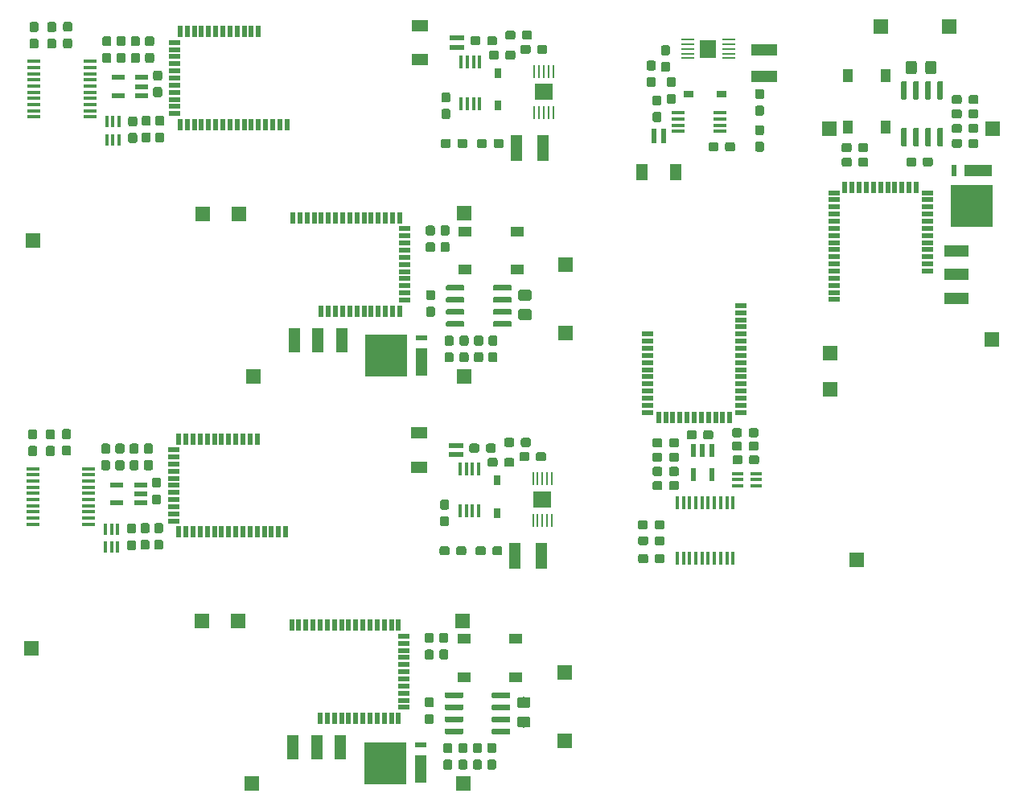
<source format=gbr>
G04 #@! TF.GenerationSoftware,KiCad,Pcbnew,(5.1.4)-1*
G04 #@! TF.CreationDate,2020-04-09T13:39:23+02:00*
G04 #@! TF.ProjectId,output.sky_panel_03_kits,6f757470-7574-42e7-936b-795f70616e65,rev?*
G04 #@! TF.SameCoordinates,Original*
G04 #@! TF.FileFunction,Paste,Top*
G04 #@! TF.FilePolarity,Positive*
%FSLAX46Y46*%
G04 Gerber Fmt 4.6, Leading zero omitted, Abs format (unit mm)*
G04 Created by KiCad (PCBNEW (5.1.4)-1) date 2020-04-09 13:39:23*
%MOMM*%
%LPD*%
G04 APERTURE LIST*
%ADD10C,0.100000*%
%ADD11C,0.950000*%
%ADD12R,1.200000X0.500000*%
%ADD13R,0.500000X1.200000*%
%ADD14R,0.450000X1.475000*%
%ADD15R,1.524000X1.524000*%
%ADD16R,0.600000X1.400000*%
%ADD17R,2.500000X1.200000*%
%ADD18C,1.150000*%
%ADD19R,3.000000X1.270000*%
%ADD20R,0.610000X1.270000*%
%ADD21R,4.400000X4.400000*%
%ADD22R,1.397000X0.431800*%
%ADD23R,2.700000X1.300000*%
%ADD24R,0.600000X1.550000*%
%ADD25R,1.200000X1.800000*%
%ADD26C,0.600000*%
%ADD27R,1.120000X0.800000*%
%ADD28R,1.397000X0.279400*%
%ADD29R,1.676400X1.879600*%
%ADD30R,1.000000X1.450000*%
%ADD31R,1.200000X0.400000*%
%ADD32R,1.475000X0.450000*%
%ADD33R,1.400000X0.600000*%
%ADD34R,1.200000X2.500000*%
%ADD35R,1.270000X0.610000*%
%ADD36R,1.270000X3.000000*%
%ADD37R,0.400000X1.200000*%
%ADD38R,1.450000X1.000000*%
%ADD39R,0.800000X1.120000*%
%ADD40R,0.431800X1.397000*%
%ADD41R,1.879600X1.676400*%
%ADD42R,0.279400X1.397000*%
%ADD43R,1.800000X1.200000*%
%ADD44R,1.550000X0.600000*%
%ADD45R,1.300000X2.700000*%
G04 APERTURE END LIST*
D10*
G36*
X198435779Y-118251144D02*
G01*
X198458834Y-118254563D01*
X198481443Y-118260227D01*
X198503387Y-118268079D01*
X198524457Y-118278044D01*
X198544448Y-118290026D01*
X198563168Y-118303910D01*
X198580438Y-118319562D01*
X198596090Y-118336832D01*
X198609974Y-118355552D01*
X198621956Y-118375543D01*
X198631921Y-118396613D01*
X198639773Y-118418557D01*
X198645437Y-118441166D01*
X198648856Y-118464221D01*
X198650000Y-118487500D01*
X198650000Y-118962500D01*
X198648856Y-118985779D01*
X198645437Y-119008834D01*
X198639773Y-119031443D01*
X198631921Y-119053387D01*
X198621956Y-119074457D01*
X198609974Y-119094448D01*
X198596090Y-119113168D01*
X198580438Y-119130438D01*
X198563168Y-119146090D01*
X198544448Y-119159974D01*
X198524457Y-119171956D01*
X198503387Y-119181921D01*
X198481443Y-119189773D01*
X198458834Y-119195437D01*
X198435779Y-119198856D01*
X198412500Y-119200000D01*
X197837500Y-119200000D01*
X197814221Y-119198856D01*
X197791166Y-119195437D01*
X197768557Y-119189773D01*
X197746613Y-119181921D01*
X197725543Y-119171956D01*
X197705552Y-119159974D01*
X197686832Y-119146090D01*
X197669562Y-119130438D01*
X197653910Y-119113168D01*
X197640026Y-119094448D01*
X197628044Y-119074457D01*
X197618079Y-119053387D01*
X197610227Y-119031443D01*
X197604563Y-119008834D01*
X197601144Y-118985779D01*
X197600000Y-118962500D01*
X197600000Y-118487500D01*
X197601144Y-118464221D01*
X197604563Y-118441166D01*
X197610227Y-118418557D01*
X197618079Y-118396613D01*
X197628044Y-118375543D01*
X197640026Y-118355552D01*
X197653910Y-118336832D01*
X197669562Y-118319562D01*
X197686832Y-118303910D01*
X197705552Y-118290026D01*
X197725543Y-118278044D01*
X197746613Y-118268079D01*
X197768557Y-118260227D01*
X197791166Y-118254563D01*
X197814221Y-118251144D01*
X197837500Y-118250000D01*
X198412500Y-118250000D01*
X198435779Y-118251144D01*
X198435779Y-118251144D01*
G37*
D11*
X198125000Y-118725000D03*
D10*
G36*
X200185779Y-118251144D02*
G01*
X200208834Y-118254563D01*
X200231443Y-118260227D01*
X200253387Y-118268079D01*
X200274457Y-118278044D01*
X200294448Y-118290026D01*
X200313168Y-118303910D01*
X200330438Y-118319562D01*
X200346090Y-118336832D01*
X200359974Y-118355552D01*
X200371956Y-118375543D01*
X200381921Y-118396613D01*
X200389773Y-118418557D01*
X200395437Y-118441166D01*
X200398856Y-118464221D01*
X200400000Y-118487500D01*
X200400000Y-118962500D01*
X200398856Y-118985779D01*
X200395437Y-119008834D01*
X200389773Y-119031443D01*
X200381921Y-119053387D01*
X200371956Y-119074457D01*
X200359974Y-119094448D01*
X200346090Y-119113168D01*
X200330438Y-119130438D01*
X200313168Y-119146090D01*
X200294448Y-119159974D01*
X200274457Y-119171956D01*
X200253387Y-119181921D01*
X200231443Y-119189773D01*
X200208834Y-119195437D01*
X200185779Y-119198856D01*
X200162500Y-119200000D01*
X199587500Y-119200000D01*
X199564221Y-119198856D01*
X199541166Y-119195437D01*
X199518557Y-119189773D01*
X199496613Y-119181921D01*
X199475543Y-119171956D01*
X199455552Y-119159974D01*
X199436832Y-119146090D01*
X199419562Y-119130438D01*
X199403910Y-119113168D01*
X199390026Y-119094448D01*
X199378044Y-119074457D01*
X199368079Y-119053387D01*
X199360227Y-119031443D01*
X199354563Y-119008834D01*
X199351144Y-118985779D01*
X199350000Y-118962500D01*
X199350000Y-118487500D01*
X199351144Y-118464221D01*
X199354563Y-118441166D01*
X199360227Y-118418557D01*
X199368079Y-118396613D01*
X199378044Y-118375543D01*
X199390026Y-118355552D01*
X199403910Y-118336832D01*
X199419562Y-118319562D01*
X199436832Y-118303910D01*
X199455552Y-118290026D01*
X199475543Y-118278044D01*
X199496613Y-118268079D01*
X199518557Y-118260227D01*
X199541166Y-118254563D01*
X199564221Y-118251144D01*
X199587500Y-118250000D01*
X200162500Y-118250000D01*
X200185779Y-118251144D01*
X200185779Y-118251144D01*
G37*
D11*
X199875000Y-118725000D03*
D12*
X206895000Y-102770000D03*
X206895000Y-103520000D03*
X206895000Y-104270000D03*
X206895000Y-105020000D03*
X206895000Y-105770000D03*
X206895000Y-106520000D03*
X206895000Y-107270000D03*
X206895000Y-108020000D03*
X206895000Y-108770000D03*
X206895000Y-109520000D03*
X206895000Y-110270000D03*
X206895000Y-111020000D03*
X206895000Y-111770000D03*
X206895000Y-112520000D03*
X206895000Y-113270000D03*
X206895000Y-114020000D03*
D13*
X205745000Y-114570000D03*
X204995000Y-114570000D03*
X204245000Y-114570000D03*
X203495000Y-114570000D03*
X202745000Y-114570000D03*
X201995000Y-114570000D03*
X201245000Y-114570000D03*
X200495000Y-114570000D03*
X199745000Y-114570000D03*
X198995000Y-114570000D03*
X198245000Y-114570000D03*
D12*
X197095000Y-114020000D03*
X197095000Y-113270000D03*
X197095000Y-112520000D03*
X197095000Y-111770000D03*
X197095000Y-111020000D03*
X197095000Y-110270000D03*
X197095000Y-109520000D03*
X197095000Y-108770000D03*
X197095000Y-108020000D03*
X197095000Y-107270000D03*
X197095000Y-106520000D03*
X197095000Y-105770000D03*
D14*
X200230000Y-129378000D03*
X200880000Y-129378000D03*
X201530000Y-129378000D03*
X202180000Y-129378000D03*
X202830000Y-129378000D03*
X203480000Y-129378000D03*
X204130000Y-129378000D03*
X204780000Y-129378000D03*
X205430000Y-129378000D03*
X206080000Y-129378000D03*
X206080000Y-123502000D03*
X205430000Y-123502000D03*
X204780000Y-123502000D03*
X204130000Y-123502000D03*
X203480000Y-123502000D03*
X202830000Y-123502000D03*
X202180000Y-123502000D03*
X201530000Y-123502000D03*
X200880000Y-123502000D03*
X200230000Y-123502000D03*
D10*
G36*
X206860779Y-118526144D02*
G01*
X206883834Y-118529563D01*
X206906443Y-118535227D01*
X206928387Y-118543079D01*
X206949457Y-118553044D01*
X206969448Y-118565026D01*
X206988168Y-118578910D01*
X207005438Y-118594562D01*
X207021090Y-118611832D01*
X207034974Y-118630552D01*
X207046956Y-118650543D01*
X207056921Y-118671613D01*
X207064773Y-118693557D01*
X207070437Y-118716166D01*
X207073856Y-118739221D01*
X207075000Y-118762500D01*
X207075000Y-119237500D01*
X207073856Y-119260779D01*
X207070437Y-119283834D01*
X207064773Y-119306443D01*
X207056921Y-119328387D01*
X207046956Y-119349457D01*
X207034974Y-119369448D01*
X207021090Y-119388168D01*
X207005438Y-119405438D01*
X206988168Y-119421090D01*
X206969448Y-119434974D01*
X206949457Y-119446956D01*
X206928387Y-119456921D01*
X206906443Y-119464773D01*
X206883834Y-119470437D01*
X206860779Y-119473856D01*
X206837500Y-119475000D01*
X206262500Y-119475000D01*
X206239221Y-119473856D01*
X206216166Y-119470437D01*
X206193557Y-119464773D01*
X206171613Y-119456921D01*
X206150543Y-119446956D01*
X206130552Y-119434974D01*
X206111832Y-119421090D01*
X206094562Y-119405438D01*
X206078910Y-119388168D01*
X206065026Y-119369448D01*
X206053044Y-119349457D01*
X206043079Y-119328387D01*
X206035227Y-119306443D01*
X206029563Y-119283834D01*
X206026144Y-119260779D01*
X206025000Y-119237500D01*
X206025000Y-118762500D01*
X206026144Y-118739221D01*
X206029563Y-118716166D01*
X206035227Y-118693557D01*
X206043079Y-118671613D01*
X206053044Y-118650543D01*
X206065026Y-118630552D01*
X206078910Y-118611832D01*
X206094562Y-118594562D01*
X206111832Y-118578910D01*
X206130552Y-118565026D01*
X206150543Y-118553044D01*
X206171613Y-118543079D01*
X206193557Y-118535227D01*
X206216166Y-118529563D01*
X206239221Y-118526144D01*
X206262500Y-118525000D01*
X206837500Y-118525000D01*
X206860779Y-118526144D01*
X206860779Y-118526144D01*
G37*
D11*
X206550000Y-119000000D03*
D10*
G36*
X208610779Y-118526144D02*
G01*
X208633834Y-118529563D01*
X208656443Y-118535227D01*
X208678387Y-118543079D01*
X208699457Y-118553044D01*
X208719448Y-118565026D01*
X208738168Y-118578910D01*
X208755438Y-118594562D01*
X208771090Y-118611832D01*
X208784974Y-118630552D01*
X208796956Y-118650543D01*
X208806921Y-118671613D01*
X208814773Y-118693557D01*
X208820437Y-118716166D01*
X208823856Y-118739221D01*
X208825000Y-118762500D01*
X208825000Y-119237500D01*
X208823856Y-119260779D01*
X208820437Y-119283834D01*
X208814773Y-119306443D01*
X208806921Y-119328387D01*
X208796956Y-119349457D01*
X208784974Y-119369448D01*
X208771090Y-119388168D01*
X208755438Y-119405438D01*
X208738168Y-119421090D01*
X208719448Y-119434974D01*
X208699457Y-119446956D01*
X208678387Y-119456921D01*
X208656443Y-119464773D01*
X208633834Y-119470437D01*
X208610779Y-119473856D01*
X208587500Y-119475000D01*
X208012500Y-119475000D01*
X207989221Y-119473856D01*
X207966166Y-119470437D01*
X207943557Y-119464773D01*
X207921613Y-119456921D01*
X207900543Y-119446956D01*
X207880552Y-119434974D01*
X207861832Y-119421090D01*
X207844562Y-119405438D01*
X207828910Y-119388168D01*
X207815026Y-119369448D01*
X207803044Y-119349457D01*
X207793079Y-119328387D01*
X207785227Y-119306443D01*
X207779563Y-119283834D01*
X207776144Y-119260779D01*
X207775000Y-119237500D01*
X207775000Y-118762500D01*
X207776144Y-118739221D01*
X207779563Y-118716166D01*
X207785227Y-118693557D01*
X207793079Y-118671613D01*
X207803044Y-118650543D01*
X207815026Y-118630552D01*
X207828910Y-118611832D01*
X207844562Y-118594562D01*
X207861832Y-118578910D01*
X207880552Y-118565026D01*
X207900543Y-118553044D01*
X207921613Y-118543079D01*
X207943557Y-118535227D01*
X207966166Y-118529563D01*
X207989221Y-118526144D01*
X208012500Y-118525000D01*
X208587500Y-118525000D01*
X208610779Y-118526144D01*
X208610779Y-118526144D01*
G37*
D11*
X208300000Y-119000000D03*
D15*
X221655000Y-73425000D03*
D16*
X203835000Y-118060000D03*
X202885000Y-118060000D03*
X201935000Y-118060000D03*
X201935000Y-120560000D03*
X203835000Y-120560000D03*
D10*
G36*
X206810779Y-115676144D02*
G01*
X206833834Y-115679563D01*
X206856443Y-115685227D01*
X206878387Y-115693079D01*
X206899457Y-115703044D01*
X206919448Y-115715026D01*
X206938168Y-115728910D01*
X206955438Y-115744562D01*
X206971090Y-115761832D01*
X206984974Y-115780552D01*
X206996956Y-115800543D01*
X207006921Y-115821613D01*
X207014773Y-115843557D01*
X207020437Y-115866166D01*
X207023856Y-115889221D01*
X207025000Y-115912500D01*
X207025000Y-116387500D01*
X207023856Y-116410779D01*
X207020437Y-116433834D01*
X207014773Y-116456443D01*
X207006921Y-116478387D01*
X206996956Y-116499457D01*
X206984974Y-116519448D01*
X206971090Y-116538168D01*
X206955438Y-116555438D01*
X206938168Y-116571090D01*
X206919448Y-116584974D01*
X206899457Y-116596956D01*
X206878387Y-116606921D01*
X206856443Y-116614773D01*
X206833834Y-116620437D01*
X206810779Y-116623856D01*
X206787500Y-116625000D01*
X206212500Y-116625000D01*
X206189221Y-116623856D01*
X206166166Y-116620437D01*
X206143557Y-116614773D01*
X206121613Y-116606921D01*
X206100543Y-116596956D01*
X206080552Y-116584974D01*
X206061832Y-116571090D01*
X206044562Y-116555438D01*
X206028910Y-116538168D01*
X206015026Y-116519448D01*
X206003044Y-116499457D01*
X205993079Y-116478387D01*
X205985227Y-116456443D01*
X205979563Y-116433834D01*
X205976144Y-116410779D01*
X205975000Y-116387500D01*
X205975000Y-115912500D01*
X205976144Y-115889221D01*
X205979563Y-115866166D01*
X205985227Y-115843557D01*
X205993079Y-115821613D01*
X206003044Y-115800543D01*
X206015026Y-115780552D01*
X206028910Y-115761832D01*
X206044562Y-115744562D01*
X206061832Y-115728910D01*
X206080552Y-115715026D01*
X206100543Y-115703044D01*
X206121613Y-115693079D01*
X206143557Y-115685227D01*
X206166166Y-115679563D01*
X206189221Y-115676144D01*
X206212500Y-115675000D01*
X206787500Y-115675000D01*
X206810779Y-115676144D01*
X206810779Y-115676144D01*
G37*
D11*
X206500000Y-116150000D03*
D10*
G36*
X208560779Y-115676144D02*
G01*
X208583834Y-115679563D01*
X208606443Y-115685227D01*
X208628387Y-115693079D01*
X208649457Y-115703044D01*
X208669448Y-115715026D01*
X208688168Y-115728910D01*
X208705438Y-115744562D01*
X208721090Y-115761832D01*
X208734974Y-115780552D01*
X208746956Y-115800543D01*
X208756921Y-115821613D01*
X208764773Y-115843557D01*
X208770437Y-115866166D01*
X208773856Y-115889221D01*
X208775000Y-115912500D01*
X208775000Y-116387500D01*
X208773856Y-116410779D01*
X208770437Y-116433834D01*
X208764773Y-116456443D01*
X208756921Y-116478387D01*
X208746956Y-116499457D01*
X208734974Y-116519448D01*
X208721090Y-116538168D01*
X208705438Y-116555438D01*
X208688168Y-116571090D01*
X208669448Y-116584974D01*
X208649457Y-116596956D01*
X208628387Y-116606921D01*
X208606443Y-116614773D01*
X208583834Y-116620437D01*
X208560779Y-116623856D01*
X208537500Y-116625000D01*
X207962500Y-116625000D01*
X207939221Y-116623856D01*
X207916166Y-116620437D01*
X207893557Y-116614773D01*
X207871613Y-116606921D01*
X207850543Y-116596956D01*
X207830552Y-116584974D01*
X207811832Y-116571090D01*
X207794562Y-116555438D01*
X207778910Y-116538168D01*
X207765026Y-116519448D01*
X207753044Y-116499457D01*
X207743079Y-116478387D01*
X207735227Y-116456443D01*
X207729563Y-116433834D01*
X207726144Y-116410779D01*
X207725000Y-116387500D01*
X207725000Y-115912500D01*
X207726144Y-115889221D01*
X207729563Y-115866166D01*
X207735227Y-115843557D01*
X207743079Y-115821613D01*
X207753044Y-115800543D01*
X207765026Y-115780552D01*
X207778910Y-115761832D01*
X207794562Y-115744562D01*
X207811832Y-115728910D01*
X207830552Y-115715026D01*
X207850543Y-115703044D01*
X207871613Y-115693079D01*
X207893557Y-115685227D01*
X207916166Y-115679563D01*
X207939221Y-115676144D01*
X207962500Y-115675000D01*
X208537500Y-115675000D01*
X208560779Y-115676144D01*
X208560779Y-115676144D01*
G37*
D11*
X208250000Y-116150000D03*
D10*
G36*
X196905779Y-125376144D02*
G01*
X196928834Y-125379563D01*
X196951443Y-125385227D01*
X196973387Y-125393079D01*
X196994457Y-125403044D01*
X197014448Y-125415026D01*
X197033168Y-125428910D01*
X197050438Y-125444562D01*
X197066090Y-125461832D01*
X197079974Y-125480552D01*
X197091956Y-125500543D01*
X197101921Y-125521613D01*
X197109773Y-125543557D01*
X197115437Y-125566166D01*
X197118856Y-125589221D01*
X197120000Y-125612500D01*
X197120000Y-126087500D01*
X197118856Y-126110779D01*
X197115437Y-126133834D01*
X197109773Y-126156443D01*
X197101921Y-126178387D01*
X197091956Y-126199457D01*
X197079974Y-126219448D01*
X197066090Y-126238168D01*
X197050438Y-126255438D01*
X197033168Y-126271090D01*
X197014448Y-126284974D01*
X196994457Y-126296956D01*
X196973387Y-126306921D01*
X196951443Y-126314773D01*
X196928834Y-126320437D01*
X196905779Y-126323856D01*
X196882500Y-126325000D01*
X196307500Y-126325000D01*
X196284221Y-126323856D01*
X196261166Y-126320437D01*
X196238557Y-126314773D01*
X196216613Y-126306921D01*
X196195543Y-126296956D01*
X196175552Y-126284974D01*
X196156832Y-126271090D01*
X196139562Y-126255438D01*
X196123910Y-126238168D01*
X196110026Y-126219448D01*
X196098044Y-126199457D01*
X196088079Y-126178387D01*
X196080227Y-126156443D01*
X196074563Y-126133834D01*
X196071144Y-126110779D01*
X196070000Y-126087500D01*
X196070000Y-125612500D01*
X196071144Y-125589221D01*
X196074563Y-125566166D01*
X196080227Y-125543557D01*
X196088079Y-125521613D01*
X196098044Y-125500543D01*
X196110026Y-125480552D01*
X196123910Y-125461832D01*
X196139562Y-125444562D01*
X196156832Y-125428910D01*
X196175552Y-125415026D01*
X196195543Y-125403044D01*
X196216613Y-125393079D01*
X196238557Y-125385227D01*
X196261166Y-125379563D01*
X196284221Y-125376144D01*
X196307500Y-125375000D01*
X196882500Y-125375000D01*
X196905779Y-125376144D01*
X196905779Y-125376144D01*
G37*
D11*
X196595000Y-125850000D03*
D10*
G36*
X198655779Y-125376144D02*
G01*
X198678834Y-125379563D01*
X198701443Y-125385227D01*
X198723387Y-125393079D01*
X198744457Y-125403044D01*
X198764448Y-125415026D01*
X198783168Y-125428910D01*
X198800438Y-125444562D01*
X198816090Y-125461832D01*
X198829974Y-125480552D01*
X198841956Y-125500543D01*
X198851921Y-125521613D01*
X198859773Y-125543557D01*
X198865437Y-125566166D01*
X198868856Y-125589221D01*
X198870000Y-125612500D01*
X198870000Y-126087500D01*
X198868856Y-126110779D01*
X198865437Y-126133834D01*
X198859773Y-126156443D01*
X198851921Y-126178387D01*
X198841956Y-126199457D01*
X198829974Y-126219448D01*
X198816090Y-126238168D01*
X198800438Y-126255438D01*
X198783168Y-126271090D01*
X198764448Y-126284974D01*
X198744457Y-126296956D01*
X198723387Y-126306921D01*
X198701443Y-126314773D01*
X198678834Y-126320437D01*
X198655779Y-126323856D01*
X198632500Y-126325000D01*
X198057500Y-126325000D01*
X198034221Y-126323856D01*
X198011166Y-126320437D01*
X197988557Y-126314773D01*
X197966613Y-126306921D01*
X197945543Y-126296956D01*
X197925552Y-126284974D01*
X197906832Y-126271090D01*
X197889562Y-126255438D01*
X197873910Y-126238168D01*
X197860026Y-126219448D01*
X197848044Y-126199457D01*
X197838079Y-126178387D01*
X197830227Y-126156443D01*
X197824563Y-126133834D01*
X197821144Y-126110779D01*
X197820000Y-126087500D01*
X197820000Y-125612500D01*
X197821144Y-125589221D01*
X197824563Y-125566166D01*
X197830227Y-125543557D01*
X197838079Y-125521613D01*
X197848044Y-125500543D01*
X197860026Y-125480552D01*
X197873910Y-125461832D01*
X197889562Y-125444562D01*
X197906832Y-125428910D01*
X197925552Y-125415026D01*
X197945543Y-125403044D01*
X197966613Y-125393079D01*
X197988557Y-125385227D01*
X198011166Y-125379563D01*
X198034221Y-125376144D01*
X198057500Y-125375000D01*
X198632500Y-125375000D01*
X198655779Y-125376144D01*
X198655779Y-125376144D01*
G37*
D11*
X198345000Y-125850000D03*
D10*
G36*
X206810779Y-117101144D02*
G01*
X206833834Y-117104563D01*
X206856443Y-117110227D01*
X206878387Y-117118079D01*
X206899457Y-117128044D01*
X206919448Y-117140026D01*
X206938168Y-117153910D01*
X206955438Y-117169562D01*
X206971090Y-117186832D01*
X206984974Y-117205552D01*
X206996956Y-117225543D01*
X207006921Y-117246613D01*
X207014773Y-117268557D01*
X207020437Y-117291166D01*
X207023856Y-117314221D01*
X207025000Y-117337500D01*
X207025000Y-117812500D01*
X207023856Y-117835779D01*
X207020437Y-117858834D01*
X207014773Y-117881443D01*
X207006921Y-117903387D01*
X206996956Y-117924457D01*
X206984974Y-117944448D01*
X206971090Y-117963168D01*
X206955438Y-117980438D01*
X206938168Y-117996090D01*
X206919448Y-118009974D01*
X206899457Y-118021956D01*
X206878387Y-118031921D01*
X206856443Y-118039773D01*
X206833834Y-118045437D01*
X206810779Y-118048856D01*
X206787500Y-118050000D01*
X206212500Y-118050000D01*
X206189221Y-118048856D01*
X206166166Y-118045437D01*
X206143557Y-118039773D01*
X206121613Y-118031921D01*
X206100543Y-118021956D01*
X206080552Y-118009974D01*
X206061832Y-117996090D01*
X206044562Y-117980438D01*
X206028910Y-117963168D01*
X206015026Y-117944448D01*
X206003044Y-117924457D01*
X205993079Y-117903387D01*
X205985227Y-117881443D01*
X205979563Y-117858834D01*
X205976144Y-117835779D01*
X205975000Y-117812500D01*
X205975000Y-117337500D01*
X205976144Y-117314221D01*
X205979563Y-117291166D01*
X205985227Y-117268557D01*
X205993079Y-117246613D01*
X206003044Y-117225543D01*
X206015026Y-117205552D01*
X206028910Y-117186832D01*
X206044562Y-117169562D01*
X206061832Y-117153910D01*
X206080552Y-117140026D01*
X206100543Y-117128044D01*
X206121613Y-117118079D01*
X206143557Y-117110227D01*
X206166166Y-117104563D01*
X206189221Y-117101144D01*
X206212500Y-117100000D01*
X206787500Y-117100000D01*
X206810779Y-117101144D01*
X206810779Y-117101144D01*
G37*
D11*
X206500000Y-117575000D03*
D10*
G36*
X208560779Y-117101144D02*
G01*
X208583834Y-117104563D01*
X208606443Y-117110227D01*
X208628387Y-117118079D01*
X208649457Y-117128044D01*
X208669448Y-117140026D01*
X208688168Y-117153910D01*
X208705438Y-117169562D01*
X208721090Y-117186832D01*
X208734974Y-117205552D01*
X208746956Y-117225543D01*
X208756921Y-117246613D01*
X208764773Y-117268557D01*
X208770437Y-117291166D01*
X208773856Y-117314221D01*
X208775000Y-117337500D01*
X208775000Y-117812500D01*
X208773856Y-117835779D01*
X208770437Y-117858834D01*
X208764773Y-117881443D01*
X208756921Y-117903387D01*
X208746956Y-117924457D01*
X208734974Y-117944448D01*
X208721090Y-117963168D01*
X208705438Y-117980438D01*
X208688168Y-117996090D01*
X208669448Y-118009974D01*
X208649457Y-118021956D01*
X208628387Y-118031921D01*
X208606443Y-118039773D01*
X208583834Y-118045437D01*
X208560779Y-118048856D01*
X208537500Y-118050000D01*
X207962500Y-118050000D01*
X207939221Y-118048856D01*
X207916166Y-118045437D01*
X207893557Y-118039773D01*
X207871613Y-118031921D01*
X207850543Y-118021956D01*
X207830552Y-118009974D01*
X207811832Y-117996090D01*
X207794562Y-117980438D01*
X207778910Y-117963168D01*
X207765026Y-117944448D01*
X207753044Y-117924457D01*
X207743079Y-117903387D01*
X207735227Y-117881443D01*
X207729563Y-117858834D01*
X207726144Y-117835779D01*
X207725000Y-117812500D01*
X207725000Y-117337500D01*
X207726144Y-117314221D01*
X207729563Y-117291166D01*
X207735227Y-117268557D01*
X207743079Y-117246613D01*
X207753044Y-117225543D01*
X207765026Y-117205552D01*
X207778910Y-117186832D01*
X207794562Y-117169562D01*
X207811832Y-117153910D01*
X207830552Y-117140026D01*
X207850543Y-117128044D01*
X207871613Y-117118079D01*
X207893557Y-117110227D01*
X207916166Y-117104563D01*
X207939221Y-117101144D01*
X207962500Y-117100000D01*
X208537500Y-117100000D01*
X208560779Y-117101144D01*
X208560779Y-117101144D01*
G37*
D11*
X208250000Y-117575000D03*
D15*
X219125000Y-129515000D03*
D10*
G36*
X196935779Y-127056144D02*
G01*
X196958834Y-127059563D01*
X196981443Y-127065227D01*
X197003387Y-127073079D01*
X197024457Y-127083044D01*
X197044448Y-127095026D01*
X197063168Y-127108910D01*
X197080438Y-127124562D01*
X197096090Y-127141832D01*
X197109974Y-127160552D01*
X197121956Y-127180543D01*
X197131921Y-127201613D01*
X197139773Y-127223557D01*
X197145437Y-127246166D01*
X197148856Y-127269221D01*
X197150000Y-127292500D01*
X197150000Y-127767500D01*
X197148856Y-127790779D01*
X197145437Y-127813834D01*
X197139773Y-127836443D01*
X197131921Y-127858387D01*
X197121956Y-127879457D01*
X197109974Y-127899448D01*
X197096090Y-127918168D01*
X197080438Y-127935438D01*
X197063168Y-127951090D01*
X197044448Y-127964974D01*
X197024457Y-127976956D01*
X197003387Y-127986921D01*
X196981443Y-127994773D01*
X196958834Y-128000437D01*
X196935779Y-128003856D01*
X196912500Y-128005000D01*
X196337500Y-128005000D01*
X196314221Y-128003856D01*
X196291166Y-128000437D01*
X196268557Y-127994773D01*
X196246613Y-127986921D01*
X196225543Y-127976956D01*
X196205552Y-127964974D01*
X196186832Y-127951090D01*
X196169562Y-127935438D01*
X196153910Y-127918168D01*
X196140026Y-127899448D01*
X196128044Y-127879457D01*
X196118079Y-127858387D01*
X196110227Y-127836443D01*
X196104563Y-127813834D01*
X196101144Y-127790779D01*
X196100000Y-127767500D01*
X196100000Y-127292500D01*
X196101144Y-127269221D01*
X196104563Y-127246166D01*
X196110227Y-127223557D01*
X196118079Y-127201613D01*
X196128044Y-127180543D01*
X196140026Y-127160552D01*
X196153910Y-127141832D01*
X196169562Y-127124562D01*
X196186832Y-127108910D01*
X196205552Y-127095026D01*
X196225543Y-127083044D01*
X196246613Y-127073079D01*
X196268557Y-127065227D01*
X196291166Y-127059563D01*
X196314221Y-127056144D01*
X196337500Y-127055000D01*
X196912500Y-127055000D01*
X196935779Y-127056144D01*
X196935779Y-127056144D01*
G37*
D11*
X196625000Y-127530000D03*
D10*
G36*
X198685779Y-127056144D02*
G01*
X198708834Y-127059563D01*
X198731443Y-127065227D01*
X198753387Y-127073079D01*
X198774457Y-127083044D01*
X198794448Y-127095026D01*
X198813168Y-127108910D01*
X198830438Y-127124562D01*
X198846090Y-127141832D01*
X198859974Y-127160552D01*
X198871956Y-127180543D01*
X198881921Y-127201613D01*
X198889773Y-127223557D01*
X198895437Y-127246166D01*
X198898856Y-127269221D01*
X198900000Y-127292500D01*
X198900000Y-127767500D01*
X198898856Y-127790779D01*
X198895437Y-127813834D01*
X198889773Y-127836443D01*
X198881921Y-127858387D01*
X198871956Y-127879457D01*
X198859974Y-127899448D01*
X198846090Y-127918168D01*
X198830438Y-127935438D01*
X198813168Y-127951090D01*
X198794448Y-127964974D01*
X198774457Y-127976956D01*
X198753387Y-127986921D01*
X198731443Y-127994773D01*
X198708834Y-128000437D01*
X198685779Y-128003856D01*
X198662500Y-128005000D01*
X198087500Y-128005000D01*
X198064221Y-128003856D01*
X198041166Y-128000437D01*
X198018557Y-127994773D01*
X197996613Y-127986921D01*
X197975543Y-127976956D01*
X197955552Y-127964974D01*
X197936832Y-127951090D01*
X197919562Y-127935438D01*
X197903910Y-127918168D01*
X197890026Y-127899448D01*
X197878044Y-127879457D01*
X197868079Y-127858387D01*
X197860227Y-127836443D01*
X197854563Y-127813834D01*
X197851144Y-127790779D01*
X197850000Y-127767500D01*
X197850000Y-127292500D01*
X197851144Y-127269221D01*
X197854563Y-127246166D01*
X197860227Y-127223557D01*
X197868079Y-127201613D01*
X197878044Y-127180543D01*
X197890026Y-127160552D01*
X197903910Y-127141832D01*
X197919562Y-127124562D01*
X197936832Y-127108910D01*
X197955552Y-127095026D01*
X197975543Y-127083044D01*
X197996613Y-127073079D01*
X198018557Y-127065227D01*
X198041166Y-127059563D01*
X198064221Y-127056144D01*
X198087500Y-127055000D01*
X198662500Y-127055000D01*
X198685779Y-127056144D01*
X198685779Y-127056144D01*
G37*
D11*
X198375000Y-127530000D03*
D10*
G36*
X218360779Y-87201144D02*
G01*
X218383834Y-87204563D01*
X218406443Y-87210227D01*
X218428387Y-87218079D01*
X218449457Y-87228044D01*
X218469448Y-87240026D01*
X218488168Y-87253910D01*
X218505438Y-87269562D01*
X218521090Y-87286832D01*
X218534974Y-87305552D01*
X218546956Y-87325543D01*
X218556921Y-87346613D01*
X218564773Y-87368557D01*
X218570437Y-87391166D01*
X218573856Y-87414221D01*
X218575000Y-87437500D01*
X218575000Y-87912500D01*
X218573856Y-87935779D01*
X218570437Y-87958834D01*
X218564773Y-87981443D01*
X218556921Y-88003387D01*
X218546956Y-88024457D01*
X218534974Y-88044448D01*
X218521090Y-88063168D01*
X218505438Y-88080438D01*
X218488168Y-88096090D01*
X218469448Y-88109974D01*
X218449457Y-88121956D01*
X218428387Y-88131921D01*
X218406443Y-88139773D01*
X218383834Y-88145437D01*
X218360779Y-88148856D01*
X218337500Y-88150000D01*
X217762500Y-88150000D01*
X217739221Y-88148856D01*
X217716166Y-88145437D01*
X217693557Y-88139773D01*
X217671613Y-88131921D01*
X217650543Y-88121956D01*
X217630552Y-88109974D01*
X217611832Y-88096090D01*
X217594562Y-88080438D01*
X217578910Y-88063168D01*
X217565026Y-88044448D01*
X217553044Y-88024457D01*
X217543079Y-88003387D01*
X217535227Y-87981443D01*
X217529563Y-87958834D01*
X217526144Y-87935779D01*
X217525000Y-87912500D01*
X217525000Y-87437500D01*
X217526144Y-87414221D01*
X217529563Y-87391166D01*
X217535227Y-87368557D01*
X217543079Y-87346613D01*
X217553044Y-87325543D01*
X217565026Y-87305552D01*
X217578910Y-87286832D01*
X217594562Y-87269562D01*
X217611832Y-87253910D01*
X217630552Y-87240026D01*
X217650543Y-87228044D01*
X217671613Y-87218079D01*
X217693557Y-87210227D01*
X217716166Y-87204563D01*
X217739221Y-87201144D01*
X217762500Y-87200000D01*
X218337500Y-87200000D01*
X218360779Y-87201144D01*
X218360779Y-87201144D01*
G37*
D11*
X218050000Y-87675000D03*
D10*
G36*
X220110779Y-87201144D02*
G01*
X220133834Y-87204563D01*
X220156443Y-87210227D01*
X220178387Y-87218079D01*
X220199457Y-87228044D01*
X220219448Y-87240026D01*
X220238168Y-87253910D01*
X220255438Y-87269562D01*
X220271090Y-87286832D01*
X220284974Y-87305552D01*
X220296956Y-87325543D01*
X220306921Y-87346613D01*
X220314773Y-87368557D01*
X220320437Y-87391166D01*
X220323856Y-87414221D01*
X220325000Y-87437500D01*
X220325000Y-87912500D01*
X220323856Y-87935779D01*
X220320437Y-87958834D01*
X220314773Y-87981443D01*
X220306921Y-88003387D01*
X220296956Y-88024457D01*
X220284974Y-88044448D01*
X220271090Y-88063168D01*
X220255438Y-88080438D01*
X220238168Y-88096090D01*
X220219448Y-88109974D01*
X220199457Y-88121956D01*
X220178387Y-88131921D01*
X220156443Y-88139773D01*
X220133834Y-88145437D01*
X220110779Y-88148856D01*
X220087500Y-88150000D01*
X219512500Y-88150000D01*
X219489221Y-88148856D01*
X219466166Y-88145437D01*
X219443557Y-88139773D01*
X219421613Y-88131921D01*
X219400543Y-88121956D01*
X219380552Y-88109974D01*
X219361832Y-88096090D01*
X219344562Y-88080438D01*
X219328910Y-88063168D01*
X219315026Y-88044448D01*
X219303044Y-88024457D01*
X219293079Y-88003387D01*
X219285227Y-87981443D01*
X219279563Y-87958834D01*
X219276144Y-87935779D01*
X219275000Y-87912500D01*
X219275000Y-87437500D01*
X219276144Y-87414221D01*
X219279563Y-87391166D01*
X219285227Y-87368557D01*
X219293079Y-87346613D01*
X219303044Y-87325543D01*
X219315026Y-87305552D01*
X219328910Y-87286832D01*
X219344562Y-87269562D01*
X219361832Y-87253910D01*
X219380552Y-87240026D01*
X219400543Y-87228044D01*
X219421613Y-87218079D01*
X219443557Y-87210227D01*
X219466166Y-87204563D01*
X219489221Y-87201144D01*
X219512500Y-87200000D01*
X220087500Y-87200000D01*
X220110779Y-87201144D01*
X220110779Y-87201144D01*
G37*
D11*
X219800000Y-87675000D03*
D10*
G36*
X198435779Y-116751144D02*
G01*
X198458834Y-116754563D01*
X198481443Y-116760227D01*
X198503387Y-116768079D01*
X198524457Y-116778044D01*
X198544448Y-116790026D01*
X198563168Y-116803910D01*
X198580438Y-116819562D01*
X198596090Y-116836832D01*
X198609974Y-116855552D01*
X198621956Y-116875543D01*
X198631921Y-116896613D01*
X198639773Y-116918557D01*
X198645437Y-116941166D01*
X198648856Y-116964221D01*
X198650000Y-116987500D01*
X198650000Y-117462500D01*
X198648856Y-117485779D01*
X198645437Y-117508834D01*
X198639773Y-117531443D01*
X198631921Y-117553387D01*
X198621956Y-117574457D01*
X198609974Y-117594448D01*
X198596090Y-117613168D01*
X198580438Y-117630438D01*
X198563168Y-117646090D01*
X198544448Y-117659974D01*
X198524457Y-117671956D01*
X198503387Y-117681921D01*
X198481443Y-117689773D01*
X198458834Y-117695437D01*
X198435779Y-117698856D01*
X198412500Y-117700000D01*
X197837500Y-117700000D01*
X197814221Y-117698856D01*
X197791166Y-117695437D01*
X197768557Y-117689773D01*
X197746613Y-117681921D01*
X197725543Y-117671956D01*
X197705552Y-117659974D01*
X197686832Y-117646090D01*
X197669562Y-117630438D01*
X197653910Y-117613168D01*
X197640026Y-117594448D01*
X197628044Y-117574457D01*
X197618079Y-117553387D01*
X197610227Y-117531443D01*
X197604563Y-117508834D01*
X197601144Y-117485779D01*
X197600000Y-117462500D01*
X197600000Y-116987500D01*
X197601144Y-116964221D01*
X197604563Y-116941166D01*
X197610227Y-116918557D01*
X197618079Y-116896613D01*
X197628044Y-116875543D01*
X197640026Y-116855552D01*
X197653910Y-116836832D01*
X197669562Y-116819562D01*
X197686832Y-116803910D01*
X197705552Y-116790026D01*
X197725543Y-116778044D01*
X197746613Y-116768079D01*
X197768557Y-116760227D01*
X197791166Y-116754563D01*
X197814221Y-116751144D01*
X197837500Y-116750000D01*
X198412500Y-116750000D01*
X198435779Y-116751144D01*
X198435779Y-116751144D01*
G37*
D11*
X198125000Y-117225000D03*
D10*
G36*
X200185779Y-116751144D02*
G01*
X200208834Y-116754563D01*
X200231443Y-116760227D01*
X200253387Y-116768079D01*
X200274457Y-116778044D01*
X200294448Y-116790026D01*
X200313168Y-116803910D01*
X200330438Y-116819562D01*
X200346090Y-116836832D01*
X200359974Y-116855552D01*
X200371956Y-116875543D01*
X200381921Y-116896613D01*
X200389773Y-116918557D01*
X200395437Y-116941166D01*
X200398856Y-116964221D01*
X200400000Y-116987500D01*
X200400000Y-117462500D01*
X200398856Y-117485779D01*
X200395437Y-117508834D01*
X200389773Y-117531443D01*
X200381921Y-117553387D01*
X200371956Y-117574457D01*
X200359974Y-117594448D01*
X200346090Y-117613168D01*
X200330438Y-117630438D01*
X200313168Y-117646090D01*
X200294448Y-117659974D01*
X200274457Y-117671956D01*
X200253387Y-117681921D01*
X200231443Y-117689773D01*
X200208834Y-117695437D01*
X200185779Y-117698856D01*
X200162500Y-117700000D01*
X199587500Y-117700000D01*
X199564221Y-117698856D01*
X199541166Y-117695437D01*
X199518557Y-117689773D01*
X199496613Y-117681921D01*
X199475543Y-117671956D01*
X199455552Y-117659974D01*
X199436832Y-117646090D01*
X199419562Y-117630438D01*
X199403910Y-117613168D01*
X199390026Y-117594448D01*
X199378044Y-117574457D01*
X199368079Y-117553387D01*
X199360227Y-117531443D01*
X199354563Y-117508834D01*
X199351144Y-117485779D01*
X199350000Y-117462500D01*
X199350000Y-116987500D01*
X199351144Y-116964221D01*
X199354563Y-116941166D01*
X199360227Y-116918557D01*
X199368079Y-116896613D01*
X199378044Y-116875543D01*
X199390026Y-116855552D01*
X199403910Y-116836832D01*
X199419562Y-116819562D01*
X199436832Y-116803910D01*
X199455552Y-116790026D01*
X199475543Y-116778044D01*
X199496613Y-116768079D01*
X199518557Y-116760227D01*
X199541166Y-116754563D01*
X199564221Y-116751144D01*
X199587500Y-116750000D01*
X200162500Y-116750000D01*
X200185779Y-116751144D01*
X200185779Y-116751144D01*
G37*
D11*
X199875000Y-117225000D03*
D10*
G36*
X198435779Y-119751144D02*
G01*
X198458834Y-119754563D01*
X198481443Y-119760227D01*
X198503387Y-119768079D01*
X198524457Y-119778044D01*
X198544448Y-119790026D01*
X198563168Y-119803910D01*
X198580438Y-119819562D01*
X198596090Y-119836832D01*
X198609974Y-119855552D01*
X198621956Y-119875543D01*
X198631921Y-119896613D01*
X198639773Y-119918557D01*
X198645437Y-119941166D01*
X198648856Y-119964221D01*
X198650000Y-119987500D01*
X198650000Y-120462500D01*
X198648856Y-120485779D01*
X198645437Y-120508834D01*
X198639773Y-120531443D01*
X198631921Y-120553387D01*
X198621956Y-120574457D01*
X198609974Y-120594448D01*
X198596090Y-120613168D01*
X198580438Y-120630438D01*
X198563168Y-120646090D01*
X198544448Y-120659974D01*
X198524457Y-120671956D01*
X198503387Y-120681921D01*
X198481443Y-120689773D01*
X198458834Y-120695437D01*
X198435779Y-120698856D01*
X198412500Y-120700000D01*
X197837500Y-120700000D01*
X197814221Y-120698856D01*
X197791166Y-120695437D01*
X197768557Y-120689773D01*
X197746613Y-120681921D01*
X197725543Y-120671956D01*
X197705552Y-120659974D01*
X197686832Y-120646090D01*
X197669562Y-120630438D01*
X197653910Y-120613168D01*
X197640026Y-120594448D01*
X197628044Y-120574457D01*
X197618079Y-120553387D01*
X197610227Y-120531443D01*
X197604563Y-120508834D01*
X197601144Y-120485779D01*
X197600000Y-120462500D01*
X197600000Y-119987500D01*
X197601144Y-119964221D01*
X197604563Y-119941166D01*
X197610227Y-119918557D01*
X197618079Y-119896613D01*
X197628044Y-119875543D01*
X197640026Y-119855552D01*
X197653910Y-119836832D01*
X197669562Y-119819562D01*
X197686832Y-119803910D01*
X197705552Y-119790026D01*
X197725543Y-119778044D01*
X197746613Y-119768079D01*
X197768557Y-119760227D01*
X197791166Y-119754563D01*
X197814221Y-119751144D01*
X197837500Y-119750000D01*
X198412500Y-119750000D01*
X198435779Y-119751144D01*
X198435779Y-119751144D01*
G37*
D11*
X198125000Y-120225000D03*
D10*
G36*
X200185779Y-119751144D02*
G01*
X200208834Y-119754563D01*
X200231443Y-119760227D01*
X200253387Y-119768079D01*
X200274457Y-119778044D01*
X200294448Y-119790026D01*
X200313168Y-119803910D01*
X200330438Y-119819562D01*
X200346090Y-119836832D01*
X200359974Y-119855552D01*
X200371956Y-119875543D01*
X200381921Y-119896613D01*
X200389773Y-119918557D01*
X200395437Y-119941166D01*
X200398856Y-119964221D01*
X200400000Y-119987500D01*
X200400000Y-120462500D01*
X200398856Y-120485779D01*
X200395437Y-120508834D01*
X200389773Y-120531443D01*
X200381921Y-120553387D01*
X200371956Y-120574457D01*
X200359974Y-120594448D01*
X200346090Y-120613168D01*
X200330438Y-120630438D01*
X200313168Y-120646090D01*
X200294448Y-120659974D01*
X200274457Y-120671956D01*
X200253387Y-120681921D01*
X200231443Y-120689773D01*
X200208834Y-120695437D01*
X200185779Y-120698856D01*
X200162500Y-120700000D01*
X199587500Y-120700000D01*
X199564221Y-120698856D01*
X199541166Y-120695437D01*
X199518557Y-120689773D01*
X199496613Y-120681921D01*
X199475543Y-120671956D01*
X199455552Y-120659974D01*
X199436832Y-120646090D01*
X199419562Y-120630438D01*
X199403910Y-120613168D01*
X199390026Y-120594448D01*
X199378044Y-120574457D01*
X199368079Y-120553387D01*
X199360227Y-120531443D01*
X199354563Y-120508834D01*
X199351144Y-120485779D01*
X199350000Y-120462500D01*
X199350000Y-119987500D01*
X199351144Y-119964221D01*
X199354563Y-119941166D01*
X199360227Y-119918557D01*
X199368079Y-119896613D01*
X199378044Y-119875543D01*
X199390026Y-119855552D01*
X199403910Y-119836832D01*
X199419562Y-119819562D01*
X199436832Y-119803910D01*
X199455552Y-119790026D01*
X199475543Y-119778044D01*
X199496613Y-119768079D01*
X199518557Y-119760227D01*
X199541166Y-119754563D01*
X199564221Y-119751144D01*
X199587500Y-119750000D01*
X200162500Y-119750000D01*
X200185779Y-119751144D01*
X200185779Y-119751144D01*
G37*
D11*
X199875000Y-120225000D03*
D15*
X216295000Y-111625000D03*
D10*
G36*
X202035779Y-115901144D02*
G01*
X202058834Y-115904563D01*
X202081443Y-115910227D01*
X202103387Y-115918079D01*
X202124457Y-115928044D01*
X202144448Y-115940026D01*
X202163168Y-115953910D01*
X202180438Y-115969562D01*
X202196090Y-115986832D01*
X202209974Y-116005552D01*
X202221956Y-116025543D01*
X202231921Y-116046613D01*
X202239773Y-116068557D01*
X202245437Y-116091166D01*
X202248856Y-116114221D01*
X202250000Y-116137500D01*
X202250000Y-116612500D01*
X202248856Y-116635779D01*
X202245437Y-116658834D01*
X202239773Y-116681443D01*
X202231921Y-116703387D01*
X202221956Y-116724457D01*
X202209974Y-116744448D01*
X202196090Y-116763168D01*
X202180438Y-116780438D01*
X202163168Y-116796090D01*
X202144448Y-116809974D01*
X202124457Y-116821956D01*
X202103387Y-116831921D01*
X202081443Y-116839773D01*
X202058834Y-116845437D01*
X202035779Y-116848856D01*
X202012500Y-116850000D01*
X201437500Y-116850000D01*
X201414221Y-116848856D01*
X201391166Y-116845437D01*
X201368557Y-116839773D01*
X201346613Y-116831921D01*
X201325543Y-116821956D01*
X201305552Y-116809974D01*
X201286832Y-116796090D01*
X201269562Y-116780438D01*
X201253910Y-116763168D01*
X201240026Y-116744448D01*
X201228044Y-116724457D01*
X201218079Y-116703387D01*
X201210227Y-116681443D01*
X201204563Y-116658834D01*
X201201144Y-116635779D01*
X201200000Y-116612500D01*
X201200000Y-116137500D01*
X201201144Y-116114221D01*
X201204563Y-116091166D01*
X201210227Y-116068557D01*
X201218079Y-116046613D01*
X201228044Y-116025543D01*
X201240026Y-116005552D01*
X201253910Y-115986832D01*
X201269562Y-115969562D01*
X201286832Y-115953910D01*
X201305552Y-115940026D01*
X201325543Y-115928044D01*
X201346613Y-115918079D01*
X201368557Y-115910227D01*
X201391166Y-115904563D01*
X201414221Y-115901144D01*
X201437500Y-115900000D01*
X202012500Y-115900000D01*
X202035779Y-115901144D01*
X202035779Y-115901144D01*
G37*
D11*
X201725000Y-116375000D03*
D10*
G36*
X203785779Y-115901144D02*
G01*
X203808834Y-115904563D01*
X203831443Y-115910227D01*
X203853387Y-115918079D01*
X203874457Y-115928044D01*
X203894448Y-115940026D01*
X203913168Y-115953910D01*
X203930438Y-115969562D01*
X203946090Y-115986832D01*
X203959974Y-116005552D01*
X203971956Y-116025543D01*
X203981921Y-116046613D01*
X203989773Y-116068557D01*
X203995437Y-116091166D01*
X203998856Y-116114221D01*
X204000000Y-116137500D01*
X204000000Y-116612500D01*
X203998856Y-116635779D01*
X203995437Y-116658834D01*
X203989773Y-116681443D01*
X203981921Y-116703387D01*
X203971956Y-116724457D01*
X203959974Y-116744448D01*
X203946090Y-116763168D01*
X203930438Y-116780438D01*
X203913168Y-116796090D01*
X203894448Y-116809974D01*
X203874457Y-116821956D01*
X203853387Y-116831921D01*
X203831443Y-116839773D01*
X203808834Y-116845437D01*
X203785779Y-116848856D01*
X203762500Y-116850000D01*
X203187500Y-116850000D01*
X203164221Y-116848856D01*
X203141166Y-116845437D01*
X203118557Y-116839773D01*
X203096613Y-116831921D01*
X203075543Y-116821956D01*
X203055552Y-116809974D01*
X203036832Y-116796090D01*
X203019562Y-116780438D01*
X203003910Y-116763168D01*
X202990026Y-116744448D01*
X202978044Y-116724457D01*
X202968079Y-116703387D01*
X202960227Y-116681443D01*
X202954563Y-116658834D01*
X202951144Y-116635779D01*
X202950000Y-116612500D01*
X202950000Y-116137500D01*
X202951144Y-116114221D01*
X202954563Y-116091166D01*
X202960227Y-116068557D01*
X202968079Y-116046613D01*
X202978044Y-116025543D01*
X202990026Y-116005552D01*
X203003910Y-115986832D01*
X203019562Y-115969562D01*
X203036832Y-115953910D01*
X203055552Y-115940026D01*
X203075543Y-115928044D01*
X203096613Y-115918079D01*
X203118557Y-115910227D01*
X203141166Y-115904563D01*
X203164221Y-115901144D01*
X203187500Y-115900000D01*
X203762500Y-115900000D01*
X203785779Y-115901144D01*
X203785779Y-115901144D01*
G37*
D11*
X203475000Y-116375000D03*
D10*
G36*
X229940779Y-83651144D02*
G01*
X229963834Y-83654563D01*
X229986443Y-83660227D01*
X230008387Y-83668079D01*
X230029457Y-83678044D01*
X230049448Y-83690026D01*
X230068168Y-83703910D01*
X230085438Y-83719562D01*
X230101090Y-83736832D01*
X230114974Y-83755552D01*
X230126956Y-83775543D01*
X230136921Y-83796613D01*
X230144773Y-83818557D01*
X230150437Y-83841166D01*
X230153856Y-83864221D01*
X230155000Y-83887500D01*
X230155000Y-84362500D01*
X230153856Y-84385779D01*
X230150437Y-84408834D01*
X230144773Y-84431443D01*
X230136921Y-84453387D01*
X230126956Y-84474457D01*
X230114974Y-84494448D01*
X230101090Y-84513168D01*
X230085438Y-84530438D01*
X230068168Y-84546090D01*
X230049448Y-84559974D01*
X230029457Y-84571956D01*
X230008387Y-84581921D01*
X229986443Y-84589773D01*
X229963834Y-84595437D01*
X229940779Y-84598856D01*
X229917500Y-84600000D01*
X229342500Y-84600000D01*
X229319221Y-84598856D01*
X229296166Y-84595437D01*
X229273557Y-84589773D01*
X229251613Y-84581921D01*
X229230543Y-84571956D01*
X229210552Y-84559974D01*
X229191832Y-84546090D01*
X229174562Y-84530438D01*
X229158910Y-84513168D01*
X229145026Y-84494448D01*
X229133044Y-84474457D01*
X229123079Y-84453387D01*
X229115227Y-84431443D01*
X229109563Y-84408834D01*
X229106144Y-84385779D01*
X229105000Y-84362500D01*
X229105000Y-83887500D01*
X229106144Y-83864221D01*
X229109563Y-83841166D01*
X229115227Y-83818557D01*
X229123079Y-83796613D01*
X229133044Y-83775543D01*
X229145026Y-83755552D01*
X229158910Y-83736832D01*
X229174562Y-83719562D01*
X229191832Y-83703910D01*
X229210552Y-83690026D01*
X229230543Y-83678044D01*
X229251613Y-83668079D01*
X229273557Y-83660227D01*
X229296166Y-83654563D01*
X229319221Y-83651144D01*
X229342500Y-83650000D01*
X229917500Y-83650000D01*
X229940779Y-83651144D01*
X229940779Y-83651144D01*
G37*
D11*
X229630000Y-84125000D03*
D10*
G36*
X231690779Y-83651144D02*
G01*
X231713834Y-83654563D01*
X231736443Y-83660227D01*
X231758387Y-83668079D01*
X231779457Y-83678044D01*
X231799448Y-83690026D01*
X231818168Y-83703910D01*
X231835438Y-83719562D01*
X231851090Y-83736832D01*
X231864974Y-83755552D01*
X231876956Y-83775543D01*
X231886921Y-83796613D01*
X231894773Y-83818557D01*
X231900437Y-83841166D01*
X231903856Y-83864221D01*
X231905000Y-83887500D01*
X231905000Y-84362500D01*
X231903856Y-84385779D01*
X231900437Y-84408834D01*
X231894773Y-84431443D01*
X231886921Y-84453387D01*
X231876956Y-84474457D01*
X231864974Y-84494448D01*
X231851090Y-84513168D01*
X231835438Y-84530438D01*
X231818168Y-84546090D01*
X231799448Y-84559974D01*
X231779457Y-84571956D01*
X231758387Y-84581921D01*
X231736443Y-84589773D01*
X231713834Y-84595437D01*
X231690779Y-84598856D01*
X231667500Y-84600000D01*
X231092500Y-84600000D01*
X231069221Y-84598856D01*
X231046166Y-84595437D01*
X231023557Y-84589773D01*
X231001613Y-84581921D01*
X230980543Y-84571956D01*
X230960552Y-84559974D01*
X230941832Y-84546090D01*
X230924562Y-84530438D01*
X230908910Y-84513168D01*
X230895026Y-84494448D01*
X230883044Y-84474457D01*
X230873079Y-84453387D01*
X230865227Y-84431443D01*
X230859563Y-84408834D01*
X230856144Y-84385779D01*
X230855000Y-84362500D01*
X230855000Y-83887500D01*
X230856144Y-83864221D01*
X230859563Y-83841166D01*
X230865227Y-83818557D01*
X230873079Y-83796613D01*
X230883044Y-83775543D01*
X230895026Y-83755552D01*
X230908910Y-83736832D01*
X230924562Y-83719562D01*
X230941832Y-83703910D01*
X230960552Y-83690026D01*
X230980543Y-83678044D01*
X231001613Y-83668079D01*
X231023557Y-83660227D01*
X231046166Y-83654563D01*
X231069221Y-83651144D01*
X231092500Y-83650000D01*
X231667500Y-83650000D01*
X231690779Y-83651144D01*
X231690779Y-83651144D01*
G37*
D11*
X231380000Y-84125000D03*
D17*
X229565000Y-102015000D03*
X229565000Y-99515000D03*
X229565000Y-97015000D03*
D12*
X216715000Y-102145000D03*
X216715000Y-101395000D03*
X216715000Y-100645000D03*
X216715000Y-99895000D03*
X216715000Y-99145000D03*
X216715000Y-98395000D03*
X216715000Y-97645000D03*
X216715000Y-96895000D03*
X216715000Y-96145000D03*
X216715000Y-95395000D03*
X216715000Y-94645000D03*
X216715000Y-93895000D03*
X216715000Y-93145000D03*
X216715000Y-92395000D03*
X216715000Y-91645000D03*
X216715000Y-90895000D03*
D13*
X217865000Y-90345000D03*
X218615000Y-90345000D03*
X219365000Y-90345000D03*
X220115000Y-90345000D03*
X220865000Y-90345000D03*
X221615000Y-90345000D03*
X222365000Y-90345000D03*
X223115000Y-90345000D03*
X223865000Y-90345000D03*
X224615000Y-90345000D03*
X225365000Y-90345000D03*
D12*
X226515000Y-90895000D03*
X226515000Y-91645000D03*
X226515000Y-92395000D03*
X226515000Y-93145000D03*
X226515000Y-93895000D03*
X226515000Y-94645000D03*
X226515000Y-95395000D03*
X226515000Y-96145000D03*
X226515000Y-96895000D03*
X226515000Y-97645000D03*
X226515000Y-98395000D03*
X226515000Y-99145000D03*
D10*
G36*
X231705779Y-85231144D02*
G01*
X231728834Y-85234563D01*
X231751443Y-85240227D01*
X231773387Y-85248079D01*
X231794457Y-85258044D01*
X231814448Y-85270026D01*
X231833168Y-85283910D01*
X231850438Y-85299562D01*
X231866090Y-85316832D01*
X231879974Y-85335552D01*
X231891956Y-85355543D01*
X231901921Y-85376613D01*
X231909773Y-85398557D01*
X231915437Y-85421166D01*
X231918856Y-85444221D01*
X231920000Y-85467500D01*
X231920000Y-85942500D01*
X231918856Y-85965779D01*
X231915437Y-85988834D01*
X231909773Y-86011443D01*
X231901921Y-86033387D01*
X231891956Y-86054457D01*
X231879974Y-86074448D01*
X231866090Y-86093168D01*
X231850438Y-86110438D01*
X231833168Y-86126090D01*
X231814448Y-86139974D01*
X231794457Y-86151956D01*
X231773387Y-86161921D01*
X231751443Y-86169773D01*
X231728834Y-86175437D01*
X231705779Y-86178856D01*
X231682500Y-86180000D01*
X231107500Y-86180000D01*
X231084221Y-86178856D01*
X231061166Y-86175437D01*
X231038557Y-86169773D01*
X231016613Y-86161921D01*
X230995543Y-86151956D01*
X230975552Y-86139974D01*
X230956832Y-86126090D01*
X230939562Y-86110438D01*
X230923910Y-86093168D01*
X230910026Y-86074448D01*
X230898044Y-86054457D01*
X230888079Y-86033387D01*
X230880227Y-86011443D01*
X230874563Y-85988834D01*
X230871144Y-85965779D01*
X230870000Y-85942500D01*
X230870000Y-85467500D01*
X230871144Y-85444221D01*
X230874563Y-85421166D01*
X230880227Y-85398557D01*
X230888079Y-85376613D01*
X230898044Y-85355543D01*
X230910026Y-85335552D01*
X230923910Y-85316832D01*
X230939562Y-85299562D01*
X230956832Y-85283910D01*
X230975552Y-85270026D01*
X230995543Y-85258044D01*
X231016613Y-85248079D01*
X231038557Y-85240227D01*
X231061166Y-85234563D01*
X231084221Y-85231144D01*
X231107500Y-85230000D01*
X231682500Y-85230000D01*
X231705779Y-85231144D01*
X231705779Y-85231144D01*
G37*
D11*
X231395000Y-85705000D03*
D10*
G36*
X229955779Y-85231144D02*
G01*
X229978834Y-85234563D01*
X230001443Y-85240227D01*
X230023387Y-85248079D01*
X230044457Y-85258044D01*
X230064448Y-85270026D01*
X230083168Y-85283910D01*
X230100438Y-85299562D01*
X230116090Y-85316832D01*
X230129974Y-85335552D01*
X230141956Y-85355543D01*
X230151921Y-85376613D01*
X230159773Y-85398557D01*
X230165437Y-85421166D01*
X230168856Y-85444221D01*
X230170000Y-85467500D01*
X230170000Y-85942500D01*
X230168856Y-85965779D01*
X230165437Y-85988834D01*
X230159773Y-86011443D01*
X230151921Y-86033387D01*
X230141956Y-86054457D01*
X230129974Y-86074448D01*
X230116090Y-86093168D01*
X230100438Y-86110438D01*
X230083168Y-86126090D01*
X230064448Y-86139974D01*
X230044457Y-86151956D01*
X230023387Y-86161921D01*
X230001443Y-86169773D01*
X229978834Y-86175437D01*
X229955779Y-86178856D01*
X229932500Y-86180000D01*
X229357500Y-86180000D01*
X229334221Y-86178856D01*
X229311166Y-86175437D01*
X229288557Y-86169773D01*
X229266613Y-86161921D01*
X229245543Y-86151956D01*
X229225552Y-86139974D01*
X229206832Y-86126090D01*
X229189562Y-86110438D01*
X229173910Y-86093168D01*
X229160026Y-86074448D01*
X229148044Y-86054457D01*
X229138079Y-86033387D01*
X229130227Y-86011443D01*
X229124563Y-85988834D01*
X229121144Y-85965779D01*
X229120000Y-85942500D01*
X229120000Y-85467500D01*
X229121144Y-85444221D01*
X229124563Y-85421166D01*
X229130227Y-85398557D01*
X229138079Y-85376613D01*
X229148044Y-85355543D01*
X229160026Y-85335552D01*
X229173910Y-85316832D01*
X229189562Y-85299562D01*
X229206832Y-85283910D01*
X229225552Y-85270026D01*
X229245543Y-85258044D01*
X229266613Y-85248079D01*
X229288557Y-85240227D01*
X229311166Y-85234563D01*
X229334221Y-85231144D01*
X229357500Y-85230000D01*
X229932500Y-85230000D01*
X229955779Y-85231144D01*
X229955779Y-85231144D01*
G37*
D11*
X229645000Y-85705000D03*
D10*
G36*
X225199505Y-77016204D02*
G01*
X225223773Y-77019804D01*
X225247572Y-77025765D01*
X225270671Y-77034030D01*
X225292850Y-77044520D01*
X225313893Y-77057132D01*
X225333599Y-77071747D01*
X225351777Y-77088223D01*
X225368253Y-77106401D01*
X225382868Y-77126107D01*
X225395480Y-77147150D01*
X225405970Y-77169329D01*
X225414235Y-77192428D01*
X225420196Y-77216227D01*
X225423796Y-77240495D01*
X225425000Y-77264999D01*
X225425000Y-78165001D01*
X225423796Y-78189505D01*
X225420196Y-78213773D01*
X225414235Y-78237572D01*
X225405970Y-78260671D01*
X225395480Y-78282850D01*
X225382868Y-78303893D01*
X225368253Y-78323599D01*
X225351777Y-78341777D01*
X225333599Y-78358253D01*
X225313893Y-78372868D01*
X225292850Y-78385480D01*
X225270671Y-78395970D01*
X225247572Y-78404235D01*
X225223773Y-78410196D01*
X225199505Y-78413796D01*
X225175001Y-78415000D01*
X224524999Y-78415000D01*
X224500495Y-78413796D01*
X224476227Y-78410196D01*
X224452428Y-78404235D01*
X224429329Y-78395970D01*
X224407150Y-78385480D01*
X224386107Y-78372868D01*
X224366401Y-78358253D01*
X224348223Y-78341777D01*
X224331747Y-78323599D01*
X224317132Y-78303893D01*
X224304520Y-78282850D01*
X224294030Y-78260671D01*
X224285765Y-78237572D01*
X224279804Y-78213773D01*
X224276204Y-78189505D01*
X224275000Y-78165001D01*
X224275000Y-77264999D01*
X224276204Y-77240495D01*
X224279804Y-77216227D01*
X224285765Y-77192428D01*
X224294030Y-77169329D01*
X224304520Y-77147150D01*
X224317132Y-77126107D01*
X224331747Y-77106401D01*
X224348223Y-77088223D01*
X224366401Y-77071747D01*
X224386107Y-77057132D01*
X224407150Y-77044520D01*
X224429329Y-77034030D01*
X224452428Y-77025765D01*
X224476227Y-77019804D01*
X224500495Y-77016204D01*
X224524999Y-77015000D01*
X225175001Y-77015000D01*
X225199505Y-77016204D01*
X225199505Y-77016204D01*
G37*
D18*
X224850000Y-77715000D03*
D10*
G36*
X227249505Y-77016204D02*
G01*
X227273773Y-77019804D01*
X227297572Y-77025765D01*
X227320671Y-77034030D01*
X227342850Y-77044520D01*
X227363893Y-77057132D01*
X227383599Y-77071747D01*
X227401777Y-77088223D01*
X227418253Y-77106401D01*
X227432868Y-77126107D01*
X227445480Y-77147150D01*
X227455970Y-77169329D01*
X227464235Y-77192428D01*
X227470196Y-77216227D01*
X227473796Y-77240495D01*
X227475000Y-77264999D01*
X227475000Y-78165001D01*
X227473796Y-78189505D01*
X227470196Y-78213773D01*
X227464235Y-78237572D01*
X227455970Y-78260671D01*
X227445480Y-78282850D01*
X227432868Y-78303893D01*
X227418253Y-78323599D01*
X227401777Y-78341777D01*
X227383599Y-78358253D01*
X227363893Y-78372868D01*
X227342850Y-78385480D01*
X227320671Y-78395970D01*
X227297572Y-78404235D01*
X227273773Y-78410196D01*
X227249505Y-78413796D01*
X227225001Y-78415000D01*
X226574999Y-78415000D01*
X226550495Y-78413796D01*
X226526227Y-78410196D01*
X226502428Y-78404235D01*
X226479329Y-78395970D01*
X226457150Y-78385480D01*
X226436107Y-78372868D01*
X226416401Y-78358253D01*
X226398223Y-78341777D01*
X226381747Y-78323599D01*
X226367132Y-78303893D01*
X226354520Y-78282850D01*
X226344030Y-78260671D01*
X226335765Y-78237572D01*
X226329804Y-78213773D01*
X226326204Y-78189505D01*
X226325000Y-78165001D01*
X226325000Y-77264999D01*
X226326204Y-77240495D01*
X226329804Y-77216227D01*
X226335765Y-77192428D01*
X226344030Y-77169329D01*
X226354520Y-77147150D01*
X226367132Y-77126107D01*
X226381747Y-77106401D01*
X226398223Y-77088223D01*
X226416401Y-77071747D01*
X226436107Y-77057132D01*
X226457150Y-77044520D01*
X226479329Y-77034030D01*
X226502428Y-77025765D01*
X226526227Y-77019804D01*
X226550495Y-77016204D01*
X226574999Y-77015000D01*
X227225001Y-77015000D01*
X227249505Y-77016204D01*
X227249505Y-77016204D01*
G37*
D18*
X226900000Y-77715000D03*
D10*
G36*
X218345779Y-85661144D02*
G01*
X218368834Y-85664563D01*
X218391443Y-85670227D01*
X218413387Y-85678079D01*
X218434457Y-85688044D01*
X218454448Y-85700026D01*
X218473168Y-85713910D01*
X218490438Y-85729562D01*
X218506090Y-85746832D01*
X218519974Y-85765552D01*
X218531956Y-85785543D01*
X218541921Y-85806613D01*
X218549773Y-85828557D01*
X218555437Y-85851166D01*
X218558856Y-85874221D01*
X218560000Y-85897500D01*
X218560000Y-86372500D01*
X218558856Y-86395779D01*
X218555437Y-86418834D01*
X218549773Y-86441443D01*
X218541921Y-86463387D01*
X218531956Y-86484457D01*
X218519974Y-86504448D01*
X218506090Y-86523168D01*
X218490438Y-86540438D01*
X218473168Y-86556090D01*
X218454448Y-86569974D01*
X218434457Y-86581956D01*
X218413387Y-86591921D01*
X218391443Y-86599773D01*
X218368834Y-86605437D01*
X218345779Y-86608856D01*
X218322500Y-86610000D01*
X217747500Y-86610000D01*
X217724221Y-86608856D01*
X217701166Y-86605437D01*
X217678557Y-86599773D01*
X217656613Y-86591921D01*
X217635543Y-86581956D01*
X217615552Y-86569974D01*
X217596832Y-86556090D01*
X217579562Y-86540438D01*
X217563910Y-86523168D01*
X217550026Y-86504448D01*
X217538044Y-86484457D01*
X217528079Y-86463387D01*
X217520227Y-86441443D01*
X217514563Y-86418834D01*
X217511144Y-86395779D01*
X217510000Y-86372500D01*
X217510000Y-85897500D01*
X217511144Y-85874221D01*
X217514563Y-85851166D01*
X217520227Y-85828557D01*
X217528079Y-85806613D01*
X217538044Y-85785543D01*
X217550026Y-85765552D01*
X217563910Y-85746832D01*
X217579562Y-85729562D01*
X217596832Y-85713910D01*
X217615552Y-85700026D01*
X217635543Y-85688044D01*
X217656613Y-85678079D01*
X217678557Y-85670227D01*
X217701166Y-85664563D01*
X217724221Y-85661144D01*
X217747500Y-85660000D01*
X218322500Y-85660000D01*
X218345779Y-85661144D01*
X218345779Y-85661144D01*
G37*
D11*
X218035000Y-86135000D03*
D10*
G36*
X220095779Y-85661144D02*
G01*
X220118834Y-85664563D01*
X220141443Y-85670227D01*
X220163387Y-85678079D01*
X220184457Y-85688044D01*
X220204448Y-85700026D01*
X220223168Y-85713910D01*
X220240438Y-85729562D01*
X220256090Y-85746832D01*
X220269974Y-85765552D01*
X220281956Y-85785543D01*
X220291921Y-85806613D01*
X220299773Y-85828557D01*
X220305437Y-85851166D01*
X220308856Y-85874221D01*
X220310000Y-85897500D01*
X220310000Y-86372500D01*
X220308856Y-86395779D01*
X220305437Y-86418834D01*
X220299773Y-86441443D01*
X220291921Y-86463387D01*
X220281956Y-86484457D01*
X220269974Y-86504448D01*
X220256090Y-86523168D01*
X220240438Y-86540438D01*
X220223168Y-86556090D01*
X220204448Y-86569974D01*
X220184457Y-86581956D01*
X220163387Y-86591921D01*
X220141443Y-86599773D01*
X220118834Y-86605437D01*
X220095779Y-86608856D01*
X220072500Y-86610000D01*
X219497500Y-86610000D01*
X219474221Y-86608856D01*
X219451166Y-86605437D01*
X219428557Y-86599773D01*
X219406613Y-86591921D01*
X219385543Y-86581956D01*
X219365552Y-86569974D01*
X219346832Y-86556090D01*
X219329562Y-86540438D01*
X219313910Y-86523168D01*
X219300026Y-86504448D01*
X219288044Y-86484457D01*
X219278079Y-86463387D01*
X219270227Y-86441443D01*
X219264563Y-86418834D01*
X219261144Y-86395779D01*
X219260000Y-86372500D01*
X219260000Y-85897500D01*
X219261144Y-85874221D01*
X219264563Y-85851166D01*
X219270227Y-85828557D01*
X219278079Y-85806613D01*
X219288044Y-85785543D01*
X219300026Y-85765552D01*
X219313910Y-85746832D01*
X219329562Y-85729562D01*
X219346832Y-85713910D01*
X219365552Y-85700026D01*
X219385543Y-85688044D01*
X219406613Y-85678079D01*
X219428557Y-85670227D01*
X219451166Y-85664563D01*
X219474221Y-85661144D01*
X219497500Y-85660000D01*
X220072500Y-85660000D01*
X220095779Y-85661144D01*
X220095779Y-85661144D01*
G37*
D11*
X219785000Y-86135000D03*
D10*
G36*
X229940779Y-82121144D02*
G01*
X229963834Y-82124563D01*
X229986443Y-82130227D01*
X230008387Y-82138079D01*
X230029457Y-82148044D01*
X230049448Y-82160026D01*
X230068168Y-82173910D01*
X230085438Y-82189562D01*
X230101090Y-82206832D01*
X230114974Y-82225552D01*
X230126956Y-82245543D01*
X230136921Y-82266613D01*
X230144773Y-82288557D01*
X230150437Y-82311166D01*
X230153856Y-82334221D01*
X230155000Y-82357500D01*
X230155000Y-82832500D01*
X230153856Y-82855779D01*
X230150437Y-82878834D01*
X230144773Y-82901443D01*
X230136921Y-82923387D01*
X230126956Y-82944457D01*
X230114974Y-82964448D01*
X230101090Y-82983168D01*
X230085438Y-83000438D01*
X230068168Y-83016090D01*
X230049448Y-83029974D01*
X230029457Y-83041956D01*
X230008387Y-83051921D01*
X229986443Y-83059773D01*
X229963834Y-83065437D01*
X229940779Y-83068856D01*
X229917500Y-83070000D01*
X229342500Y-83070000D01*
X229319221Y-83068856D01*
X229296166Y-83065437D01*
X229273557Y-83059773D01*
X229251613Y-83051921D01*
X229230543Y-83041956D01*
X229210552Y-83029974D01*
X229191832Y-83016090D01*
X229174562Y-83000438D01*
X229158910Y-82983168D01*
X229145026Y-82964448D01*
X229133044Y-82944457D01*
X229123079Y-82923387D01*
X229115227Y-82901443D01*
X229109563Y-82878834D01*
X229106144Y-82855779D01*
X229105000Y-82832500D01*
X229105000Y-82357500D01*
X229106144Y-82334221D01*
X229109563Y-82311166D01*
X229115227Y-82288557D01*
X229123079Y-82266613D01*
X229133044Y-82245543D01*
X229145026Y-82225552D01*
X229158910Y-82206832D01*
X229174562Y-82189562D01*
X229191832Y-82173910D01*
X229210552Y-82160026D01*
X229230543Y-82148044D01*
X229251613Y-82138079D01*
X229273557Y-82130227D01*
X229296166Y-82124563D01*
X229319221Y-82121144D01*
X229342500Y-82120000D01*
X229917500Y-82120000D01*
X229940779Y-82121144D01*
X229940779Y-82121144D01*
G37*
D11*
X229630000Y-82595000D03*
D10*
G36*
X231690779Y-82121144D02*
G01*
X231713834Y-82124563D01*
X231736443Y-82130227D01*
X231758387Y-82138079D01*
X231779457Y-82148044D01*
X231799448Y-82160026D01*
X231818168Y-82173910D01*
X231835438Y-82189562D01*
X231851090Y-82206832D01*
X231864974Y-82225552D01*
X231876956Y-82245543D01*
X231886921Y-82266613D01*
X231894773Y-82288557D01*
X231900437Y-82311166D01*
X231903856Y-82334221D01*
X231905000Y-82357500D01*
X231905000Y-82832500D01*
X231903856Y-82855779D01*
X231900437Y-82878834D01*
X231894773Y-82901443D01*
X231886921Y-82923387D01*
X231876956Y-82944457D01*
X231864974Y-82964448D01*
X231851090Y-82983168D01*
X231835438Y-83000438D01*
X231818168Y-83016090D01*
X231799448Y-83029974D01*
X231779457Y-83041956D01*
X231758387Y-83051921D01*
X231736443Y-83059773D01*
X231713834Y-83065437D01*
X231690779Y-83068856D01*
X231667500Y-83070000D01*
X231092500Y-83070000D01*
X231069221Y-83068856D01*
X231046166Y-83065437D01*
X231023557Y-83059773D01*
X231001613Y-83051921D01*
X230980543Y-83041956D01*
X230960552Y-83029974D01*
X230941832Y-83016090D01*
X230924562Y-83000438D01*
X230908910Y-82983168D01*
X230895026Y-82964448D01*
X230883044Y-82944457D01*
X230873079Y-82923387D01*
X230865227Y-82901443D01*
X230859563Y-82878834D01*
X230856144Y-82855779D01*
X230855000Y-82832500D01*
X230855000Y-82357500D01*
X230856144Y-82334221D01*
X230859563Y-82311166D01*
X230865227Y-82288557D01*
X230873079Y-82266613D01*
X230883044Y-82245543D01*
X230895026Y-82225552D01*
X230908910Y-82206832D01*
X230924562Y-82189562D01*
X230941832Y-82173910D01*
X230960552Y-82160026D01*
X230980543Y-82148044D01*
X231001613Y-82138079D01*
X231023557Y-82130227D01*
X231046166Y-82124563D01*
X231069221Y-82121144D01*
X231092500Y-82120000D01*
X231667500Y-82120000D01*
X231690779Y-82121144D01*
X231690779Y-82121144D01*
G37*
D11*
X231380000Y-82595000D03*
D15*
X233365000Y-106305000D03*
X228845000Y-73425000D03*
D10*
G36*
X229945779Y-80621144D02*
G01*
X229968834Y-80624563D01*
X229991443Y-80630227D01*
X230013387Y-80638079D01*
X230034457Y-80648044D01*
X230054448Y-80660026D01*
X230073168Y-80673910D01*
X230090438Y-80689562D01*
X230106090Y-80706832D01*
X230119974Y-80725552D01*
X230131956Y-80745543D01*
X230141921Y-80766613D01*
X230149773Y-80788557D01*
X230155437Y-80811166D01*
X230158856Y-80834221D01*
X230160000Y-80857500D01*
X230160000Y-81332500D01*
X230158856Y-81355779D01*
X230155437Y-81378834D01*
X230149773Y-81401443D01*
X230141921Y-81423387D01*
X230131956Y-81444457D01*
X230119974Y-81464448D01*
X230106090Y-81483168D01*
X230090438Y-81500438D01*
X230073168Y-81516090D01*
X230054448Y-81529974D01*
X230034457Y-81541956D01*
X230013387Y-81551921D01*
X229991443Y-81559773D01*
X229968834Y-81565437D01*
X229945779Y-81568856D01*
X229922500Y-81570000D01*
X229347500Y-81570000D01*
X229324221Y-81568856D01*
X229301166Y-81565437D01*
X229278557Y-81559773D01*
X229256613Y-81551921D01*
X229235543Y-81541956D01*
X229215552Y-81529974D01*
X229196832Y-81516090D01*
X229179562Y-81500438D01*
X229163910Y-81483168D01*
X229150026Y-81464448D01*
X229138044Y-81444457D01*
X229128079Y-81423387D01*
X229120227Y-81401443D01*
X229114563Y-81378834D01*
X229111144Y-81355779D01*
X229110000Y-81332500D01*
X229110000Y-80857500D01*
X229111144Y-80834221D01*
X229114563Y-80811166D01*
X229120227Y-80788557D01*
X229128079Y-80766613D01*
X229138044Y-80745543D01*
X229150026Y-80725552D01*
X229163910Y-80706832D01*
X229179562Y-80689562D01*
X229196832Y-80673910D01*
X229215552Y-80660026D01*
X229235543Y-80648044D01*
X229256613Y-80638079D01*
X229278557Y-80630227D01*
X229301166Y-80624563D01*
X229324221Y-80621144D01*
X229347500Y-80620000D01*
X229922500Y-80620000D01*
X229945779Y-80621144D01*
X229945779Y-80621144D01*
G37*
D11*
X229635000Y-81095000D03*
D10*
G36*
X231695779Y-80621144D02*
G01*
X231718834Y-80624563D01*
X231741443Y-80630227D01*
X231763387Y-80638079D01*
X231784457Y-80648044D01*
X231804448Y-80660026D01*
X231823168Y-80673910D01*
X231840438Y-80689562D01*
X231856090Y-80706832D01*
X231869974Y-80725552D01*
X231881956Y-80745543D01*
X231891921Y-80766613D01*
X231899773Y-80788557D01*
X231905437Y-80811166D01*
X231908856Y-80834221D01*
X231910000Y-80857500D01*
X231910000Y-81332500D01*
X231908856Y-81355779D01*
X231905437Y-81378834D01*
X231899773Y-81401443D01*
X231891921Y-81423387D01*
X231881956Y-81444457D01*
X231869974Y-81464448D01*
X231856090Y-81483168D01*
X231840438Y-81500438D01*
X231823168Y-81516090D01*
X231804448Y-81529974D01*
X231784457Y-81541956D01*
X231763387Y-81551921D01*
X231741443Y-81559773D01*
X231718834Y-81565437D01*
X231695779Y-81568856D01*
X231672500Y-81570000D01*
X231097500Y-81570000D01*
X231074221Y-81568856D01*
X231051166Y-81565437D01*
X231028557Y-81559773D01*
X231006613Y-81551921D01*
X230985543Y-81541956D01*
X230965552Y-81529974D01*
X230946832Y-81516090D01*
X230929562Y-81500438D01*
X230913910Y-81483168D01*
X230900026Y-81464448D01*
X230888044Y-81444457D01*
X230878079Y-81423387D01*
X230870227Y-81401443D01*
X230864563Y-81378834D01*
X230861144Y-81355779D01*
X230860000Y-81332500D01*
X230860000Y-80857500D01*
X230861144Y-80834221D01*
X230864563Y-80811166D01*
X230870227Y-80788557D01*
X230878079Y-80766613D01*
X230888044Y-80745543D01*
X230900026Y-80725552D01*
X230913910Y-80706832D01*
X230929562Y-80689562D01*
X230946832Y-80673910D01*
X230965552Y-80660026D01*
X230985543Y-80648044D01*
X231006613Y-80638079D01*
X231028557Y-80630227D01*
X231051166Y-80624563D01*
X231074221Y-80621144D01*
X231097500Y-80620000D01*
X231672500Y-80620000D01*
X231695779Y-80621144D01*
X231695779Y-80621144D01*
G37*
D11*
X231385000Y-81095000D03*
D19*
X231850000Y-88595000D03*
D20*
X229310000Y-88595000D03*
D21*
X231215000Y-92305000D03*
D10*
G36*
X198435779Y-121251144D02*
G01*
X198458834Y-121254563D01*
X198481443Y-121260227D01*
X198503387Y-121268079D01*
X198524457Y-121278044D01*
X198544448Y-121290026D01*
X198563168Y-121303910D01*
X198580438Y-121319562D01*
X198596090Y-121336832D01*
X198609974Y-121355552D01*
X198621956Y-121375543D01*
X198631921Y-121396613D01*
X198639773Y-121418557D01*
X198645437Y-121441166D01*
X198648856Y-121464221D01*
X198650000Y-121487500D01*
X198650000Y-121962500D01*
X198648856Y-121985779D01*
X198645437Y-122008834D01*
X198639773Y-122031443D01*
X198631921Y-122053387D01*
X198621956Y-122074457D01*
X198609974Y-122094448D01*
X198596090Y-122113168D01*
X198580438Y-122130438D01*
X198563168Y-122146090D01*
X198544448Y-122159974D01*
X198524457Y-122171956D01*
X198503387Y-122181921D01*
X198481443Y-122189773D01*
X198458834Y-122195437D01*
X198435779Y-122198856D01*
X198412500Y-122200000D01*
X197837500Y-122200000D01*
X197814221Y-122198856D01*
X197791166Y-122195437D01*
X197768557Y-122189773D01*
X197746613Y-122181921D01*
X197725543Y-122171956D01*
X197705552Y-122159974D01*
X197686832Y-122146090D01*
X197669562Y-122130438D01*
X197653910Y-122113168D01*
X197640026Y-122094448D01*
X197628044Y-122074457D01*
X197618079Y-122053387D01*
X197610227Y-122031443D01*
X197604563Y-122008834D01*
X197601144Y-121985779D01*
X197600000Y-121962500D01*
X197600000Y-121487500D01*
X197601144Y-121464221D01*
X197604563Y-121441166D01*
X197610227Y-121418557D01*
X197618079Y-121396613D01*
X197628044Y-121375543D01*
X197640026Y-121355552D01*
X197653910Y-121336832D01*
X197669562Y-121319562D01*
X197686832Y-121303910D01*
X197705552Y-121290026D01*
X197725543Y-121278044D01*
X197746613Y-121268079D01*
X197768557Y-121260227D01*
X197791166Y-121254563D01*
X197814221Y-121251144D01*
X197837500Y-121250000D01*
X198412500Y-121250000D01*
X198435779Y-121251144D01*
X198435779Y-121251144D01*
G37*
D11*
X198125000Y-121725000D03*
D10*
G36*
X200185779Y-121251144D02*
G01*
X200208834Y-121254563D01*
X200231443Y-121260227D01*
X200253387Y-121268079D01*
X200274457Y-121278044D01*
X200294448Y-121290026D01*
X200313168Y-121303910D01*
X200330438Y-121319562D01*
X200346090Y-121336832D01*
X200359974Y-121355552D01*
X200371956Y-121375543D01*
X200381921Y-121396613D01*
X200389773Y-121418557D01*
X200395437Y-121441166D01*
X200398856Y-121464221D01*
X200400000Y-121487500D01*
X200400000Y-121962500D01*
X200398856Y-121985779D01*
X200395437Y-122008834D01*
X200389773Y-122031443D01*
X200381921Y-122053387D01*
X200371956Y-122074457D01*
X200359974Y-122094448D01*
X200346090Y-122113168D01*
X200330438Y-122130438D01*
X200313168Y-122146090D01*
X200294448Y-122159974D01*
X200274457Y-122171956D01*
X200253387Y-122181921D01*
X200231443Y-122189773D01*
X200208834Y-122195437D01*
X200185779Y-122198856D01*
X200162500Y-122200000D01*
X199587500Y-122200000D01*
X199564221Y-122198856D01*
X199541166Y-122195437D01*
X199518557Y-122189773D01*
X199496613Y-122181921D01*
X199475543Y-122171956D01*
X199455552Y-122159974D01*
X199436832Y-122146090D01*
X199419562Y-122130438D01*
X199403910Y-122113168D01*
X199390026Y-122094448D01*
X199378044Y-122074457D01*
X199368079Y-122053387D01*
X199360227Y-122031443D01*
X199354563Y-122008834D01*
X199351144Y-121985779D01*
X199350000Y-121962500D01*
X199350000Y-121487500D01*
X199351144Y-121464221D01*
X199354563Y-121441166D01*
X199360227Y-121418557D01*
X199368079Y-121396613D01*
X199378044Y-121375543D01*
X199390026Y-121355552D01*
X199403910Y-121336832D01*
X199419562Y-121319562D01*
X199436832Y-121303910D01*
X199455552Y-121290026D01*
X199475543Y-121278044D01*
X199496613Y-121268079D01*
X199518557Y-121260227D01*
X199541166Y-121254563D01*
X199564221Y-121251144D01*
X199587500Y-121250000D01*
X200162500Y-121250000D01*
X200185779Y-121251144D01*
X200185779Y-121251144D01*
G37*
D11*
X199875000Y-121725000D03*
D10*
G36*
X226900779Y-87181144D02*
G01*
X226923834Y-87184563D01*
X226946443Y-87190227D01*
X226968387Y-87198079D01*
X226989457Y-87208044D01*
X227009448Y-87220026D01*
X227028168Y-87233910D01*
X227045438Y-87249562D01*
X227061090Y-87266832D01*
X227074974Y-87285552D01*
X227086956Y-87305543D01*
X227096921Y-87326613D01*
X227104773Y-87348557D01*
X227110437Y-87371166D01*
X227113856Y-87394221D01*
X227115000Y-87417500D01*
X227115000Y-87892500D01*
X227113856Y-87915779D01*
X227110437Y-87938834D01*
X227104773Y-87961443D01*
X227096921Y-87983387D01*
X227086956Y-88004457D01*
X227074974Y-88024448D01*
X227061090Y-88043168D01*
X227045438Y-88060438D01*
X227028168Y-88076090D01*
X227009448Y-88089974D01*
X226989457Y-88101956D01*
X226968387Y-88111921D01*
X226946443Y-88119773D01*
X226923834Y-88125437D01*
X226900779Y-88128856D01*
X226877500Y-88130000D01*
X226302500Y-88130000D01*
X226279221Y-88128856D01*
X226256166Y-88125437D01*
X226233557Y-88119773D01*
X226211613Y-88111921D01*
X226190543Y-88101956D01*
X226170552Y-88089974D01*
X226151832Y-88076090D01*
X226134562Y-88060438D01*
X226118910Y-88043168D01*
X226105026Y-88024448D01*
X226093044Y-88004457D01*
X226083079Y-87983387D01*
X226075227Y-87961443D01*
X226069563Y-87938834D01*
X226066144Y-87915779D01*
X226065000Y-87892500D01*
X226065000Y-87417500D01*
X226066144Y-87394221D01*
X226069563Y-87371166D01*
X226075227Y-87348557D01*
X226083079Y-87326613D01*
X226093044Y-87305543D01*
X226105026Y-87285552D01*
X226118910Y-87266832D01*
X226134562Y-87249562D01*
X226151832Y-87233910D01*
X226170552Y-87220026D01*
X226190543Y-87208044D01*
X226211613Y-87198079D01*
X226233557Y-87190227D01*
X226256166Y-87184563D01*
X226279221Y-87181144D01*
X226302500Y-87180000D01*
X226877500Y-87180000D01*
X226900779Y-87181144D01*
X226900779Y-87181144D01*
G37*
D11*
X226590000Y-87655000D03*
D10*
G36*
X225150779Y-87181144D02*
G01*
X225173834Y-87184563D01*
X225196443Y-87190227D01*
X225218387Y-87198079D01*
X225239457Y-87208044D01*
X225259448Y-87220026D01*
X225278168Y-87233910D01*
X225295438Y-87249562D01*
X225311090Y-87266832D01*
X225324974Y-87285552D01*
X225336956Y-87305543D01*
X225346921Y-87326613D01*
X225354773Y-87348557D01*
X225360437Y-87371166D01*
X225363856Y-87394221D01*
X225365000Y-87417500D01*
X225365000Y-87892500D01*
X225363856Y-87915779D01*
X225360437Y-87938834D01*
X225354773Y-87961443D01*
X225346921Y-87983387D01*
X225336956Y-88004457D01*
X225324974Y-88024448D01*
X225311090Y-88043168D01*
X225295438Y-88060438D01*
X225278168Y-88076090D01*
X225259448Y-88089974D01*
X225239457Y-88101956D01*
X225218387Y-88111921D01*
X225196443Y-88119773D01*
X225173834Y-88125437D01*
X225150779Y-88128856D01*
X225127500Y-88130000D01*
X224552500Y-88130000D01*
X224529221Y-88128856D01*
X224506166Y-88125437D01*
X224483557Y-88119773D01*
X224461613Y-88111921D01*
X224440543Y-88101956D01*
X224420552Y-88089974D01*
X224401832Y-88076090D01*
X224384562Y-88060438D01*
X224368910Y-88043168D01*
X224355026Y-88024448D01*
X224343044Y-88004457D01*
X224333079Y-87983387D01*
X224325227Y-87961443D01*
X224319563Y-87938834D01*
X224316144Y-87915779D01*
X224315000Y-87892500D01*
X224315000Y-87417500D01*
X224316144Y-87394221D01*
X224319563Y-87371166D01*
X224325227Y-87348557D01*
X224333079Y-87326613D01*
X224343044Y-87305543D01*
X224355026Y-87285552D01*
X224368910Y-87266832D01*
X224384562Y-87249562D01*
X224401832Y-87233910D01*
X224420552Y-87220026D01*
X224440543Y-87208044D01*
X224461613Y-87198079D01*
X224483557Y-87190227D01*
X224506166Y-87184563D01*
X224529221Y-87181144D01*
X224552500Y-87180000D01*
X225127500Y-87180000D01*
X225150779Y-87181144D01*
X225150779Y-87181144D01*
G37*
D11*
X224840000Y-87655000D03*
D10*
G36*
X199835779Y-80476144D02*
G01*
X199858834Y-80479563D01*
X199881443Y-80485227D01*
X199903387Y-80493079D01*
X199924457Y-80503044D01*
X199944448Y-80515026D01*
X199963168Y-80528910D01*
X199980438Y-80544562D01*
X199996090Y-80561832D01*
X200009974Y-80580552D01*
X200021956Y-80600543D01*
X200031921Y-80621613D01*
X200039773Y-80643557D01*
X200045437Y-80666166D01*
X200048856Y-80689221D01*
X200050000Y-80712500D01*
X200050000Y-81287500D01*
X200048856Y-81310779D01*
X200045437Y-81333834D01*
X200039773Y-81356443D01*
X200031921Y-81378387D01*
X200021956Y-81399457D01*
X200009974Y-81419448D01*
X199996090Y-81438168D01*
X199980438Y-81455438D01*
X199963168Y-81471090D01*
X199944448Y-81484974D01*
X199924457Y-81496956D01*
X199903387Y-81506921D01*
X199881443Y-81514773D01*
X199858834Y-81520437D01*
X199835779Y-81523856D01*
X199812500Y-81525000D01*
X199337500Y-81525000D01*
X199314221Y-81523856D01*
X199291166Y-81520437D01*
X199268557Y-81514773D01*
X199246613Y-81506921D01*
X199225543Y-81496956D01*
X199205552Y-81484974D01*
X199186832Y-81471090D01*
X199169562Y-81455438D01*
X199153910Y-81438168D01*
X199140026Y-81419448D01*
X199128044Y-81399457D01*
X199118079Y-81378387D01*
X199110227Y-81356443D01*
X199104563Y-81333834D01*
X199101144Y-81310779D01*
X199100000Y-81287500D01*
X199100000Y-80712500D01*
X199101144Y-80689221D01*
X199104563Y-80666166D01*
X199110227Y-80643557D01*
X199118079Y-80621613D01*
X199128044Y-80600543D01*
X199140026Y-80580552D01*
X199153910Y-80561832D01*
X199169562Y-80544562D01*
X199186832Y-80528910D01*
X199205552Y-80515026D01*
X199225543Y-80503044D01*
X199246613Y-80493079D01*
X199268557Y-80485227D01*
X199291166Y-80479563D01*
X199314221Y-80476144D01*
X199337500Y-80475000D01*
X199812500Y-80475000D01*
X199835779Y-80476144D01*
X199835779Y-80476144D01*
G37*
D11*
X199575000Y-81000000D03*
D10*
G36*
X199835779Y-78726144D02*
G01*
X199858834Y-78729563D01*
X199881443Y-78735227D01*
X199903387Y-78743079D01*
X199924457Y-78753044D01*
X199944448Y-78765026D01*
X199963168Y-78778910D01*
X199980438Y-78794562D01*
X199996090Y-78811832D01*
X200009974Y-78830552D01*
X200021956Y-78850543D01*
X200031921Y-78871613D01*
X200039773Y-78893557D01*
X200045437Y-78916166D01*
X200048856Y-78939221D01*
X200050000Y-78962500D01*
X200050000Y-79537500D01*
X200048856Y-79560779D01*
X200045437Y-79583834D01*
X200039773Y-79606443D01*
X200031921Y-79628387D01*
X200021956Y-79649457D01*
X200009974Y-79669448D01*
X199996090Y-79688168D01*
X199980438Y-79705438D01*
X199963168Y-79721090D01*
X199944448Y-79734974D01*
X199924457Y-79746956D01*
X199903387Y-79756921D01*
X199881443Y-79764773D01*
X199858834Y-79770437D01*
X199835779Y-79773856D01*
X199812500Y-79775000D01*
X199337500Y-79775000D01*
X199314221Y-79773856D01*
X199291166Y-79770437D01*
X199268557Y-79764773D01*
X199246613Y-79756921D01*
X199225543Y-79746956D01*
X199205552Y-79734974D01*
X199186832Y-79721090D01*
X199169562Y-79705438D01*
X199153910Y-79688168D01*
X199140026Y-79669448D01*
X199128044Y-79649457D01*
X199118079Y-79628387D01*
X199110227Y-79606443D01*
X199104563Y-79583834D01*
X199101144Y-79560779D01*
X199100000Y-79537500D01*
X199100000Y-78962500D01*
X199101144Y-78939221D01*
X199104563Y-78916166D01*
X199110227Y-78893557D01*
X199118079Y-78871613D01*
X199128044Y-78850543D01*
X199140026Y-78830552D01*
X199153910Y-78811832D01*
X199169562Y-78794562D01*
X199186832Y-78778910D01*
X199205552Y-78765026D01*
X199225543Y-78753044D01*
X199246613Y-78743079D01*
X199268557Y-78735227D01*
X199291166Y-78729563D01*
X199314221Y-78726144D01*
X199337500Y-78725000D01*
X199812500Y-78725000D01*
X199835779Y-78726144D01*
X199835779Y-78726144D01*
G37*
D11*
X199575000Y-79250000D03*
D10*
G36*
X197735779Y-78726144D02*
G01*
X197758834Y-78729563D01*
X197781443Y-78735227D01*
X197803387Y-78743079D01*
X197824457Y-78753044D01*
X197844448Y-78765026D01*
X197863168Y-78778910D01*
X197880438Y-78794562D01*
X197896090Y-78811832D01*
X197909974Y-78830552D01*
X197921956Y-78850543D01*
X197931921Y-78871613D01*
X197939773Y-78893557D01*
X197945437Y-78916166D01*
X197948856Y-78939221D01*
X197950000Y-78962500D01*
X197950000Y-79537500D01*
X197948856Y-79560779D01*
X197945437Y-79583834D01*
X197939773Y-79606443D01*
X197931921Y-79628387D01*
X197921956Y-79649457D01*
X197909974Y-79669448D01*
X197896090Y-79688168D01*
X197880438Y-79705438D01*
X197863168Y-79721090D01*
X197844448Y-79734974D01*
X197824457Y-79746956D01*
X197803387Y-79756921D01*
X197781443Y-79764773D01*
X197758834Y-79770437D01*
X197735779Y-79773856D01*
X197712500Y-79775000D01*
X197237500Y-79775000D01*
X197214221Y-79773856D01*
X197191166Y-79770437D01*
X197168557Y-79764773D01*
X197146613Y-79756921D01*
X197125543Y-79746956D01*
X197105552Y-79734974D01*
X197086832Y-79721090D01*
X197069562Y-79705438D01*
X197053910Y-79688168D01*
X197040026Y-79669448D01*
X197028044Y-79649457D01*
X197018079Y-79628387D01*
X197010227Y-79606443D01*
X197004563Y-79583834D01*
X197001144Y-79560779D01*
X197000000Y-79537500D01*
X197000000Y-78962500D01*
X197001144Y-78939221D01*
X197004563Y-78916166D01*
X197010227Y-78893557D01*
X197018079Y-78871613D01*
X197028044Y-78850543D01*
X197040026Y-78830552D01*
X197053910Y-78811832D01*
X197069562Y-78794562D01*
X197086832Y-78778910D01*
X197105552Y-78765026D01*
X197125543Y-78753044D01*
X197146613Y-78743079D01*
X197168557Y-78735227D01*
X197191166Y-78729563D01*
X197214221Y-78726144D01*
X197237500Y-78725000D01*
X197712500Y-78725000D01*
X197735779Y-78726144D01*
X197735779Y-78726144D01*
G37*
D11*
X197475000Y-79250000D03*
D10*
G36*
X197735779Y-76976144D02*
G01*
X197758834Y-76979563D01*
X197781443Y-76985227D01*
X197803387Y-76993079D01*
X197824457Y-77003044D01*
X197844448Y-77015026D01*
X197863168Y-77028910D01*
X197880438Y-77044562D01*
X197896090Y-77061832D01*
X197909974Y-77080552D01*
X197921956Y-77100543D01*
X197931921Y-77121613D01*
X197939773Y-77143557D01*
X197945437Y-77166166D01*
X197948856Y-77189221D01*
X197950000Y-77212500D01*
X197950000Y-77787500D01*
X197948856Y-77810779D01*
X197945437Y-77833834D01*
X197939773Y-77856443D01*
X197931921Y-77878387D01*
X197921956Y-77899457D01*
X197909974Y-77919448D01*
X197896090Y-77938168D01*
X197880438Y-77955438D01*
X197863168Y-77971090D01*
X197844448Y-77984974D01*
X197824457Y-77996956D01*
X197803387Y-78006921D01*
X197781443Y-78014773D01*
X197758834Y-78020437D01*
X197735779Y-78023856D01*
X197712500Y-78025000D01*
X197237500Y-78025000D01*
X197214221Y-78023856D01*
X197191166Y-78020437D01*
X197168557Y-78014773D01*
X197146613Y-78006921D01*
X197125543Y-77996956D01*
X197105552Y-77984974D01*
X197086832Y-77971090D01*
X197069562Y-77955438D01*
X197053910Y-77938168D01*
X197040026Y-77919448D01*
X197028044Y-77899457D01*
X197018079Y-77878387D01*
X197010227Y-77856443D01*
X197004563Y-77833834D01*
X197001144Y-77810779D01*
X197000000Y-77787500D01*
X197000000Y-77212500D01*
X197001144Y-77189221D01*
X197004563Y-77166166D01*
X197010227Y-77143557D01*
X197018079Y-77121613D01*
X197028044Y-77100543D01*
X197040026Y-77080552D01*
X197053910Y-77061832D01*
X197069562Y-77044562D01*
X197086832Y-77028910D01*
X197105552Y-77015026D01*
X197125543Y-77003044D01*
X197146613Y-76993079D01*
X197168557Y-76985227D01*
X197191166Y-76979563D01*
X197214221Y-76976144D01*
X197237500Y-76975000D01*
X197712500Y-76975000D01*
X197735779Y-76976144D01*
X197735779Y-76976144D01*
G37*
D11*
X197475000Y-77500000D03*
D22*
X200265200Y-82475000D03*
X200265200Y-83125000D03*
X200265200Y-83775000D03*
X200265200Y-84425000D03*
X204684800Y-84425000D03*
X204684800Y-83775000D03*
X204684800Y-83125000D03*
X204684800Y-82475000D03*
D10*
G36*
X199235779Y-77126144D02*
G01*
X199258834Y-77129563D01*
X199281443Y-77135227D01*
X199303387Y-77143079D01*
X199324457Y-77153044D01*
X199344448Y-77165026D01*
X199363168Y-77178910D01*
X199380438Y-77194562D01*
X199396090Y-77211832D01*
X199409974Y-77230552D01*
X199421956Y-77250543D01*
X199431921Y-77271613D01*
X199439773Y-77293557D01*
X199445437Y-77316166D01*
X199448856Y-77339221D01*
X199450000Y-77362500D01*
X199450000Y-77937500D01*
X199448856Y-77960779D01*
X199445437Y-77983834D01*
X199439773Y-78006443D01*
X199431921Y-78028387D01*
X199421956Y-78049457D01*
X199409974Y-78069448D01*
X199396090Y-78088168D01*
X199380438Y-78105438D01*
X199363168Y-78121090D01*
X199344448Y-78134974D01*
X199324457Y-78146956D01*
X199303387Y-78156921D01*
X199281443Y-78164773D01*
X199258834Y-78170437D01*
X199235779Y-78173856D01*
X199212500Y-78175000D01*
X198737500Y-78175000D01*
X198714221Y-78173856D01*
X198691166Y-78170437D01*
X198668557Y-78164773D01*
X198646613Y-78156921D01*
X198625543Y-78146956D01*
X198605552Y-78134974D01*
X198586832Y-78121090D01*
X198569562Y-78105438D01*
X198553910Y-78088168D01*
X198540026Y-78069448D01*
X198528044Y-78049457D01*
X198518079Y-78028387D01*
X198510227Y-78006443D01*
X198504563Y-77983834D01*
X198501144Y-77960779D01*
X198500000Y-77937500D01*
X198500000Y-77362500D01*
X198501144Y-77339221D01*
X198504563Y-77316166D01*
X198510227Y-77293557D01*
X198518079Y-77271613D01*
X198528044Y-77250543D01*
X198540026Y-77230552D01*
X198553910Y-77211832D01*
X198569562Y-77194562D01*
X198586832Y-77178910D01*
X198605552Y-77165026D01*
X198625543Y-77153044D01*
X198646613Y-77143079D01*
X198668557Y-77135227D01*
X198691166Y-77129563D01*
X198714221Y-77126144D01*
X198737500Y-77125000D01*
X199212500Y-77125000D01*
X199235779Y-77126144D01*
X199235779Y-77126144D01*
G37*
D11*
X198975000Y-77650000D03*
D10*
G36*
X199235779Y-75376144D02*
G01*
X199258834Y-75379563D01*
X199281443Y-75385227D01*
X199303387Y-75393079D01*
X199324457Y-75403044D01*
X199344448Y-75415026D01*
X199363168Y-75428910D01*
X199380438Y-75444562D01*
X199396090Y-75461832D01*
X199409974Y-75480552D01*
X199421956Y-75500543D01*
X199431921Y-75521613D01*
X199439773Y-75543557D01*
X199445437Y-75566166D01*
X199448856Y-75589221D01*
X199450000Y-75612500D01*
X199450000Y-76187500D01*
X199448856Y-76210779D01*
X199445437Y-76233834D01*
X199439773Y-76256443D01*
X199431921Y-76278387D01*
X199421956Y-76299457D01*
X199409974Y-76319448D01*
X199396090Y-76338168D01*
X199380438Y-76355438D01*
X199363168Y-76371090D01*
X199344448Y-76384974D01*
X199324457Y-76396956D01*
X199303387Y-76406921D01*
X199281443Y-76414773D01*
X199258834Y-76420437D01*
X199235779Y-76423856D01*
X199212500Y-76425000D01*
X198737500Y-76425000D01*
X198714221Y-76423856D01*
X198691166Y-76420437D01*
X198668557Y-76414773D01*
X198646613Y-76406921D01*
X198625543Y-76396956D01*
X198605552Y-76384974D01*
X198586832Y-76371090D01*
X198569562Y-76355438D01*
X198553910Y-76338168D01*
X198540026Y-76319448D01*
X198528044Y-76299457D01*
X198518079Y-76278387D01*
X198510227Y-76256443D01*
X198504563Y-76233834D01*
X198501144Y-76210779D01*
X198500000Y-76187500D01*
X198500000Y-75612500D01*
X198501144Y-75589221D01*
X198504563Y-75566166D01*
X198510227Y-75543557D01*
X198518079Y-75521613D01*
X198528044Y-75500543D01*
X198540026Y-75480552D01*
X198553910Y-75461832D01*
X198569562Y-75444562D01*
X198586832Y-75428910D01*
X198605552Y-75415026D01*
X198625543Y-75403044D01*
X198646613Y-75393079D01*
X198668557Y-75385227D01*
X198691166Y-75379563D01*
X198714221Y-75376144D01*
X198737500Y-75375000D01*
X199212500Y-75375000D01*
X199235779Y-75376144D01*
X199235779Y-75376144D01*
G37*
D11*
X198975000Y-75900000D03*
D10*
G36*
X209135779Y-85526144D02*
G01*
X209158834Y-85529563D01*
X209181443Y-85535227D01*
X209203387Y-85543079D01*
X209224457Y-85553044D01*
X209244448Y-85565026D01*
X209263168Y-85578910D01*
X209280438Y-85594562D01*
X209296090Y-85611832D01*
X209309974Y-85630552D01*
X209321956Y-85650543D01*
X209331921Y-85671613D01*
X209339773Y-85693557D01*
X209345437Y-85716166D01*
X209348856Y-85739221D01*
X209350000Y-85762500D01*
X209350000Y-86337500D01*
X209348856Y-86360779D01*
X209345437Y-86383834D01*
X209339773Y-86406443D01*
X209331921Y-86428387D01*
X209321956Y-86449457D01*
X209309974Y-86469448D01*
X209296090Y-86488168D01*
X209280438Y-86505438D01*
X209263168Y-86521090D01*
X209244448Y-86534974D01*
X209224457Y-86546956D01*
X209203387Y-86556921D01*
X209181443Y-86564773D01*
X209158834Y-86570437D01*
X209135779Y-86573856D01*
X209112500Y-86575000D01*
X208637500Y-86575000D01*
X208614221Y-86573856D01*
X208591166Y-86570437D01*
X208568557Y-86564773D01*
X208546613Y-86556921D01*
X208525543Y-86546956D01*
X208505552Y-86534974D01*
X208486832Y-86521090D01*
X208469562Y-86505438D01*
X208453910Y-86488168D01*
X208440026Y-86469448D01*
X208428044Y-86449457D01*
X208418079Y-86428387D01*
X208410227Y-86406443D01*
X208404563Y-86383834D01*
X208401144Y-86360779D01*
X208400000Y-86337500D01*
X208400000Y-85762500D01*
X208401144Y-85739221D01*
X208404563Y-85716166D01*
X208410227Y-85693557D01*
X208418079Y-85671613D01*
X208428044Y-85650543D01*
X208440026Y-85630552D01*
X208453910Y-85611832D01*
X208469562Y-85594562D01*
X208486832Y-85578910D01*
X208505552Y-85565026D01*
X208525543Y-85553044D01*
X208546613Y-85543079D01*
X208568557Y-85535227D01*
X208591166Y-85529563D01*
X208614221Y-85526144D01*
X208637500Y-85525000D01*
X209112500Y-85525000D01*
X209135779Y-85526144D01*
X209135779Y-85526144D01*
G37*
D11*
X208875000Y-86050000D03*
D10*
G36*
X209135779Y-83776144D02*
G01*
X209158834Y-83779563D01*
X209181443Y-83785227D01*
X209203387Y-83793079D01*
X209224457Y-83803044D01*
X209244448Y-83815026D01*
X209263168Y-83828910D01*
X209280438Y-83844562D01*
X209296090Y-83861832D01*
X209309974Y-83880552D01*
X209321956Y-83900543D01*
X209331921Y-83921613D01*
X209339773Y-83943557D01*
X209345437Y-83966166D01*
X209348856Y-83989221D01*
X209350000Y-84012500D01*
X209350000Y-84587500D01*
X209348856Y-84610779D01*
X209345437Y-84633834D01*
X209339773Y-84656443D01*
X209331921Y-84678387D01*
X209321956Y-84699457D01*
X209309974Y-84719448D01*
X209296090Y-84738168D01*
X209280438Y-84755438D01*
X209263168Y-84771090D01*
X209244448Y-84784974D01*
X209224457Y-84796956D01*
X209203387Y-84806921D01*
X209181443Y-84814773D01*
X209158834Y-84820437D01*
X209135779Y-84823856D01*
X209112500Y-84825000D01*
X208637500Y-84825000D01*
X208614221Y-84823856D01*
X208591166Y-84820437D01*
X208568557Y-84814773D01*
X208546613Y-84806921D01*
X208525543Y-84796956D01*
X208505552Y-84784974D01*
X208486832Y-84771090D01*
X208469562Y-84755438D01*
X208453910Y-84738168D01*
X208440026Y-84719448D01*
X208428044Y-84699457D01*
X208418079Y-84678387D01*
X208410227Y-84656443D01*
X208404563Y-84633834D01*
X208401144Y-84610779D01*
X208400000Y-84587500D01*
X208400000Y-84012500D01*
X208401144Y-83989221D01*
X208404563Y-83966166D01*
X208410227Y-83943557D01*
X208418079Y-83921613D01*
X208428044Y-83900543D01*
X208440026Y-83880552D01*
X208453910Y-83861832D01*
X208469562Y-83844562D01*
X208486832Y-83828910D01*
X208505552Y-83815026D01*
X208525543Y-83803044D01*
X208546613Y-83793079D01*
X208568557Y-83785227D01*
X208591166Y-83779563D01*
X208614221Y-83776144D01*
X208637500Y-83775000D01*
X209112500Y-83775000D01*
X209135779Y-83776144D01*
X209135779Y-83776144D01*
G37*
D11*
X208875000Y-84300000D03*
D23*
X209375000Y-75850000D03*
X209375000Y-78650000D03*
D24*
X197775000Y-84875000D03*
X198775000Y-84875000D03*
D25*
X196475000Y-88750000D03*
X200075000Y-88750000D03*
D10*
G36*
X224244703Y-79125722D02*
G01*
X224259264Y-79127882D01*
X224273543Y-79131459D01*
X224287403Y-79136418D01*
X224300710Y-79142712D01*
X224313336Y-79150280D01*
X224325159Y-79159048D01*
X224336066Y-79168934D01*
X224345952Y-79179841D01*
X224354720Y-79191664D01*
X224362288Y-79204290D01*
X224368582Y-79217597D01*
X224373541Y-79231457D01*
X224377118Y-79245736D01*
X224379278Y-79260297D01*
X224380000Y-79275000D01*
X224380000Y-80925000D01*
X224379278Y-80939703D01*
X224377118Y-80954264D01*
X224373541Y-80968543D01*
X224368582Y-80982403D01*
X224362288Y-80995710D01*
X224354720Y-81008336D01*
X224345952Y-81020159D01*
X224336066Y-81031066D01*
X224325159Y-81040952D01*
X224313336Y-81049720D01*
X224300710Y-81057288D01*
X224287403Y-81063582D01*
X224273543Y-81068541D01*
X224259264Y-81072118D01*
X224244703Y-81074278D01*
X224230000Y-81075000D01*
X223930000Y-81075000D01*
X223915297Y-81074278D01*
X223900736Y-81072118D01*
X223886457Y-81068541D01*
X223872597Y-81063582D01*
X223859290Y-81057288D01*
X223846664Y-81049720D01*
X223834841Y-81040952D01*
X223823934Y-81031066D01*
X223814048Y-81020159D01*
X223805280Y-81008336D01*
X223797712Y-80995710D01*
X223791418Y-80982403D01*
X223786459Y-80968543D01*
X223782882Y-80954264D01*
X223780722Y-80939703D01*
X223780000Y-80925000D01*
X223780000Y-79275000D01*
X223780722Y-79260297D01*
X223782882Y-79245736D01*
X223786459Y-79231457D01*
X223791418Y-79217597D01*
X223797712Y-79204290D01*
X223805280Y-79191664D01*
X223814048Y-79179841D01*
X223823934Y-79168934D01*
X223834841Y-79159048D01*
X223846664Y-79150280D01*
X223859290Y-79142712D01*
X223872597Y-79136418D01*
X223886457Y-79131459D01*
X223900736Y-79127882D01*
X223915297Y-79125722D01*
X223930000Y-79125000D01*
X224230000Y-79125000D01*
X224244703Y-79125722D01*
X224244703Y-79125722D01*
G37*
D26*
X224080000Y-80100000D03*
D10*
G36*
X225514703Y-79125722D02*
G01*
X225529264Y-79127882D01*
X225543543Y-79131459D01*
X225557403Y-79136418D01*
X225570710Y-79142712D01*
X225583336Y-79150280D01*
X225595159Y-79159048D01*
X225606066Y-79168934D01*
X225615952Y-79179841D01*
X225624720Y-79191664D01*
X225632288Y-79204290D01*
X225638582Y-79217597D01*
X225643541Y-79231457D01*
X225647118Y-79245736D01*
X225649278Y-79260297D01*
X225650000Y-79275000D01*
X225650000Y-80925000D01*
X225649278Y-80939703D01*
X225647118Y-80954264D01*
X225643541Y-80968543D01*
X225638582Y-80982403D01*
X225632288Y-80995710D01*
X225624720Y-81008336D01*
X225615952Y-81020159D01*
X225606066Y-81031066D01*
X225595159Y-81040952D01*
X225583336Y-81049720D01*
X225570710Y-81057288D01*
X225557403Y-81063582D01*
X225543543Y-81068541D01*
X225529264Y-81072118D01*
X225514703Y-81074278D01*
X225500000Y-81075000D01*
X225200000Y-81075000D01*
X225185297Y-81074278D01*
X225170736Y-81072118D01*
X225156457Y-81068541D01*
X225142597Y-81063582D01*
X225129290Y-81057288D01*
X225116664Y-81049720D01*
X225104841Y-81040952D01*
X225093934Y-81031066D01*
X225084048Y-81020159D01*
X225075280Y-81008336D01*
X225067712Y-80995710D01*
X225061418Y-80982403D01*
X225056459Y-80968543D01*
X225052882Y-80954264D01*
X225050722Y-80939703D01*
X225050000Y-80925000D01*
X225050000Y-79275000D01*
X225050722Y-79260297D01*
X225052882Y-79245736D01*
X225056459Y-79231457D01*
X225061418Y-79217597D01*
X225067712Y-79204290D01*
X225075280Y-79191664D01*
X225084048Y-79179841D01*
X225093934Y-79168934D01*
X225104841Y-79159048D01*
X225116664Y-79150280D01*
X225129290Y-79142712D01*
X225142597Y-79136418D01*
X225156457Y-79131459D01*
X225170736Y-79127882D01*
X225185297Y-79125722D01*
X225200000Y-79125000D01*
X225500000Y-79125000D01*
X225514703Y-79125722D01*
X225514703Y-79125722D01*
G37*
D26*
X225350000Y-80100000D03*
D10*
G36*
X226784703Y-79125722D02*
G01*
X226799264Y-79127882D01*
X226813543Y-79131459D01*
X226827403Y-79136418D01*
X226840710Y-79142712D01*
X226853336Y-79150280D01*
X226865159Y-79159048D01*
X226876066Y-79168934D01*
X226885952Y-79179841D01*
X226894720Y-79191664D01*
X226902288Y-79204290D01*
X226908582Y-79217597D01*
X226913541Y-79231457D01*
X226917118Y-79245736D01*
X226919278Y-79260297D01*
X226920000Y-79275000D01*
X226920000Y-80925000D01*
X226919278Y-80939703D01*
X226917118Y-80954264D01*
X226913541Y-80968543D01*
X226908582Y-80982403D01*
X226902288Y-80995710D01*
X226894720Y-81008336D01*
X226885952Y-81020159D01*
X226876066Y-81031066D01*
X226865159Y-81040952D01*
X226853336Y-81049720D01*
X226840710Y-81057288D01*
X226827403Y-81063582D01*
X226813543Y-81068541D01*
X226799264Y-81072118D01*
X226784703Y-81074278D01*
X226770000Y-81075000D01*
X226470000Y-81075000D01*
X226455297Y-81074278D01*
X226440736Y-81072118D01*
X226426457Y-81068541D01*
X226412597Y-81063582D01*
X226399290Y-81057288D01*
X226386664Y-81049720D01*
X226374841Y-81040952D01*
X226363934Y-81031066D01*
X226354048Y-81020159D01*
X226345280Y-81008336D01*
X226337712Y-80995710D01*
X226331418Y-80982403D01*
X226326459Y-80968543D01*
X226322882Y-80954264D01*
X226320722Y-80939703D01*
X226320000Y-80925000D01*
X226320000Y-79275000D01*
X226320722Y-79260297D01*
X226322882Y-79245736D01*
X226326459Y-79231457D01*
X226331418Y-79217597D01*
X226337712Y-79204290D01*
X226345280Y-79191664D01*
X226354048Y-79179841D01*
X226363934Y-79168934D01*
X226374841Y-79159048D01*
X226386664Y-79150280D01*
X226399290Y-79142712D01*
X226412597Y-79136418D01*
X226426457Y-79131459D01*
X226440736Y-79127882D01*
X226455297Y-79125722D01*
X226470000Y-79125000D01*
X226770000Y-79125000D01*
X226784703Y-79125722D01*
X226784703Y-79125722D01*
G37*
D26*
X226620000Y-80100000D03*
D10*
G36*
X228054703Y-79125722D02*
G01*
X228069264Y-79127882D01*
X228083543Y-79131459D01*
X228097403Y-79136418D01*
X228110710Y-79142712D01*
X228123336Y-79150280D01*
X228135159Y-79159048D01*
X228146066Y-79168934D01*
X228155952Y-79179841D01*
X228164720Y-79191664D01*
X228172288Y-79204290D01*
X228178582Y-79217597D01*
X228183541Y-79231457D01*
X228187118Y-79245736D01*
X228189278Y-79260297D01*
X228190000Y-79275000D01*
X228190000Y-80925000D01*
X228189278Y-80939703D01*
X228187118Y-80954264D01*
X228183541Y-80968543D01*
X228178582Y-80982403D01*
X228172288Y-80995710D01*
X228164720Y-81008336D01*
X228155952Y-81020159D01*
X228146066Y-81031066D01*
X228135159Y-81040952D01*
X228123336Y-81049720D01*
X228110710Y-81057288D01*
X228097403Y-81063582D01*
X228083543Y-81068541D01*
X228069264Y-81072118D01*
X228054703Y-81074278D01*
X228040000Y-81075000D01*
X227740000Y-81075000D01*
X227725297Y-81074278D01*
X227710736Y-81072118D01*
X227696457Y-81068541D01*
X227682597Y-81063582D01*
X227669290Y-81057288D01*
X227656664Y-81049720D01*
X227644841Y-81040952D01*
X227633934Y-81031066D01*
X227624048Y-81020159D01*
X227615280Y-81008336D01*
X227607712Y-80995710D01*
X227601418Y-80982403D01*
X227596459Y-80968543D01*
X227592882Y-80954264D01*
X227590722Y-80939703D01*
X227590000Y-80925000D01*
X227590000Y-79275000D01*
X227590722Y-79260297D01*
X227592882Y-79245736D01*
X227596459Y-79231457D01*
X227601418Y-79217597D01*
X227607712Y-79204290D01*
X227615280Y-79191664D01*
X227624048Y-79179841D01*
X227633934Y-79168934D01*
X227644841Y-79159048D01*
X227656664Y-79150280D01*
X227669290Y-79142712D01*
X227682597Y-79136418D01*
X227696457Y-79131459D01*
X227710736Y-79127882D01*
X227725297Y-79125722D01*
X227740000Y-79125000D01*
X228040000Y-79125000D01*
X228054703Y-79125722D01*
X228054703Y-79125722D01*
G37*
D26*
X227890000Y-80100000D03*
D10*
G36*
X228054703Y-84075722D02*
G01*
X228069264Y-84077882D01*
X228083543Y-84081459D01*
X228097403Y-84086418D01*
X228110710Y-84092712D01*
X228123336Y-84100280D01*
X228135159Y-84109048D01*
X228146066Y-84118934D01*
X228155952Y-84129841D01*
X228164720Y-84141664D01*
X228172288Y-84154290D01*
X228178582Y-84167597D01*
X228183541Y-84181457D01*
X228187118Y-84195736D01*
X228189278Y-84210297D01*
X228190000Y-84225000D01*
X228190000Y-85875000D01*
X228189278Y-85889703D01*
X228187118Y-85904264D01*
X228183541Y-85918543D01*
X228178582Y-85932403D01*
X228172288Y-85945710D01*
X228164720Y-85958336D01*
X228155952Y-85970159D01*
X228146066Y-85981066D01*
X228135159Y-85990952D01*
X228123336Y-85999720D01*
X228110710Y-86007288D01*
X228097403Y-86013582D01*
X228083543Y-86018541D01*
X228069264Y-86022118D01*
X228054703Y-86024278D01*
X228040000Y-86025000D01*
X227740000Y-86025000D01*
X227725297Y-86024278D01*
X227710736Y-86022118D01*
X227696457Y-86018541D01*
X227682597Y-86013582D01*
X227669290Y-86007288D01*
X227656664Y-85999720D01*
X227644841Y-85990952D01*
X227633934Y-85981066D01*
X227624048Y-85970159D01*
X227615280Y-85958336D01*
X227607712Y-85945710D01*
X227601418Y-85932403D01*
X227596459Y-85918543D01*
X227592882Y-85904264D01*
X227590722Y-85889703D01*
X227590000Y-85875000D01*
X227590000Y-84225000D01*
X227590722Y-84210297D01*
X227592882Y-84195736D01*
X227596459Y-84181457D01*
X227601418Y-84167597D01*
X227607712Y-84154290D01*
X227615280Y-84141664D01*
X227624048Y-84129841D01*
X227633934Y-84118934D01*
X227644841Y-84109048D01*
X227656664Y-84100280D01*
X227669290Y-84092712D01*
X227682597Y-84086418D01*
X227696457Y-84081459D01*
X227710736Y-84077882D01*
X227725297Y-84075722D01*
X227740000Y-84075000D01*
X228040000Y-84075000D01*
X228054703Y-84075722D01*
X228054703Y-84075722D01*
G37*
D26*
X227890000Y-85050000D03*
D10*
G36*
X226784703Y-84075722D02*
G01*
X226799264Y-84077882D01*
X226813543Y-84081459D01*
X226827403Y-84086418D01*
X226840710Y-84092712D01*
X226853336Y-84100280D01*
X226865159Y-84109048D01*
X226876066Y-84118934D01*
X226885952Y-84129841D01*
X226894720Y-84141664D01*
X226902288Y-84154290D01*
X226908582Y-84167597D01*
X226913541Y-84181457D01*
X226917118Y-84195736D01*
X226919278Y-84210297D01*
X226920000Y-84225000D01*
X226920000Y-85875000D01*
X226919278Y-85889703D01*
X226917118Y-85904264D01*
X226913541Y-85918543D01*
X226908582Y-85932403D01*
X226902288Y-85945710D01*
X226894720Y-85958336D01*
X226885952Y-85970159D01*
X226876066Y-85981066D01*
X226865159Y-85990952D01*
X226853336Y-85999720D01*
X226840710Y-86007288D01*
X226827403Y-86013582D01*
X226813543Y-86018541D01*
X226799264Y-86022118D01*
X226784703Y-86024278D01*
X226770000Y-86025000D01*
X226470000Y-86025000D01*
X226455297Y-86024278D01*
X226440736Y-86022118D01*
X226426457Y-86018541D01*
X226412597Y-86013582D01*
X226399290Y-86007288D01*
X226386664Y-85999720D01*
X226374841Y-85990952D01*
X226363934Y-85981066D01*
X226354048Y-85970159D01*
X226345280Y-85958336D01*
X226337712Y-85945710D01*
X226331418Y-85932403D01*
X226326459Y-85918543D01*
X226322882Y-85904264D01*
X226320722Y-85889703D01*
X226320000Y-85875000D01*
X226320000Y-84225000D01*
X226320722Y-84210297D01*
X226322882Y-84195736D01*
X226326459Y-84181457D01*
X226331418Y-84167597D01*
X226337712Y-84154290D01*
X226345280Y-84141664D01*
X226354048Y-84129841D01*
X226363934Y-84118934D01*
X226374841Y-84109048D01*
X226386664Y-84100280D01*
X226399290Y-84092712D01*
X226412597Y-84086418D01*
X226426457Y-84081459D01*
X226440736Y-84077882D01*
X226455297Y-84075722D01*
X226470000Y-84075000D01*
X226770000Y-84075000D01*
X226784703Y-84075722D01*
X226784703Y-84075722D01*
G37*
D26*
X226620000Y-85050000D03*
D10*
G36*
X225514703Y-84075722D02*
G01*
X225529264Y-84077882D01*
X225543543Y-84081459D01*
X225557403Y-84086418D01*
X225570710Y-84092712D01*
X225583336Y-84100280D01*
X225595159Y-84109048D01*
X225606066Y-84118934D01*
X225615952Y-84129841D01*
X225624720Y-84141664D01*
X225632288Y-84154290D01*
X225638582Y-84167597D01*
X225643541Y-84181457D01*
X225647118Y-84195736D01*
X225649278Y-84210297D01*
X225650000Y-84225000D01*
X225650000Y-85875000D01*
X225649278Y-85889703D01*
X225647118Y-85904264D01*
X225643541Y-85918543D01*
X225638582Y-85932403D01*
X225632288Y-85945710D01*
X225624720Y-85958336D01*
X225615952Y-85970159D01*
X225606066Y-85981066D01*
X225595159Y-85990952D01*
X225583336Y-85999720D01*
X225570710Y-86007288D01*
X225557403Y-86013582D01*
X225543543Y-86018541D01*
X225529264Y-86022118D01*
X225514703Y-86024278D01*
X225500000Y-86025000D01*
X225200000Y-86025000D01*
X225185297Y-86024278D01*
X225170736Y-86022118D01*
X225156457Y-86018541D01*
X225142597Y-86013582D01*
X225129290Y-86007288D01*
X225116664Y-85999720D01*
X225104841Y-85990952D01*
X225093934Y-85981066D01*
X225084048Y-85970159D01*
X225075280Y-85958336D01*
X225067712Y-85945710D01*
X225061418Y-85932403D01*
X225056459Y-85918543D01*
X225052882Y-85904264D01*
X225050722Y-85889703D01*
X225050000Y-85875000D01*
X225050000Y-84225000D01*
X225050722Y-84210297D01*
X225052882Y-84195736D01*
X225056459Y-84181457D01*
X225061418Y-84167597D01*
X225067712Y-84154290D01*
X225075280Y-84141664D01*
X225084048Y-84129841D01*
X225093934Y-84118934D01*
X225104841Y-84109048D01*
X225116664Y-84100280D01*
X225129290Y-84092712D01*
X225142597Y-84086418D01*
X225156457Y-84081459D01*
X225170736Y-84077882D01*
X225185297Y-84075722D01*
X225200000Y-84075000D01*
X225500000Y-84075000D01*
X225514703Y-84075722D01*
X225514703Y-84075722D01*
G37*
D26*
X225350000Y-85050000D03*
D10*
G36*
X224244703Y-84075722D02*
G01*
X224259264Y-84077882D01*
X224273543Y-84081459D01*
X224287403Y-84086418D01*
X224300710Y-84092712D01*
X224313336Y-84100280D01*
X224325159Y-84109048D01*
X224336066Y-84118934D01*
X224345952Y-84129841D01*
X224354720Y-84141664D01*
X224362288Y-84154290D01*
X224368582Y-84167597D01*
X224373541Y-84181457D01*
X224377118Y-84195736D01*
X224379278Y-84210297D01*
X224380000Y-84225000D01*
X224380000Y-85875000D01*
X224379278Y-85889703D01*
X224377118Y-85904264D01*
X224373541Y-85918543D01*
X224368582Y-85932403D01*
X224362288Y-85945710D01*
X224354720Y-85958336D01*
X224345952Y-85970159D01*
X224336066Y-85981066D01*
X224325159Y-85990952D01*
X224313336Y-85999720D01*
X224300710Y-86007288D01*
X224287403Y-86013582D01*
X224273543Y-86018541D01*
X224259264Y-86022118D01*
X224244703Y-86024278D01*
X224230000Y-86025000D01*
X223930000Y-86025000D01*
X223915297Y-86024278D01*
X223900736Y-86022118D01*
X223886457Y-86018541D01*
X223872597Y-86013582D01*
X223859290Y-86007288D01*
X223846664Y-85999720D01*
X223834841Y-85990952D01*
X223823934Y-85981066D01*
X223814048Y-85970159D01*
X223805280Y-85958336D01*
X223797712Y-85945710D01*
X223791418Y-85932403D01*
X223786459Y-85918543D01*
X223782882Y-85904264D01*
X223780722Y-85889703D01*
X223780000Y-85875000D01*
X223780000Y-84225000D01*
X223780722Y-84210297D01*
X223782882Y-84195736D01*
X223786459Y-84181457D01*
X223791418Y-84167597D01*
X223797712Y-84154290D01*
X223805280Y-84141664D01*
X223814048Y-84129841D01*
X223823934Y-84118934D01*
X223834841Y-84109048D01*
X223846664Y-84100280D01*
X223859290Y-84092712D01*
X223872597Y-84086418D01*
X223886457Y-84081459D01*
X223900736Y-84077882D01*
X223915297Y-84075722D01*
X223930000Y-84075000D01*
X224230000Y-84075000D01*
X224244703Y-84075722D01*
X224244703Y-84075722D01*
G37*
D26*
X224080000Y-85050000D03*
D27*
X204905000Y-80550000D03*
X201445000Y-80550000D03*
D10*
G36*
X198335779Y-82401144D02*
G01*
X198358834Y-82404563D01*
X198381443Y-82410227D01*
X198403387Y-82418079D01*
X198424457Y-82428044D01*
X198444448Y-82440026D01*
X198463168Y-82453910D01*
X198480438Y-82469562D01*
X198496090Y-82486832D01*
X198509974Y-82505552D01*
X198521956Y-82525543D01*
X198531921Y-82546613D01*
X198539773Y-82568557D01*
X198545437Y-82591166D01*
X198548856Y-82614221D01*
X198550000Y-82637500D01*
X198550000Y-83212500D01*
X198548856Y-83235779D01*
X198545437Y-83258834D01*
X198539773Y-83281443D01*
X198531921Y-83303387D01*
X198521956Y-83324457D01*
X198509974Y-83344448D01*
X198496090Y-83363168D01*
X198480438Y-83380438D01*
X198463168Y-83396090D01*
X198444448Y-83409974D01*
X198424457Y-83421956D01*
X198403387Y-83431921D01*
X198381443Y-83439773D01*
X198358834Y-83445437D01*
X198335779Y-83448856D01*
X198312500Y-83450000D01*
X197837500Y-83450000D01*
X197814221Y-83448856D01*
X197791166Y-83445437D01*
X197768557Y-83439773D01*
X197746613Y-83431921D01*
X197725543Y-83421956D01*
X197705552Y-83409974D01*
X197686832Y-83396090D01*
X197669562Y-83380438D01*
X197653910Y-83363168D01*
X197640026Y-83344448D01*
X197628044Y-83324457D01*
X197618079Y-83303387D01*
X197610227Y-83281443D01*
X197604563Y-83258834D01*
X197601144Y-83235779D01*
X197600000Y-83212500D01*
X197600000Y-82637500D01*
X197601144Y-82614221D01*
X197604563Y-82591166D01*
X197610227Y-82568557D01*
X197618079Y-82546613D01*
X197628044Y-82525543D01*
X197640026Y-82505552D01*
X197653910Y-82486832D01*
X197669562Y-82469562D01*
X197686832Y-82453910D01*
X197705552Y-82440026D01*
X197725543Y-82428044D01*
X197746613Y-82418079D01*
X197768557Y-82410227D01*
X197791166Y-82404563D01*
X197814221Y-82401144D01*
X197837500Y-82400000D01*
X198312500Y-82400000D01*
X198335779Y-82401144D01*
X198335779Y-82401144D01*
G37*
D11*
X198075000Y-82925000D03*
D10*
G36*
X198335779Y-80651144D02*
G01*
X198358834Y-80654563D01*
X198381443Y-80660227D01*
X198403387Y-80668079D01*
X198424457Y-80678044D01*
X198444448Y-80690026D01*
X198463168Y-80703910D01*
X198480438Y-80719562D01*
X198496090Y-80736832D01*
X198509974Y-80755552D01*
X198521956Y-80775543D01*
X198531921Y-80796613D01*
X198539773Y-80818557D01*
X198545437Y-80841166D01*
X198548856Y-80864221D01*
X198550000Y-80887500D01*
X198550000Y-81462500D01*
X198548856Y-81485779D01*
X198545437Y-81508834D01*
X198539773Y-81531443D01*
X198531921Y-81553387D01*
X198521956Y-81574457D01*
X198509974Y-81594448D01*
X198496090Y-81613168D01*
X198480438Y-81630438D01*
X198463168Y-81646090D01*
X198444448Y-81659974D01*
X198424457Y-81671956D01*
X198403387Y-81681921D01*
X198381443Y-81689773D01*
X198358834Y-81695437D01*
X198335779Y-81698856D01*
X198312500Y-81700000D01*
X197837500Y-81700000D01*
X197814221Y-81698856D01*
X197791166Y-81695437D01*
X197768557Y-81689773D01*
X197746613Y-81681921D01*
X197725543Y-81671956D01*
X197705552Y-81659974D01*
X197686832Y-81646090D01*
X197669562Y-81630438D01*
X197653910Y-81613168D01*
X197640026Y-81594448D01*
X197628044Y-81574457D01*
X197618079Y-81553387D01*
X197610227Y-81531443D01*
X197604563Y-81508834D01*
X197601144Y-81485779D01*
X197600000Y-81462500D01*
X197600000Y-80887500D01*
X197601144Y-80864221D01*
X197604563Y-80841166D01*
X197610227Y-80818557D01*
X197618079Y-80796613D01*
X197628044Y-80775543D01*
X197640026Y-80755552D01*
X197653910Y-80736832D01*
X197669562Y-80719562D01*
X197686832Y-80703910D01*
X197705552Y-80690026D01*
X197725543Y-80678044D01*
X197746613Y-80668079D01*
X197768557Y-80660227D01*
X197791166Y-80654563D01*
X197814221Y-80651144D01*
X197837500Y-80650000D01*
X198312500Y-80650000D01*
X198335779Y-80651144D01*
X198335779Y-80651144D01*
G37*
D11*
X198075000Y-81175000D03*
D10*
G36*
X209135779Y-79976144D02*
G01*
X209158834Y-79979563D01*
X209181443Y-79985227D01*
X209203387Y-79993079D01*
X209224457Y-80003044D01*
X209244448Y-80015026D01*
X209263168Y-80028910D01*
X209280438Y-80044562D01*
X209296090Y-80061832D01*
X209309974Y-80080552D01*
X209321956Y-80100543D01*
X209331921Y-80121613D01*
X209339773Y-80143557D01*
X209345437Y-80166166D01*
X209348856Y-80189221D01*
X209350000Y-80212500D01*
X209350000Y-80787500D01*
X209348856Y-80810779D01*
X209345437Y-80833834D01*
X209339773Y-80856443D01*
X209331921Y-80878387D01*
X209321956Y-80899457D01*
X209309974Y-80919448D01*
X209296090Y-80938168D01*
X209280438Y-80955438D01*
X209263168Y-80971090D01*
X209244448Y-80984974D01*
X209224457Y-80996956D01*
X209203387Y-81006921D01*
X209181443Y-81014773D01*
X209158834Y-81020437D01*
X209135779Y-81023856D01*
X209112500Y-81025000D01*
X208637500Y-81025000D01*
X208614221Y-81023856D01*
X208591166Y-81020437D01*
X208568557Y-81014773D01*
X208546613Y-81006921D01*
X208525543Y-80996956D01*
X208505552Y-80984974D01*
X208486832Y-80971090D01*
X208469562Y-80955438D01*
X208453910Y-80938168D01*
X208440026Y-80919448D01*
X208428044Y-80899457D01*
X208418079Y-80878387D01*
X208410227Y-80856443D01*
X208404563Y-80833834D01*
X208401144Y-80810779D01*
X208400000Y-80787500D01*
X208400000Y-80212500D01*
X208401144Y-80189221D01*
X208404563Y-80166166D01*
X208410227Y-80143557D01*
X208418079Y-80121613D01*
X208428044Y-80100543D01*
X208440026Y-80080552D01*
X208453910Y-80061832D01*
X208469562Y-80044562D01*
X208486832Y-80028910D01*
X208505552Y-80015026D01*
X208525543Y-80003044D01*
X208546613Y-79993079D01*
X208568557Y-79985227D01*
X208591166Y-79979563D01*
X208614221Y-79976144D01*
X208637500Y-79975000D01*
X209112500Y-79975000D01*
X209135779Y-79976144D01*
X209135779Y-79976144D01*
G37*
D11*
X208875000Y-80500000D03*
D10*
G36*
X209135779Y-81726144D02*
G01*
X209158834Y-81729563D01*
X209181443Y-81735227D01*
X209203387Y-81743079D01*
X209224457Y-81753044D01*
X209244448Y-81765026D01*
X209263168Y-81778910D01*
X209280438Y-81794562D01*
X209296090Y-81811832D01*
X209309974Y-81830552D01*
X209321956Y-81850543D01*
X209331921Y-81871613D01*
X209339773Y-81893557D01*
X209345437Y-81916166D01*
X209348856Y-81939221D01*
X209350000Y-81962500D01*
X209350000Y-82537500D01*
X209348856Y-82560779D01*
X209345437Y-82583834D01*
X209339773Y-82606443D01*
X209331921Y-82628387D01*
X209321956Y-82649457D01*
X209309974Y-82669448D01*
X209296090Y-82688168D01*
X209280438Y-82705438D01*
X209263168Y-82721090D01*
X209244448Y-82734974D01*
X209224457Y-82746956D01*
X209203387Y-82756921D01*
X209181443Y-82764773D01*
X209158834Y-82770437D01*
X209135779Y-82773856D01*
X209112500Y-82775000D01*
X208637500Y-82775000D01*
X208614221Y-82773856D01*
X208591166Y-82770437D01*
X208568557Y-82764773D01*
X208546613Y-82756921D01*
X208525543Y-82746956D01*
X208505552Y-82734974D01*
X208486832Y-82721090D01*
X208469562Y-82705438D01*
X208453910Y-82688168D01*
X208440026Y-82669448D01*
X208428044Y-82649457D01*
X208418079Y-82628387D01*
X208410227Y-82606443D01*
X208404563Y-82583834D01*
X208401144Y-82560779D01*
X208400000Y-82537500D01*
X208400000Y-81962500D01*
X208401144Y-81939221D01*
X208404563Y-81916166D01*
X208410227Y-81893557D01*
X208418079Y-81871613D01*
X208428044Y-81850543D01*
X208440026Y-81830552D01*
X208453910Y-81811832D01*
X208469562Y-81794562D01*
X208486832Y-81778910D01*
X208505552Y-81765026D01*
X208525543Y-81753044D01*
X208546613Y-81743079D01*
X208568557Y-81735227D01*
X208591166Y-81729563D01*
X208614221Y-81726144D01*
X208637500Y-81725000D01*
X209112500Y-81725000D01*
X209135779Y-81726144D01*
X209135779Y-81726144D01*
G37*
D11*
X208875000Y-82250000D03*
D28*
X205659400Y-76740600D03*
X205659400Y-76258000D03*
X205659400Y-75750000D03*
X205659400Y-75242000D03*
X205659400Y-74759400D03*
X201290600Y-74759400D03*
X201290600Y-75242000D03*
X201290600Y-75750000D03*
X201290600Y-76258000D03*
X201290600Y-76740600D03*
D29*
X203475000Y-75750000D03*
D10*
G36*
X204335779Y-85576144D02*
G01*
X204358834Y-85579563D01*
X204381443Y-85585227D01*
X204403387Y-85593079D01*
X204424457Y-85603044D01*
X204444448Y-85615026D01*
X204463168Y-85628910D01*
X204480438Y-85644562D01*
X204496090Y-85661832D01*
X204509974Y-85680552D01*
X204521956Y-85700543D01*
X204531921Y-85721613D01*
X204539773Y-85743557D01*
X204545437Y-85766166D01*
X204548856Y-85789221D01*
X204550000Y-85812500D01*
X204550000Y-86287500D01*
X204548856Y-86310779D01*
X204545437Y-86333834D01*
X204539773Y-86356443D01*
X204531921Y-86378387D01*
X204521956Y-86399457D01*
X204509974Y-86419448D01*
X204496090Y-86438168D01*
X204480438Y-86455438D01*
X204463168Y-86471090D01*
X204444448Y-86484974D01*
X204424457Y-86496956D01*
X204403387Y-86506921D01*
X204381443Y-86514773D01*
X204358834Y-86520437D01*
X204335779Y-86523856D01*
X204312500Y-86525000D01*
X203737500Y-86525000D01*
X203714221Y-86523856D01*
X203691166Y-86520437D01*
X203668557Y-86514773D01*
X203646613Y-86506921D01*
X203625543Y-86496956D01*
X203605552Y-86484974D01*
X203586832Y-86471090D01*
X203569562Y-86455438D01*
X203553910Y-86438168D01*
X203540026Y-86419448D01*
X203528044Y-86399457D01*
X203518079Y-86378387D01*
X203510227Y-86356443D01*
X203504563Y-86333834D01*
X203501144Y-86310779D01*
X203500000Y-86287500D01*
X203500000Y-85812500D01*
X203501144Y-85789221D01*
X203504563Y-85766166D01*
X203510227Y-85743557D01*
X203518079Y-85721613D01*
X203528044Y-85700543D01*
X203540026Y-85680552D01*
X203553910Y-85661832D01*
X203569562Y-85644562D01*
X203586832Y-85628910D01*
X203605552Y-85615026D01*
X203625543Y-85603044D01*
X203646613Y-85593079D01*
X203668557Y-85585227D01*
X203691166Y-85579563D01*
X203714221Y-85576144D01*
X203737500Y-85575000D01*
X204312500Y-85575000D01*
X204335779Y-85576144D01*
X204335779Y-85576144D01*
G37*
D11*
X204025000Y-86050000D03*
D10*
G36*
X206085779Y-85576144D02*
G01*
X206108834Y-85579563D01*
X206131443Y-85585227D01*
X206153387Y-85593079D01*
X206174457Y-85603044D01*
X206194448Y-85615026D01*
X206213168Y-85628910D01*
X206230438Y-85644562D01*
X206246090Y-85661832D01*
X206259974Y-85680552D01*
X206271956Y-85700543D01*
X206281921Y-85721613D01*
X206289773Y-85743557D01*
X206295437Y-85766166D01*
X206298856Y-85789221D01*
X206300000Y-85812500D01*
X206300000Y-86287500D01*
X206298856Y-86310779D01*
X206295437Y-86333834D01*
X206289773Y-86356443D01*
X206281921Y-86378387D01*
X206271956Y-86399457D01*
X206259974Y-86419448D01*
X206246090Y-86438168D01*
X206230438Y-86455438D01*
X206213168Y-86471090D01*
X206194448Y-86484974D01*
X206174457Y-86496956D01*
X206153387Y-86506921D01*
X206131443Y-86514773D01*
X206108834Y-86520437D01*
X206085779Y-86523856D01*
X206062500Y-86525000D01*
X205487500Y-86525000D01*
X205464221Y-86523856D01*
X205441166Y-86520437D01*
X205418557Y-86514773D01*
X205396613Y-86506921D01*
X205375543Y-86496956D01*
X205355552Y-86484974D01*
X205336832Y-86471090D01*
X205319562Y-86455438D01*
X205303910Y-86438168D01*
X205290026Y-86419448D01*
X205278044Y-86399457D01*
X205268079Y-86378387D01*
X205260227Y-86356443D01*
X205254563Y-86333834D01*
X205251144Y-86310779D01*
X205250000Y-86287500D01*
X205250000Y-85812500D01*
X205251144Y-85789221D01*
X205254563Y-85766166D01*
X205260227Y-85743557D01*
X205268079Y-85721613D01*
X205278044Y-85700543D01*
X205290026Y-85680552D01*
X205303910Y-85661832D01*
X205319562Y-85644562D01*
X205336832Y-85628910D01*
X205355552Y-85615026D01*
X205375543Y-85603044D01*
X205396613Y-85593079D01*
X205418557Y-85585227D01*
X205441166Y-85579563D01*
X205464221Y-85576144D01*
X205487500Y-85575000D01*
X206062500Y-85575000D01*
X206085779Y-85576144D01*
X206085779Y-85576144D01*
G37*
D11*
X205775000Y-86050000D03*
D15*
X233375000Y-84115000D03*
D10*
G36*
X196935779Y-128926144D02*
G01*
X196958834Y-128929563D01*
X196981443Y-128935227D01*
X197003387Y-128943079D01*
X197024457Y-128953044D01*
X197044448Y-128965026D01*
X197063168Y-128978910D01*
X197080438Y-128994562D01*
X197096090Y-129011832D01*
X197109974Y-129030552D01*
X197121956Y-129050543D01*
X197131921Y-129071613D01*
X197139773Y-129093557D01*
X197145437Y-129116166D01*
X197148856Y-129139221D01*
X197150000Y-129162500D01*
X197150000Y-129637500D01*
X197148856Y-129660779D01*
X197145437Y-129683834D01*
X197139773Y-129706443D01*
X197131921Y-129728387D01*
X197121956Y-129749457D01*
X197109974Y-129769448D01*
X197096090Y-129788168D01*
X197080438Y-129805438D01*
X197063168Y-129821090D01*
X197044448Y-129834974D01*
X197024457Y-129846956D01*
X197003387Y-129856921D01*
X196981443Y-129864773D01*
X196958834Y-129870437D01*
X196935779Y-129873856D01*
X196912500Y-129875000D01*
X196337500Y-129875000D01*
X196314221Y-129873856D01*
X196291166Y-129870437D01*
X196268557Y-129864773D01*
X196246613Y-129856921D01*
X196225543Y-129846956D01*
X196205552Y-129834974D01*
X196186832Y-129821090D01*
X196169562Y-129805438D01*
X196153910Y-129788168D01*
X196140026Y-129769448D01*
X196128044Y-129749457D01*
X196118079Y-129728387D01*
X196110227Y-129706443D01*
X196104563Y-129683834D01*
X196101144Y-129660779D01*
X196100000Y-129637500D01*
X196100000Y-129162500D01*
X196101144Y-129139221D01*
X196104563Y-129116166D01*
X196110227Y-129093557D01*
X196118079Y-129071613D01*
X196128044Y-129050543D01*
X196140026Y-129030552D01*
X196153910Y-129011832D01*
X196169562Y-128994562D01*
X196186832Y-128978910D01*
X196205552Y-128965026D01*
X196225543Y-128953044D01*
X196246613Y-128943079D01*
X196268557Y-128935227D01*
X196291166Y-128929563D01*
X196314221Y-128926144D01*
X196337500Y-128925000D01*
X196912500Y-128925000D01*
X196935779Y-128926144D01*
X196935779Y-128926144D01*
G37*
D11*
X196625000Y-129400000D03*
D10*
G36*
X198685779Y-128926144D02*
G01*
X198708834Y-128929563D01*
X198731443Y-128935227D01*
X198753387Y-128943079D01*
X198774457Y-128953044D01*
X198794448Y-128965026D01*
X198813168Y-128978910D01*
X198830438Y-128994562D01*
X198846090Y-129011832D01*
X198859974Y-129030552D01*
X198871956Y-129050543D01*
X198881921Y-129071613D01*
X198889773Y-129093557D01*
X198895437Y-129116166D01*
X198898856Y-129139221D01*
X198900000Y-129162500D01*
X198900000Y-129637500D01*
X198898856Y-129660779D01*
X198895437Y-129683834D01*
X198889773Y-129706443D01*
X198881921Y-129728387D01*
X198871956Y-129749457D01*
X198859974Y-129769448D01*
X198846090Y-129788168D01*
X198830438Y-129805438D01*
X198813168Y-129821090D01*
X198794448Y-129834974D01*
X198774457Y-129846956D01*
X198753387Y-129856921D01*
X198731443Y-129864773D01*
X198708834Y-129870437D01*
X198685779Y-129873856D01*
X198662500Y-129875000D01*
X198087500Y-129875000D01*
X198064221Y-129873856D01*
X198041166Y-129870437D01*
X198018557Y-129864773D01*
X197996613Y-129856921D01*
X197975543Y-129846956D01*
X197955552Y-129834974D01*
X197936832Y-129821090D01*
X197919562Y-129805438D01*
X197903910Y-129788168D01*
X197890026Y-129769448D01*
X197878044Y-129749457D01*
X197868079Y-129728387D01*
X197860227Y-129706443D01*
X197854563Y-129683834D01*
X197851144Y-129660779D01*
X197850000Y-129637500D01*
X197850000Y-129162500D01*
X197851144Y-129139221D01*
X197854563Y-129116166D01*
X197860227Y-129093557D01*
X197868079Y-129071613D01*
X197878044Y-129050543D01*
X197890026Y-129030552D01*
X197903910Y-129011832D01*
X197919562Y-128994562D01*
X197936832Y-128978910D01*
X197955552Y-128965026D01*
X197975543Y-128953044D01*
X197996613Y-128943079D01*
X198018557Y-128935227D01*
X198041166Y-128929563D01*
X198064221Y-128926144D01*
X198087500Y-128925000D01*
X198662500Y-128925000D01*
X198685779Y-128926144D01*
X198685779Y-128926144D01*
G37*
D11*
X198375000Y-129400000D03*
D30*
X218165000Y-84020000D03*
X218165000Y-78570000D03*
X222165000Y-84020000D03*
X222165000Y-78570000D03*
D31*
X208500000Y-121750000D03*
X208500000Y-121100000D03*
X208500000Y-120450000D03*
X206600000Y-120450000D03*
X206600000Y-121100000D03*
X206600000Y-121750000D03*
D15*
X216275000Y-107785000D03*
X216235000Y-84125000D03*
X154115000Y-93100000D03*
X177775000Y-93060000D03*
X132385000Y-95950000D03*
X188475000Y-98480000D03*
D13*
X156130000Y-73920000D03*
X155380000Y-73920000D03*
X154630000Y-73920000D03*
X153880000Y-73920000D03*
X153130000Y-73920000D03*
X152380000Y-73920000D03*
X151630000Y-73920000D03*
X150880000Y-73920000D03*
X150130000Y-73920000D03*
X149380000Y-73920000D03*
X148630000Y-73920000D03*
X147880000Y-73920000D03*
D12*
X147330000Y-75070000D03*
X147330000Y-75820000D03*
X147330000Y-76570000D03*
X147330000Y-77320000D03*
X147330000Y-78070000D03*
X147330000Y-78820000D03*
X147330000Y-79570000D03*
X147330000Y-80320000D03*
X147330000Y-81070000D03*
X147330000Y-81820000D03*
X147330000Y-82570000D03*
D13*
X147880000Y-83720000D03*
X148630000Y-83720000D03*
X149380000Y-83720000D03*
X150130000Y-83720000D03*
X150880000Y-83720000D03*
X151630000Y-83720000D03*
X152380000Y-83720000D03*
X153130000Y-83720000D03*
X153880000Y-83720000D03*
X154630000Y-83720000D03*
X155380000Y-83720000D03*
X156130000Y-83720000D03*
X156880000Y-83720000D03*
X157630000Y-83720000D03*
X158380000Y-83720000D03*
X159130000Y-83720000D03*
D32*
X138398000Y-77055000D03*
X138398000Y-77705000D03*
X138398000Y-78355000D03*
X138398000Y-79005000D03*
X138398000Y-79655000D03*
X138398000Y-80305000D03*
X138398000Y-80955000D03*
X138398000Y-81605000D03*
X138398000Y-82255000D03*
X138398000Y-82905000D03*
X132522000Y-82905000D03*
X132522000Y-82255000D03*
X132522000Y-81605000D03*
X132522000Y-80955000D03*
X132522000Y-80305000D03*
X132522000Y-79655000D03*
X132522000Y-79005000D03*
X132522000Y-78355000D03*
X132522000Y-77705000D03*
X132522000Y-77055000D03*
D10*
G36*
X146010779Y-84551144D02*
G01*
X146033834Y-84554563D01*
X146056443Y-84560227D01*
X146078387Y-84568079D01*
X146099457Y-84578044D01*
X146119448Y-84590026D01*
X146138168Y-84603910D01*
X146155438Y-84619562D01*
X146171090Y-84636832D01*
X146184974Y-84655552D01*
X146196956Y-84675543D01*
X146206921Y-84696613D01*
X146214773Y-84718557D01*
X146220437Y-84741166D01*
X146223856Y-84764221D01*
X146225000Y-84787500D01*
X146225000Y-85362500D01*
X146223856Y-85385779D01*
X146220437Y-85408834D01*
X146214773Y-85431443D01*
X146206921Y-85453387D01*
X146196956Y-85474457D01*
X146184974Y-85494448D01*
X146171090Y-85513168D01*
X146155438Y-85530438D01*
X146138168Y-85546090D01*
X146119448Y-85559974D01*
X146099457Y-85571956D01*
X146078387Y-85581921D01*
X146056443Y-85589773D01*
X146033834Y-85595437D01*
X146010779Y-85598856D01*
X145987500Y-85600000D01*
X145512500Y-85600000D01*
X145489221Y-85598856D01*
X145466166Y-85595437D01*
X145443557Y-85589773D01*
X145421613Y-85581921D01*
X145400543Y-85571956D01*
X145380552Y-85559974D01*
X145361832Y-85546090D01*
X145344562Y-85530438D01*
X145328910Y-85513168D01*
X145315026Y-85494448D01*
X145303044Y-85474457D01*
X145293079Y-85453387D01*
X145285227Y-85431443D01*
X145279563Y-85408834D01*
X145276144Y-85385779D01*
X145275000Y-85362500D01*
X145275000Y-84787500D01*
X145276144Y-84764221D01*
X145279563Y-84741166D01*
X145285227Y-84718557D01*
X145293079Y-84696613D01*
X145303044Y-84675543D01*
X145315026Y-84655552D01*
X145328910Y-84636832D01*
X145344562Y-84619562D01*
X145361832Y-84603910D01*
X145380552Y-84590026D01*
X145400543Y-84578044D01*
X145421613Y-84568079D01*
X145443557Y-84560227D01*
X145466166Y-84554563D01*
X145489221Y-84551144D01*
X145512500Y-84550000D01*
X145987500Y-84550000D01*
X146010779Y-84551144D01*
X146010779Y-84551144D01*
G37*
D11*
X145750000Y-85075000D03*
D10*
G36*
X146010779Y-82801144D02*
G01*
X146033834Y-82804563D01*
X146056443Y-82810227D01*
X146078387Y-82818079D01*
X146099457Y-82828044D01*
X146119448Y-82840026D01*
X146138168Y-82853910D01*
X146155438Y-82869562D01*
X146171090Y-82886832D01*
X146184974Y-82905552D01*
X146196956Y-82925543D01*
X146206921Y-82946613D01*
X146214773Y-82968557D01*
X146220437Y-82991166D01*
X146223856Y-83014221D01*
X146225000Y-83037500D01*
X146225000Y-83612500D01*
X146223856Y-83635779D01*
X146220437Y-83658834D01*
X146214773Y-83681443D01*
X146206921Y-83703387D01*
X146196956Y-83724457D01*
X146184974Y-83744448D01*
X146171090Y-83763168D01*
X146155438Y-83780438D01*
X146138168Y-83796090D01*
X146119448Y-83809974D01*
X146099457Y-83821956D01*
X146078387Y-83831921D01*
X146056443Y-83839773D01*
X146033834Y-83845437D01*
X146010779Y-83848856D01*
X145987500Y-83850000D01*
X145512500Y-83850000D01*
X145489221Y-83848856D01*
X145466166Y-83845437D01*
X145443557Y-83839773D01*
X145421613Y-83831921D01*
X145400543Y-83821956D01*
X145380552Y-83809974D01*
X145361832Y-83796090D01*
X145344562Y-83780438D01*
X145328910Y-83763168D01*
X145315026Y-83744448D01*
X145303044Y-83724457D01*
X145293079Y-83703387D01*
X145285227Y-83681443D01*
X145279563Y-83658834D01*
X145276144Y-83635779D01*
X145275000Y-83612500D01*
X145275000Y-83037500D01*
X145276144Y-83014221D01*
X145279563Y-82991166D01*
X145285227Y-82968557D01*
X145293079Y-82946613D01*
X145303044Y-82925543D01*
X145315026Y-82905552D01*
X145328910Y-82886832D01*
X145344562Y-82869562D01*
X145361832Y-82853910D01*
X145380552Y-82840026D01*
X145400543Y-82828044D01*
X145421613Y-82818079D01*
X145443557Y-82810227D01*
X145466166Y-82804563D01*
X145489221Y-82801144D01*
X145512500Y-82800000D01*
X145987500Y-82800000D01*
X146010779Y-82801144D01*
X146010779Y-82801144D01*
G37*
D11*
X145750000Y-83325000D03*
D33*
X141340000Y-80660000D03*
X141340000Y-78760000D03*
X143840000Y-78760000D03*
X143840000Y-79710000D03*
X143840000Y-80660000D03*
D10*
G36*
X136310779Y-74646144D02*
G01*
X136333834Y-74649563D01*
X136356443Y-74655227D01*
X136378387Y-74663079D01*
X136399457Y-74673044D01*
X136419448Y-74685026D01*
X136438168Y-74698910D01*
X136455438Y-74714562D01*
X136471090Y-74731832D01*
X136484974Y-74750552D01*
X136496956Y-74770543D01*
X136506921Y-74791613D01*
X136514773Y-74813557D01*
X136520437Y-74836166D01*
X136523856Y-74859221D01*
X136525000Y-74882500D01*
X136525000Y-75457500D01*
X136523856Y-75480779D01*
X136520437Y-75503834D01*
X136514773Y-75526443D01*
X136506921Y-75548387D01*
X136496956Y-75569457D01*
X136484974Y-75589448D01*
X136471090Y-75608168D01*
X136455438Y-75625438D01*
X136438168Y-75641090D01*
X136419448Y-75654974D01*
X136399457Y-75666956D01*
X136378387Y-75676921D01*
X136356443Y-75684773D01*
X136333834Y-75690437D01*
X136310779Y-75693856D01*
X136287500Y-75695000D01*
X135812500Y-75695000D01*
X135789221Y-75693856D01*
X135766166Y-75690437D01*
X135743557Y-75684773D01*
X135721613Y-75676921D01*
X135700543Y-75666956D01*
X135680552Y-75654974D01*
X135661832Y-75641090D01*
X135644562Y-75625438D01*
X135628910Y-75608168D01*
X135615026Y-75589448D01*
X135603044Y-75569457D01*
X135593079Y-75548387D01*
X135585227Y-75526443D01*
X135579563Y-75503834D01*
X135576144Y-75480779D01*
X135575000Y-75457500D01*
X135575000Y-74882500D01*
X135576144Y-74859221D01*
X135579563Y-74836166D01*
X135585227Y-74813557D01*
X135593079Y-74791613D01*
X135603044Y-74770543D01*
X135615026Y-74750552D01*
X135628910Y-74731832D01*
X135644562Y-74714562D01*
X135661832Y-74698910D01*
X135680552Y-74685026D01*
X135700543Y-74673044D01*
X135721613Y-74663079D01*
X135743557Y-74655227D01*
X135766166Y-74649563D01*
X135789221Y-74646144D01*
X135812500Y-74645000D01*
X136287500Y-74645000D01*
X136310779Y-74646144D01*
X136310779Y-74646144D01*
G37*
D11*
X136050000Y-75170000D03*
D10*
G36*
X136310779Y-72896144D02*
G01*
X136333834Y-72899563D01*
X136356443Y-72905227D01*
X136378387Y-72913079D01*
X136399457Y-72923044D01*
X136419448Y-72935026D01*
X136438168Y-72948910D01*
X136455438Y-72964562D01*
X136471090Y-72981832D01*
X136484974Y-73000552D01*
X136496956Y-73020543D01*
X136506921Y-73041613D01*
X136514773Y-73063557D01*
X136520437Y-73086166D01*
X136523856Y-73109221D01*
X136525000Y-73132500D01*
X136525000Y-73707500D01*
X136523856Y-73730779D01*
X136520437Y-73753834D01*
X136514773Y-73776443D01*
X136506921Y-73798387D01*
X136496956Y-73819457D01*
X136484974Y-73839448D01*
X136471090Y-73858168D01*
X136455438Y-73875438D01*
X136438168Y-73891090D01*
X136419448Y-73904974D01*
X136399457Y-73916956D01*
X136378387Y-73926921D01*
X136356443Y-73934773D01*
X136333834Y-73940437D01*
X136310779Y-73943856D01*
X136287500Y-73945000D01*
X135812500Y-73945000D01*
X135789221Y-73943856D01*
X135766166Y-73940437D01*
X135743557Y-73934773D01*
X135721613Y-73926921D01*
X135700543Y-73916956D01*
X135680552Y-73904974D01*
X135661832Y-73891090D01*
X135644562Y-73875438D01*
X135628910Y-73858168D01*
X135615026Y-73839448D01*
X135603044Y-73819457D01*
X135593079Y-73798387D01*
X135585227Y-73776443D01*
X135579563Y-73753834D01*
X135576144Y-73730779D01*
X135575000Y-73707500D01*
X135575000Y-73132500D01*
X135576144Y-73109221D01*
X135579563Y-73086166D01*
X135585227Y-73063557D01*
X135593079Y-73041613D01*
X135603044Y-73020543D01*
X135615026Y-73000552D01*
X135628910Y-72981832D01*
X135644562Y-72964562D01*
X135661832Y-72948910D01*
X135680552Y-72935026D01*
X135700543Y-72923044D01*
X135721613Y-72913079D01*
X135743557Y-72905227D01*
X135766166Y-72899563D01*
X135789221Y-72896144D01*
X135812500Y-72895000D01*
X136287500Y-72895000D01*
X136310779Y-72896144D01*
X136310779Y-72896144D01*
G37*
D11*
X136050000Y-73420000D03*
D10*
G36*
X144585779Y-84551144D02*
G01*
X144608834Y-84554563D01*
X144631443Y-84560227D01*
X144653387Y-84568079D01*
X144674457Y-84578044D01*
X144694448Y-84590026D01*
X144713168Y-84603910D01*
X144730438Y-84619562D01*
X144746090Y-84636832D01*
X144759974Y-84655552D01*
X144771956Y-84675543D01*
X144781921Y-84696613D01*
X144789773Y-84718557D01*
X144795437Y-84741166D01*
X144798856Y-84764221D01*
X144800000Y-84787500D01*
X144800000Y-85362500D01*
X144798856Y-85385779D01*
X144795437Y-85408834D01*
X144789773Y-85431443D01*
X144781921Y-85453387D01*
X144771956Y-85474457D01*
X144759974Y-85494448D01*
X144746090Y-85513168D01*
X144730438Y-85530438D01*
X144713168Y-85546090D01*
X144694448Y-85559974D01*
X144674457Y-85571956D01*
X144653387Y-85581921D01*
X144631443Y-85589773D01*
X144608834Y-85595437D01*
X144585779Y-85598856D01*
X144562500Y-85600000D01*
X144087500Y-85600000D01*
X144064221Y-85598856D01*
X144041166Y-85595437D01*
X144018557Y-85589773D01*
X143996613Y-85581921D01*
X143975543Y-85571956D01*
X143955552Y-85559974D01*
X143936832Y-85546090D01*
X143919562Y-85530438D01*
X143903910Y-85513168D01*
X143890026Y-85494448D01*
X143878044Y-85474457D01*
X143868079Y-85453387D01*
X143860227Y-85431443D01*
X143854563Y-85408834D01*
X143851144Y-85385779D01*
X143850000Y-85362500D01*
X143850000Y-84787500D01*
X143851144Y-84764221D01*
X143854563Y-84741166D01*
X143860227Y-84718557D01*
X143868079Y-84696613D01*
X143878044Y-84675543D01*
X143890026Y-84655552D01*
X143903910Y-84636832D01*
X143919562Y-84619562D01*
X143936832Y-84603910D01*
X143955552Y-84590026D01*
X143975543Y-84578044D01*
X143996613Y-84568079D01*
X144018557Y-84560227D01*
X144041166Y-84554563D01*
X144064221Y-84551144D01*
X144087500Y-84550000D01*
X144562500Y-84550000D01*
X144585779Y-84551144D01*
X144585779Y-84551144D01*
G37*
D11*
X144325000Y-85075000D03*
D10*
G36*
X144585779Y-82801144D02*
G01*
X144608834Y-82804563D01*
X144631443Y-82810227D01*
X144653387Y-82818079D01*
X144674457Y-82828044D01*
X144694448Y-82840026D01*
X144713168Y-82853910D01*
X144730438Y-82869562D01*
X144746090Y-82886832D01*
X144759974Y-82905552D01*
X144771956Y-82925543D01*
X144781921Y-82946613D01*
X144789773Y-82968557D01*
X144795437Y-82991166D01*
X144798856Y-83014221D01*
X144800000Y-83037500D01*
X144800000Y-83612500D01*
X144798856Y-83635779D01*
X144795437Y-83658834D01*
X144789773Y-83681443D01*
X144781921Y-83703387D01*
X144771956Y-83724457D01*
X144759974Y-83744448D01*
X144746090Y-83763168D01*
X144730438Y-83780438D01*
X144713168Y-83796090D01*
X144694448Y-83809974D01*
X144674457Y-83821956D01*
X144653387Y-83831921D01*
X144631443Y-83839773D01*
X144608834Y-83845437D01*
X144585779Y-83848856D01*
X144562500Y-83850000D01*
X144087500Y-83850000D01*
X144064221Y-83848856D01*
X144041166Y-83845437D01*
X144018557Y-83839773D01*
X143996613Y-83831921D01*
X143975543Y-83821956D01*
X143955552Y-83809974D01*
X143936832Y-83796090D01*
X143919562Y-83780438D01*
X143903910Y-83763168D01*
X143890026Y-83744448D01*
X143878044Y-83724457D01*
X143868079Y-83703387D01*
X143860227Y-83681443D01*
X143854563Y-83658834D01*
X143851144Y-83635779D01*
X143850000Y-83612500D01*
X143850000Y-83037500D01*
X143851144Y-83014221D01*
X143854563Y-82991166D01*
X143860227Y-82968557D01*
X143868079Y-82946613D01*
X143878044Y-82925543D01*
X143890026Y-82905552D01*
X143903910Y-82886832D01*
X143919562Y-82869562D01*
X143936832Y-82853910D01*
X143955552Y-82840026D01*
X143975543Y-82828044D01*
X143996613Y-82818079D01*
X144018557Y-82810227D01*
X144041166Y-82804563D01*
X144064221Y-82801144D01*
X144087500Y-82800000D01*
X144562500Y-82800000D01*
X144585779Y-82801144D01*
X144585779Y-82801144D01*
G37*
D11*
X144325000Y-83325000D03*
D10*
G36*
X143435779Y-76176144D02*
G01*
X143458834Y-76179563D01*
X143481443Y-76185227D01*
X143503387Y-76193079D01*
X143524457Y-76203044D01*
X143544448Y-76215026D01*
X143563168Y-76228910D01*
X143580438Y-76244562D01*
X143596090Y-76261832D01*
X143609974Y-76280552D01*
X143621956Y-76300543D01*
X143631921Y-76321613D01*
X143639773Y-76343557D01*
X143645437Y-76366166D01*
X143648856Y-76389221D01*
X143650000Y-76412500D01*
X143650000Y-76987500D01*
X143648856Y-77010779D01*
X143645437Y-77033834D01*
X143639773Y-77056443D01*
X143631921Y-77078387D01*
X143621956Y-77099457D01*
X143609974Y-77119448D01*
X143596090Y-77138168D01*
X143580438Y-77155438D01*
X143563168Y-77171090D01*
X143544448Y-77184974D01*
X143524457Y-77196956D01*
X143503387Y-77206921D01*
X143481443Y-77214773D01*
X143458834Y-77220437D01*
X143435779Y-77223856D01*
X143412500Y-77225000D01*
X142937500Y-77225000D01*
X142914221Y-77223856D01*
X142891166Y-77220437D01*
X142868557Y-77214773D01*
X142846613Y-77206921D01*
X142825543Y-77196956D01*
X142805552Y-77184974D01*
X142786832Y-77171090D01*
X142769562Y-77155438D01*
X142753910Y-77138168D01*
X142740026Y-77119448D01*
X142728044Y-77099457D01*
X142718079Y-77078387D01*
X142710227Y-77056443D01*
X142704563Y-77033834D01*
X142701144Y-77010779D01*
X142700000Y-76987500D01*
X142700000Y-76412500D01*
X142701144Y-76389221D01*
X142704563Y-76366166D01*
X142710227Y-76343557D01*
X142718079Y-76321613D01*
X142728044Y-76300543D01*
X142740026Y-76280552D01*
X142753910Y-76261832D01*
X142769562Y-76244562D01*
X142786832Y-76228910D01*
X142805552Y-76215026D01*
X142825543Y-76203044D01*
X142846613Y-76193079D01*
X142868557Y-76185227D01*
X142891166Y-76179563D01*
X142914221Y-76176144D01*
X142937500Y-76175000D01*
X143412500Y-76175000D01*
X143435779Y-76176144D01*
X143435779Y-76176144D01*
G37*
D11*
X143175000Y-76700000D03*
D10*
G36*
X143435779Y-74426144D02*
G01*
X143458834Y-74429563D01*
X143481443Y-74435227D01*
X143503387Y-74443079D01*
X143524457Y-74453044D01*
X143544448Y-74465026D01*
X143563168Y-74478910D01*
X143580438Y-74494562D01*
X143596090Y-74511832D01*
X143609974Y-74530552D01*
X143621956Y-74550543D01*
X143631921Y-74571613D01*
X143639773Y-74593557D01*
X143645437Y-74616166D01*
X143648856Y-74639221D01*
X143650000Y-74662500D01*
X143650000Y-75237500D01*
X143648856Y-75260779D01*
X143645437Y-75283834D01*
X143639773Y-75306443D01*
X143631921Y-75328387D01*
X143621956Y-75349457D01*
X143609974Y-75369448D01*
X143596090Y-75388168D01*
X143580438Y-75405438D01*
X143563168Y-75421090D01*
X143544448Y-75434974D01*
X143524457Y-75446956D01*
X143503387Y-75456921D01*
X143481443Y-75464773D01*
X143458834Y-75470437D01*
X143435779Y-75473856D01*
X143412500Y-75475000D01*
X142937500Y-75475000D01*
X142914221Y-75473856D01*
X142891166Y-75470437D01*
X142868557Y-75464773D01*
X142846613Y-75456921D01*
X142825543Y-75446956D01*
X142805552Y-75434974D01*
X142786832Y-75421090D01*
X142769562Y-75405438D01*
X142753910Y-75388168D01*
X142740026Y-75369448D01*
X142728044Y-75349457D01*
X142718079Y-75328387D01*
X142710227Y-75306443D01*
X142704563Y-75283834D01*
X142701144Y-75260779D01*
X142700000Y-75237500D01*
X142700000Y-74662500D01*
X142701144Y-74639221D01*
X142704563Y-74616166D01*
X142710227Y-74593557D01*
X142718079Y-74571613D01*
X142728044Y-74550543D01*
X142740026Y-74530552D01*
X142753910Y-74511832D01*
X142769562Y-74494562D01*
X142786832Y-74478910D01*
X142805552Y-74465026D01*
X142825543Y-74453044D01*
X142846613Y-74443079D01*
X142868557Y-74435227D01*
X142891166Y-74429563D01*
X142914221Y-74426144D01*
X142937500Y-74425000D01*
X143412500Y-74425000D01*
X143435779Y-74426144D01*
X143435779Y-74426144D01*
G37*
D11*
X143175000Y-74950000D03*
D10*
G36*
X143160779Y-84601144D02*
G01*
X143183834Y-84604563D01*
X143206443Y-84610227D01*
X143228387Y-84618079D01*
X143249457Y-84628044D01*
X143269448Y-84640026D01*
X143288168Y-84653910D01*
X143305438Y-84669562D01*
X143321090Y-84686832D01*
X143334974Y-84705552D01*
X143346956Y-84725543D01*
X143356921Y-84746613D01*
X143364773Y-84768557D01*
X143370437Y-84791166D01*
X143373856Y-84814221D01*
X143375000Y-84837500D01*
X143375000Y-85412500D01*
X143373856Y-85435779D01*
X143370437Y-85458834D01*
X143364773Y-85481443D01*
X143356921Y-85503387D01*
X143346956Y-85524457D01*
X143334974Y-85544448D01*
X143321090Y-85563168D01*
X143305438Y-85580438D01*
X143288168Y-85596090D01*
X143269448Y-85609974D01*
X143249457Y-85621956D01*
X143228387Y-85631921D01*
X143206443Y-85639773D01*
X143183834Y-85645437D01*
X143160779Y-85648856D01*
X143137500Y-85650000D01*
X142662500Y-85650000D01*
X142639221Y-85648856D01*
X142616166Y-85645437D01*
X142593557Y-85639773D01*
X142571613Y-85631921D01*
X142550543Y-85621956D01*
X142530552Y-85609974D01*
X142511832Y-85596090D01*
X142494562Y-85580438D01*
X142478910Y-85563168D01*
X142465026Y-85544448D01*
X142453044Y-85524457D01*
X142443079Y-85503387D01*
X142435227Y-85481443D01*
X142429563Y-85458834D01*
X142426144Y-85435779D01*
X142425000Y-85412500D01*
X142425000Y-84837500D01*
X142426144Y-84814221D01*
X142429563Y-84791166D01*
X142435227Y-84768557D01*
X142443079Y-84746613D01*
X142453044Y-84725543D01*
X142465026Y-84705552D01*
X142478910Y-84686832D01*
X142494562Y-84669562D01*
X142511832Y-84653910D01*
X142530552Y-84640026D01*
X142550543Y-84628044D01*
X142571613Y-84618079D01*
X142593557Y-84610227D01*
X142616166Y-84604563D01*
X142639221Y-84601144D01*
X142662500Y-84600000D01*
X143137500Y-84600000D01*
X143160779Y-84601144D01*
X143160779Y-84601144D01*
G37*
D11*
X142900000Y-85125000D03*
D10*
G36*
X143160779Y-82851144D02*
G01*
X143183834Y-82854563D01*
X143206443Y-82860227D01*
X143228387Y-82868079D01*
X143249457Y-82878044D01*
X143269448Y-82890026D01*
X143288168Y-82903910D01*
X143305438Y-82919562D01*
X143321090Y-82936832D01*
X143334974Y-82955552D01*
X143346956Y-82975543D01*
X143356921Y-82996613D01*
X143364773Y-83018557D01*
X143370437Y-83041166D01*
X143373856Y-83064221D01*
X143375000Y-83087500D01*
X143375000Y-83662500D01*
X143373856Y-83685779D01*
X143370437Y-83708834D01*
X143364773Y-83731443D01*
X143356921Y-83753387D01*
X143346956Y-83774457D01*
X143334974Y-83794448D01*
X143321090Y-83813168D01*
X143305438Y-83830438D01*
X143288168Y-83846090D01*
X143269448Y-83859974D01*
X143249457Y-83871956D01*
X143228387Y-83881921D01*
X143206443Y-83889773D01*
X143183834Y-83895437D01*
X143160779Y-83898856D01*
X143137500Y-83900000D01*
X142662500Y-83900000D01*
X142639221Y-83898856D01*
X142616166Y-83895437D01*
X142593557Y-83889773D01*
X142571613Y-83881921D01*
X142550543Y-83871956D01*
X142530552Y-83859974D01*
X142511832Y-83846090D01*
X142494562Y-83830438D01*
X142478910Y-83813168D01*
X142465026Y-83794448D01*
X142453044Y-83774457D01*
X142443079Y-83753387D01*
X142435227Y-83731443D01*
X142429563Y-83708834D01*
X142426144Y-83685779D01*
X142425000Y-83662500D01*
X142425000Y-83087500D01*
X142426144Y-83064221D01*
X142429563Y-83041166D01*
X142435227Y-83018557D01*
X142443079Y-82996613D01*
X142453044Y-82975543D01*
X142465026Y-82955552D01*
X142478910Y-82936832D01*
X142494562Y-82919562D01*
X142511832Y-82903910D01*
X142530552Y-82890026D01*
X142550543Y-82878044D01*
X142571613Y-82868079D01*
X142593557Y-82860227D01*
X142616166Y-82854563D01*
X142639221Y-82851144D01*
X142662500Y-82850000D01*
X143137500Y-82850000D01*
X143160779Y-82851144D01*
X143160779Y-82851144D01*
G37*
D11*
X142900000Y-83375000D03*
D10*
G36*
X134630779Y-74676144D02*
G01*
X134653834Y-74679563D01*
X134676443Y-74685227D01*
X134698387Y-74693079D01*
X134719457Y-74703044D01*
X134739448Y-74715026D01*
X134758168Y-74728910D01*
X134775438Y-74744562D01*
X134791090Y-74761832D01*
X134804974Y-74780552D01*
X134816956Y-74800543D01*
X134826921Y-74821613D01*
X134834773Y-74843557D01*
X134840437Y-74866166D01*
X134843856Y-74889221D01*
X134845000Y-74912500D01*
X134845000Y-75487500D01*
X134843856Y-75510779D01*
X134840437Y-75533834D01*
X134834773Y-75556443D01*
X134826921Y-75578387D01*
X134816956Y-75599457D01*
X134804974Y-75619448D01*
X134791090Y-75638168D01*
X134775438Y-75655438D01*
X134758168Y-75671090D01*
X134739448Y-75684974D01*
X134719457Y-75696956D01*
X134698387Y-75706921D01*
X134676443Y-75714773D01*
X134653834Y-75720437D01*
X134630779Y-75723856D01*
X134607500Y-75725000D01*
X134132500Y-75725000D01*
X134109221Y-75723856D01*
X134086166Y-75720437D01*
X134063557Y-75714773D01*
X134041613Y-75706921D01*
X134020543Y-75696956D01*
X134000552Y-75684974D01*
X133981832Y-75671090D01*
X133964562Y-75655438D01*
X133948910Y-75638168D01*
X133935026Y-75619448D01*
X133923044Y-75599457D01*
X133913079Y-75578387D01*
X133905227Y-75556443D01*
X133899563Y-75533834D01*
X133896144Y-75510779D01*
X133895000Y-75487500D01*
X133895000Y-74912500D01*
X133896144Y-74889221D01*
X133899563Y-74866166D01*
X133905227Y-74843557D01*
X133913079Y-74821613D01*
X133923044Y-74800543D01*
X133935026Y-74780552D01*
X133948910Y-74761832D01*
X133964562Y-74744562D01*
X133981832Y-74728910D01*
X134000552Y-74715026D01*
X134020543Y-74703044D01*
X134041613Y-74693079D01*
X134063557Y-74685227D01*
X134086166Y-74679563D01*
X134109221Y-74676144D01*
X134132500Y-74675000D01*
X134607500Y-74675000D01*
X134630779Y-74676144D01*
X134630779Y-74676144D01*
G37*
D11*
X134370000Y-75200000D03*
D10*
G36*
X134630779Y-72926144D02*
G01*
X134653834Y-72929563D01*
X134676443Y-72935227D01*
X134698387Y-72943079D01*
X134719457Y-72953044D01*
X134739448Y-72965026D01*
X134758168Y-72978910D01*
X134775438Y-72994562D01*
X134791090Y-73011832D01*
X134804974Y-73030552D01*
X134816956Y-73050543D01*
X134826921Y-73071613D01*
X134834773Y-73093557D01*
X134840437Y-73116166D01*
X134843856Y-73139221D01*
X134845000Y-73162500D01*
X134845000Y-73737500D01*
X134843856Y-73760779D01*
X134840437Y-73783834D01*
X134834773Y-73806443D01*
X134826921Y-73828387D01*
X134816956Y-73849457D01*
X134804974Y-73869448D01*
X134791090Y-73888168D01*
X134775438Y-73905438D01*
X134758168Y-73921090D01*
X134739448Y-73934974D01*
X134719457Y-73946956D01*
X134698387Y-73956921D01*
X134676443Y-73964773D01*
X134653834Y-73970437D01*
X134630779Y-73973856D01*
X134607500Y-73975000D01*
X134132500Y-73975000D01*
X134109221Y-73973856D01*
X134086166Y-73970437D01*
X134063557Y-73964773D01*
X134041613Y-73956921D01*
X134020543Y-73946956D01*
X134000552Y-73934974D01*
X133981832Y-73921090D01*
X133964562Y-73905438D01*
X133948910Y-73888168D01*
X133935026Y-73869448D01*
X133923044Y-73849457D01*
X133913079Y-73828387D01*
X133905227Y-73806443D01*
X133899563Y-73783834D01*
X133896144Y-73760779D01*
X133895000Y-73737500D01*
X133895000Y-73162500D01*
X133896144Y-73139221D01*
X133899563Y-73116166D01*
X133905227Y-73093557D01*
X133913079Y-73071613D01*
X133923044Y-73050543D01*
X133935026Y-73030552D01*
X133948910Y-73011832D01*
X133964562Y-72994562D01*
X133981832Y-72978910D01*
X134000552Y-72965026D01*
X134020543Y-72953044D01*
X134041613Y-72943079D01*
X134063557Y-72935227D01*
X134086166Y-72929563D01*
X134109221Y-72926144D01*
X134132500Y-72925000D01*
X134607500Y-72925000D01*
X134630779Y-72926144D01*
X134630779Y-72926144D01*
G37*
D11*
X134370000Y-73450000D03*
D10*
G36*
X144935779Y-76176144D02*
G01*
X144958834Y-76179563D01*
X144981443Y-76185227D01*
X145003387Y-76193079D01*
X145024457Y-76203044D01*
X145044448Y-76215026D01*
X145063168Y-76228910D01*
X145080438Y-76244562D01*
X145096090Y-76261832D01*
X145109974Y-76280552D01*
X145121956Y-76300543D01*
X145131921Y-76321613D01*
X145139773Y-76343557D01*
X145145437Y-76366166D01*
X145148856Y-76389221D01*
X145150000Y-76412500D01*
X145150000Y-76987500D01*
X145148856Y-77010779D01*
X145145437Y-77033834D01*
X145139773Y-77056443D01*
X145131921Y-77078387D01*
X145121956Y-77099457D01*
X145109974Y-77119448D01*
X145096090Y-77138168D01*
X145080438Y-77155438D01*
X145063168Y-77171090D01*
X145044448Y-77184974D01*
X145024457Y-77196956D01*
X145003387Y-77206921D01*
X144981443Y-77214773D01*
X144958834Y-77220437D01*
X144935779Y-77223856D01*
X144912500Y-77225000D01*
X144437500Y-77225000D01*
X144414221Y-77223856D01*
X144391166Y-77220437D01*
X144368557Y-77214773D01*
X144346613Y-77206921D01*
X144325543Y-77196956D01*
X144305552Y-77184974D01*
X144286832Y-77171090D01*
X144269562Y-77155438D01*
X144253910Y-77138168D01*
X144240026Y-77119448D01*
X144228044Y-77099457D01*
X144218079Y-77078387D01*
X144210227Y-77056443D01*
X144204563Y-77033834D01*
X144201144Y-77010779D01*
X144200000Y-76987500D01*
X144200000Y-76412500D01*
X144201144Y-76389221D01*
X144204563Y-76366166D01*
X144210227Y-76343557D01*
X144218079Y-76321613D01*
X144228044Y-76300543D01*
X144240026Y-76280552D01*
X144253910Y-76261832D01*
X144269562Y-76244562D01*
X144286832Y-76228910D01*
X144305552Y-76215026D01*
X144325543Y-76203044D01*
X144346613Y-76193079D01*
X144368557Y-76185227D01*
X144391166Y-76179563D01*
X144414221Y-76176144D01*
X144437500Y-76175000D01*
X144912500Y-76175000D01*
X144935779Y-76176144D01*
X144935779Y-76176144D01*
G37*
D11*
X144675000Y-76700000D03*
D10*
G36*
X144935779Y-74426144D02*
G01*
X144958834Y-74429563D01*
X144981443Y-74435227D01*
X145003387Y-74443079D01*
X145024457Y-74453044D01*
X145044448Y-74465026D01*
X145063168Y-74478910D01*
X145080438Y-74494562D01*
X145096090Y-74511832D01*
X145109974Y-74530552D01*
X145121956Y-74550543D01*
X145131921Y-74571613D01*
X145139773Y-74593557D01*
X145145437Y-74616166D01*
X145148856Y-74639221D01*
X145150000Y-74662500D01*
X145150000Y-75237500D01*
X145148856Y-75260779D01*
X145145437Y-75283834D01*
X145139773Y-75306443D01*
X145131921Y-75328387D01*
X145121956Y-75349457D01*
X145109974Y-75369448D01*
X145096090Y-75388168D01*
X145080438Y-75405438D01*
X145063168Y-75421090D01*
X145044448Y-75434974D01*
X145024457Y-75446956D01*
X145003387Y-75456921D01*
X144981443Y-75464773D01*
X144958834Y-75470437D01*
X144935779Y-75473856D01*
X144912500Y-75475000D01*
X144437500Y-75475000D01*
X144414221Y-75473856D01*
X144391166Y-75470437D01*
X144368557Y-75464773D01*
X144346613Y-75456921D01*
X144325543Y-75446956D01*
X144305552Y-75434974D01*
X144286832Y-75421090D01*
X144269562Y-75405438D01*
X144253910Y-75388168D01*
X144240026Y-75369448D01*
X144228044Y-75349457D01*
X144218079Y-75328387D01*
X144210227Y-75306443D01*
X144204563Y-75283834D01*
X144201144Y-75260779D01*
X144200000Y-75237500D01*
X144200000Y-74662500D01*
X144201144Y-74639221D01*
X144204563Y-74616166D01*
X144210227Y-74593557D01*
X144218079Y-74571613D01*
X144228044Y-74550543D01*
X144240026Y-74530552D01*
X144253910Y-74511832D01*
X144269562Y-74494562D01*
X144286832Y-74478910D01*
X144305552Y-74465026D01*
X144325543Y-74453044D01*
X144346613Y-74443079D01*
X144368557Y-74435227D01*
X144391166Y-74429563D01*
X144414221Y-74426144D01*
X144437500Y-74425000D01*
X144912500Y-74425000D01*
X144935779Y-74426144D01*
X144935779Y-74426144D01*
G37*
D11*
X144675000Y-74950000D03*
D10*
G36*
X141935779Y-76176144D02*
G01*
X141958834Y-76179563D01*
X141981443Y-76185227D01*
X142003387Y-76193079D01*
X142024457Y-76203044D01*
X142044448Y-76215026D01*
X142063168Y-76228910D01*
X142080438Y-76244562D01*
X142096090Y-76261832D01*
X142109974Y-76280552D01*
X142121956Y-76300543D01*
X142131921Y-76321613D01*
X142139773Y-76343557D01*
X142145437Y-76366166D01*
X142148856Y-76389221D01*
X142150000Y-76412500D01*
X142150000Y-76987500D01*
X142148856Y-77010779D01*
X142145437Y-77033834D01*
X142139773Y-77056443D01*
X142131921Y-77078387D01*
X142121956Y-77099457D01*
X142109974Y-77119448D01*
X142096090Y-77138168D01*
X142080438Y-77155438D01*
X142063168Y-77171090D01*
X142044448Y-77184974D01*
X142024457Y-77196956D01*
X142003387Y-77206921D01*
X141981443Y-77214773D01*
X141958834Y-77220437D01*
X141935779Y-77223856D01*
X141912500Y-77225000D01*
X141437500Y-77225000D01*
X141414221Y-77223856D01*
X141391166Y-77220437D01*
X141368557Y-77214773D01*
X141346613Y-77206921D01*
X141325543Y-77196956D01*
X141305552Y-77184974D01*
X141286832Y-77171090D01*
X141269562Y-77155438D01*
X141253910Y-77138168D01*
X141240026Y-77119448D01*
X141228044Y-77099457D01*
X141218079Y-77078387D01*
X141210227Y-77056443D01*
X141204563Y-77033834D01*
X141201144Y-77010779D01*
X141200000Y-76987500D01*
X141200000Y-76412500D01*
X141201144Y-76389221D01*
X141204563Y-76366166D01*
X141210227Y-76343557D01*
X141218079Y-76321613D01*
X141228044Y-76300543D01*
X141240026Y-76280552D01*
X141253910Y-76261832D01*
X141269562Y-76244562D01*
X141286832Y-76228910D01*
X141305552Y-76215026D01*
X141325543Y-76203044D01*
X141346613Y-76193079D01*
X141368557Y-76185227D01*
X141391166Y-76179563D01*
X141414221Y-76176144D01*
X141437500Y-76175000D01*
X141912500Y-76175000D01*
X141935779Y-76176144D01*
X141935779Y-76176144D01*
G37*
D11*
X141675000Y-76700000D03*
D10*
G36*
X141935779Y-74426144D02*
G01*
X141958834Y-74429563D01*
X141981443Y-74435227D01*
X142003387Y-74443079D01*
X142024457Y-74453044D01*
X142044448Y-74465026D01*
X142063168Y-74478910D01*
X142080438Y-74494562D01*
X142096090Y-74511832D01*
X142109974Y-74530552D01*
X142121956Y-74550543D01*
X142131921Y-74571613D01*
X142139773Y-74593557D01*
X142145437Y-74616166D01*
X142148856Y-74639221D01*
X142150000Y-74662500D01*
X142150000Y-75237500D01*
X142148856Y-75260779D01*
X142145437Y-75283834D01*
X142139773Y-75306443D01*
X142131921Y-75328387D01*
X142121956Y-75349457D01*
X142109974Y-75369448D01*
X142096090Y-75388168D01*
X142080438Y-75405438D01*
X142063168Y-75421090D01*
X142044448Y-75434974D01*
X142024457Y-75446956D01*
X142003387Y-75456921D01*
X141981443Y-75464773D01*
X141958834Y-75470437D01*
X141935779Y-75473856D01*
X141912500Y-75475000D01*
X141437500Y-75475000D01*
X141414221Y-75473856D01*
X141391166Y-75470437D01*
X141368557Y-75464773D01*
X141346613Y-75456921D01*
X141325543Y-75446956D01*
X141305552Y-75434974D01*
X141286832Y-75421090D01*
X141269562Y-75405438D01*
X141253910Y-75388168D01*
X141240026Y-75369448D01*
X141228044Y-75349457D01*
X141218079Y-75328387D01*
X141210227Y-75306443D01*
X141204563Y-75283834D01*
X141201144Y-75260779D01*
X141200000Y-75237500D01*
X141200000Y-74662500D01*
X141201144Y-74639221D01*
X141204563Y-74616166D01*
X141210227Y-74593557D01*
X141218079Y-74571613D01*
X141228044Y-74550543D01*
X141240026Y-74530552D01*
X141253910Y-74511832D01*
X141269562Y-74494562D01*
X141286832Y-74478910D01*
X141305552Y-74465026D01*
X141325543Y-74453044D01*
X141346613Y-74443079D01*
X141368557Y-74435227D01*
X141391166Y-74429563D01*
X141414221Y-74426144D01*
X141437500Y-74425000D01*
X141912500Y-74425000D01*
X141935779Y-74426144D01*
X141935779Y-74426144D01*
G37*
D11*
X141675000Y-74950000D03*
D34*
X164885000Y-106390000D03*
X162385000Y-106390000D03*
X159885000Y-106390000D03*
D10*
G36*
X184659505Y-103151204D02*
G01*
X184683773Y-103154804D01*
X184707572Y-103160765D01*
X184730671Y-103169030D01*
X184752850Y-103179520D01*
X184773893Y-103192132D01*
X184793599Y-103206747D01*
X184811777Y-103223223D01*
X184828253Y-103241401D01*
X184842868Y-103261107D01*
X184855480Y-103282150D01*
X184865970Y-103304329D01*
X184874235Y-103327428D01*
X184880196Y-103351227D01*
X184883796Y-103375495D01*
X184885000Y-103399999D01*
X184885000Y-104050001D01*
X184883796Y-104074505D01*
X184880196Y-104098773D01*
X184874235Y-104122572D01*
X184865970Y-104145671D01*
X184855480Y-104167850D01*
X184842868Y-104188893D01*
X184828253Y-104208599D01*
X184811777Y-104226777D01*
X184793599Y-104243253D01*
X184773893Y-104257868D01*
X184752850Y-104270480D01*
X184730671Y-104280970D01*
X184707572Y-104289235D01*
X184683773Y-104295196D01*
X184659505Y-104298796D01*
X184635001Y-104300000D01*
X183734999Y-104300000D01*
X183710495Y-104298796D01*
X183686227Y-104295196D01*
X183662428Y-104289235D01*
X183639329Y-104280970D01*
X183617150Y-104270480D01*
X183596107Y-104257868D01*
X183576401Y-104243253D01*
X183558223Y-104226777D01*
X183541747Y-104208599D01*
X183527132Y-104188893D01*
X183514520Y-104167850D01*
X183504030Y-104145671D01*
X183495765Y-104122572D01*
X183489804Y-104098773D01*
X183486204Y-104074505D01*
X183485000Y-104050001D01*
X183485000Y-103399999D01*
X183486204Y-103375495D01*
X183489804Y-103351227D01*
X183495765Y-103327428D01*
X183504030Y-103304329D01*
X183514520Y-103282150D01*
X183527132Y-103261107D01*
X183541747Y-103241401D01*
X183558223Y-103223223D01*
X183576401Y-103206747D01*
X183596107Y-103192132D01*
X183617150Y-103179520D01*
X183639329Y-103169030D01*
X183662428Y-103160765D01*
X183686227Y-103154804D01*
X183710495Y-103151204D01*
X183734999Y-103150000D01*
X184635001Y-103150000D01*
X184659505Y-103151204D01*
X184659505Y-103151204D01*
G37*
D18*
X184185000Y-103725000D03*
D10*
G36*
X184659505Y-101101204D02*
G01*
X184683773Y-101104804D01*
X184707572Y-101110765D01*
X184730671Y-101119030D01*
X184752850Y-101129520D01*
X184773893Y-101142132D01*
X184793599Y-101156747D01*
X184811777Y-101173223D01*
X184828253Y-101191401D01*
X184842868Y-101211107D01*
X184855480Y-101232150D01*
X184865970Y-101254329D01*
X184874235Y-101277428D01*
X184880196Y-101301227D01*
X184883796Y-101325495D01*
X184885000Y-101349999D01*
X184885000Y-102000001D01*
X184883796Y-102024505D01*
X184880196Y-102048773D01*
X184874235Y-102072572D01*
X184865970Y-102095671D01*
X184855480Y-102117850D01*
X184842868Y-102138893D01*
X184828253Y-102158599D01*
X184811777Y-102176777D01*
X184793599Y-102193253D01*
X184773893Y-102207868D01*
X184752850Y-102220480D01*
X184730671Y-102230970D01*
X184707572Y-102239235D01*
X184683773Y-102245196D01*
X184659505Y-102248796D01*
X184635001Y-102250000D01*
X183734999Y-102250000D01*
X183710495Y-102248796D01*
X183686227Y-102245196D01*
X183662428Y-102239235D01*
X183639329Y-102230970D01*
X183617150Y-102220480D01*
X183596107Y-102207868D01*
X183576401Y-102193253D01*
X183558223Y-102176777D01*
X183541747Y-102158599D01*
X183527132Y-102138893D01*
X183514520Y-102117850D01*
X183504030Y-102095671D01*
X183495765Y-102072572D01*
X183489804Y-102048773D01*
X183486204Y-102024505D01*
X183485000Y-102000001D01*
X183485000Y-101349999D01*
X183486204Y-101325495D01*
X183489804Y-101301227D01*
X183495765Y-101277428D01*
X183504030Y-101254329D01*
X183514520Y-101232150D01*
X183527132Y-101211107D01*
X183541747Y-101191401D01*
X183558223Y-101173223D01*
X183576401Y-101156747D01*
X183596107Y-101142132D01*
X183617150Y-101129520D01*
X183639329Y-101119030D01*
X183662428Y-101110765D01*
X183686227Y-101104804D01*
X183710495Y-101101204D01*
X183734999Y-101100000D01*
X184635001Y-101100000D01*
X184659505Y-101101204D01*
X184659505Y-101101204D01*
G37*
D18*
X184185000Y-101675000D03*
D10*
G36*
X176025779Y-96086144D02*
G01*
X176048834Y-96089563D01*
X176071443Y-96095227D01*
X176093387Y-96103079D01*
X176114457Y-96113044D01*
X176134448Y-96125026D01*
X176153168Y-96138910D01*
X176170438Y-96154562D01*
X176186090Y-96171832D01*
X176199974Y-96190552D01*
X176211956Y-96210543D01*
X176221921Y-96231613D01*
X176229773Y-96253557D01*
X176235437Y-96276166D01*
X176238856Y-96299221D01*
X176240000Y-96322500D01*
X176240000Y-96897500D01*
X176238856Y-96920779D01*
X176235437Y-96943834D01*
X176229773Y-96966443D01*
X176221921Y-96988387D01*
X176211956Y-97009457D01*
X176199974Y-97029448D01*
X176186090Y-97048168D01*
X176170438Y-97065438D01*
X176153168Y-97081090D01*
X176134448Y-97094974D01*
X176114457Y-97106956D01*
X176093387Y-97116921D01*
X176071443Y-97124773D01*
X176048834Y-97130437D01*
X176025779Y-97133856D01*
X176002500Y-97135000D01*
X175527500Y-97135000D01*
X175504221Y-97133856D01*
X175481166Y-97130437D01*
X175458557Y-97124773D01*
X175436613Y-97116921D01*
X175415543Y-97106956D01*
X175395552Y-97094974D01*
X175376832Y-97081090D01*
X175359562Y-97065438D01*
X175343910Y-97048168D01*
X175330026Y-97029448D01*
X175318044Y-97009457D01*
X175308079Y-96988387D01*
X175300227Y-96966443D01*
X175294563Y-96943834D01*
X175291144Y-96920779D01*
X175290000Y-96897500D01*
X175290000Y-96322500D01*
X175291144Y-96299221D01*
X175294563Y-96276166D01*
X175300227Y-96253557D01*
X175308079Y-96231613D01*
X175318044Y-96210543D01*
X175330026Y-96190552D01*
X175343910Y-96171832D01*
X175359562Y-96154562D01*
X175376832Y-96138910D01*
X175395552Y-96125026D01*
X175415543Y-96113044D01*
X175436613Y-96103079D01*
X175458557Y-96095227D01*
X175481166Y-96089563D01*
X175504221Y-96086144D01*
X175527500Y-96085000D01*
X176002500Y-96085000D01*
X176025779Y-96086144D01*
X176025779Y-96086144D01*
G37*
D11*
X175765000Y-96610000D03*
D10*
G36*
X176025779Y-94336144D02*
G01*
X176048834Y-94339563D01*
X176071443Y-94345227D01*
X176093387Y-94353079D01*
X176114457Y-94363044D01*
X176134448Y-94375026D01*
X176153168Y-94388910D01*
X176170438Y-94404562D01*
X176186090Y-94421832D01*
X176199974Y-94440552D01*
X176211956Y-94460543D01*
X176221921Y-94481613D01*
X176229773Y-94503557D01*
X176235437Y-94526166D01*
X176238856Y-94549221D01*
X176240000Y-94572500D01*
X176240000Y-95147500D01*
X176238856Y-95170779D01*
X176235437Y-95193834D01*
X176229773Y-95216443D01*
X176221921Y-95238387D01*
X176211956Y-95259457D01*
X176199974Y-95279448D01*
X176186090Y-95298168D01*
X176170438Y-95315438D01*
X176153168Y-95331090D01*
X176134448Y-95344974D01*
X176114457Y-95356956D01*
X176093387Y-95366921D01*
X176071443Y-95374773D01*
X176048834Y-95380437D01*
X176025779Y-95383856D01*
X176002500Y-95385000D01*
X175527500Y-95385000D01*
X175504221Y-95383856D01*
X175481166Y-95380437D01*
X175458557Y-95374773D01*
X175436613Y-95366921D01*
X175415543Y-95356956D01*
X175395552Y-95344974D01*
X175376832Y-95331090D01*
X175359562Y-95315438D01*
X175343910Y-95298168D01*
X175330026Y-95279448D01*
X175318044Y-95259457D01*
X175308079Y-95238387D01*
X175300227Y-95216443D01*
X175294563Y-95193834D01*
X175291144Y-95170779D01*
X175290000Y-95147500D01*
X175290000Y-94572500D01*
X175291144Y-94549221D01*
X175294563Y-94526166D01*
X175300227Y-94503557D01*
X175308079Y-94481613D01*
X175318044Y-94460543D01*
X175330026Y-94440552D01*
X175343910Y-94421832D01*
X175359562Y-94404562D01*
X175376832Y-94388910D01*
X175395552Y-94375026D01*
X175415543Y-94363044D01*
X175436613Y-94353079D01*
X175458557Y-94345227D01*
X175481166Y-94339563D01*
X175504221Y-94336144D01*
X175527500Y-94335000D01*
X176002500Y-94335000D01*
X176025779Y-94336144D01*
X176025779Y-94336144D01*
G37*
D11*
X175765000Y-94860000D03*
D10*
G36*
X179565779Y-107681144D02*
G01*
X179588834Y-107684563D01*
X179611443Y-107690227D01*
X179633387Y-107698079D01*
X179654457Y-107708044D01*
X179674448Y-107720026D01*
X179693168Y-107733910D01*
X179710438Y-107749562D01*
X179726090Y-107766832D01*
X179739974Y-107785552D01*
X179751956Y-107805543D01*
X179761921Y-107826613D01*
X179769773Y-107848557D01*
X179775437Y-107871166D01*
X179778856Y-107894221D01*
X179780000Y-107917500D01*
X179780000Y-108492500D01*
X179778856Y-108515779D01*
X179775437Y-108538834D01*
X179769773Y-108561443D01*
X179761921Y-108583387D01*
X179751956Y-108604457D01*
X179739974Y-108624448D01*
X179726090Y-108643168D01*
X179710438Y-108660438D01*
X179693168Y-108676090D01*
X179674448Y-108689974D01*
X179654457Y-108701956D01*
X179633387Y-108711921D01*
X179611443Y-108719773D01*
X179588834Y-108725437D01*
X179565779Y-108728856D01*
X179542500Y-108730000D01*
X179067500Y-108730000D01*
X179044221Y-108728856D01*
X179021166Y-108725437D01*
X178998557Y-108719773D01*
X178976613Y-108711921D01*
X178955543Y-108701956D01*
X178935552Y-108689974D01*
X178916832Y-108676090D01*
X178899562Y-108660438D01*
X178883910Y-108643168D01*
X178870026Y-108624448D01*
X178858044Y-108604457D01*
X178848079Y-108583387D01*
X178840227Y-108561443D01*
X178834563Y-108538834D01*
X178831144Y-108515779D01*
X178830000Y-108492500D01*
X178830000Y-107917500D01*
X178831144Y-107894221D01*
X178834563Y-107871166D01*
X178840227Y-107848557D01*
X178848079Y-107826613D01*
X178858044Y-107805543D01*
X178870026Y-107785552D01*
X178883910Y-107766832D01*
X178899562Y-107749562D01*
X178916832Y-107733910D01*
X178935552Y-107720026D01*
X178955543Y-107708044D01*
X178976613Y-107698079D01*
X178998557Y-107690227D01*
X179021166Y-107684563D01*
X179044221Y-107681144D01*
X179067500Y-107680000D01*
X179542500Y-107680000D01*
X179565779Y-107681144D01*
X179565779Y-107681144D01*
G37*
D11*
X179305000Y-108205000D03*
D10*
G36*
X179565779Y-105931144D02*
G01*
X179588834Y-105934563D01*
X179611443Y-105940227D01*
X179633387Y-105948079D01*
X179654457Y-105958044D01*
X179674448Y-105970026D01*
X179693168Y-105983910D01*
X179710438Y-105999562D01*
X179726090Y-106016832D01*
X179739974Y-106035552D01*
X179751956Y-106055543D01*
X179761921Y-106076613D01*
X179769773Y-106098557D01*
X179775437Y-106121166D01*
X179778856Y-106144221D01*
X179780000Y-106167500D01*
X179780000Y-106742500D01*
X179778856Y-106765779D01*
X179775437Y-106788834D01*
X179769773Y-106811443D01*
X179761921Y-106833387D01*
X179751956Y-106854457D01*
X179739974Y-106874448D01*
X179726090Y-106893168D01*
X179710438Y-106910438D01*
X179693168Y-106926090D01*
X179674448Y-106939974D01*
X179654457Y-106951956D01*
X179633387Y-106961921D01*
X179611443Y-106969773D01*
X179588834Y-106975437D01*
X179565779Y-106978856D01*
X179542500Y-106980000D01*
X179067500Y-106980000D01*
X179044221Y-106978856D01*
X179021166Y-106975437D01*
X178998557Y-106969773D01*
X178976613Y-106961921D01*
X178955543Y-106951956D01*
X178935552Y-106939974D01*
X178916832Y-106926090D01*
X178899562Y-106910438D01*
X178883910Y-106893168D01*
X178870026Y-106874448D01*
X178858044Y-106854457D01*
X178848079Y-106833387D01*
X178840227Y-106811443D01*
X178834563Y-106788834D01*
X178831144Y-106765779D01*
X178830000Y-106742500D01*
X178830000Y-106167500D01*
X178831144Y-106144221D01*
X178834563Y-106121166D01*
X178840227Y-106098557D01*
X178848079Y-106076613D01*
X178858044Y-106055543D01*
X178870026Y-106035552D01*
X178883910Y-106016832D01*
X178899562Y-105999562D01*
X178916832Y-105983910D01*
X178935552Y-105970026D01*
X178955543Y-105958044D01*
X178976613Y-105948079D01*
X178998557Y-105940227D01*
X179021166Y-105934563D01*
X179044221Y-105931144D01*
X179067500Y-105930000D01*
X179542500Y-105930000D01*
X179565779Y-105931144D01*
X179565779Y-105931144D01*
G37*
D11*
X179305000Y-106455000D03*
D15*
X150275000Y-93120000D03*
D10*
G36*
X174485779Y-96101144D02*
G01*
X174508834Y-96104563D01*
X174531443Y-96110227D01*
X174553387Y-96118079D01*
X174574457Y-96128044D01*
X174594448Y-96140026D01*
X174613168Y-96153910D01*
X174630438Y-96169562D01*
X174646090Y-96186832D01*
X174659974Y-96205552D01*
X174671956Y-96225543D01*
X174681921Y-96246613D01*
X174689773Y-96268557D01*
X174695437Y-96291166D01*
X174698856Y-96314221D01*
X174700000Y-96337500D01*
X174700000Y-96912500D01*
X174698856Y-96935779D01*
X174695437Y-96958834D01*
X174689773Y-96981443D01*
X174681921Y-97003387D01*
X174671956Y-97024457D01*
X174659974Y-97044448D01*
X174646090Y-97063168D01*
X174630438Y-97080438D01*
X174613168Y-97096090D01*
X174594448Y-97109974D01*
X174574457Y-97121956D01*
X174553387Y-97131921D01*
X174531443Y-97139773D01*
X174508834Y-97145437D01*
X174485779Y-97148856D01*
X174462500Y-97150000D01*
X173987500Y-97150000D01*
X173964221Y-97148856D01*
X173941166Y-97145437D01*
X173918557Y-97139773D01*
X173896613Y-97131921D01*
X173875543Y-97121956D01*
X173855552Y-97109974D01*
X173836832Y-97096090D01*
X173819562Y-97080438D01*
X173803910Y-97063168D01*
X173790026Y-97044448D01*
X173778044Y-97024457D01*
X173768079Y-97003387D01*
X173760227Y-96981443D01*
X173754563Y-96958834D01*
X173751144Y-96935779D01*
X173750000Y-96912500D01*
X173750000Y-96337500D01*
X173751144Y-96314221D01*
X173754563Y-96291166D01*
X173760227Y-96268557D01*
X173768079Y-96246613D01*
X173778044Y-96225543D01*
X173790026Y-96205552D01*
X173803910Y-96186832D01*
X173819562Y-96169562D01*
X173836832Y-96153910D01*
X173855552Y-96140026D01*
X173875543Y-96128044D01*
X173896613Y-96118079D01*
X173918557Y-96110227D01*
X173941166Y-96104563D01*
X173964221Y-96101144D01*
X173987500Y-96100000D01*
X174462500Y-96100000D01*
X174485779Y-96101144D01*
X174485779Y-96101144D01*
G37*
D11*
X174225000Y-96625000D03*
D10*
G36*
X174485779Y-94351144D02*
G01*
X174508834Y-94354563D01*
X174531443Y-94360227D01*
X174553387Y-94368079D01*
X174574457Y-94378044D01*
X174594448Y-94390026D01*
X174613168Y-94403910D01*
X174630438Y-94419562D01*
X174646090Y-94436832D01*
X174659974Y-94455552D01*
X174671956Y-94475543D01*
X174681921Y-94496613D01*
X174689773Y-94518557D01*
X174695437Y-94541166D01*
X174698856Y-94564221D01*
X174700000Y-94587500D01*
X174700000Y-95162500D01*
X174698856Y-95185779D01*
X174695437Y-95208834D01*
X174689773Y-95231443D01*
X174681921Y-95253387D01*
X174671956Y-95274457D01*
X174659974Y-95294448D01*
X174646090Y-95313168D01*
X174630438Y-95330438D01*
X174613168Y-95346090D01*
X174594448Y-95359974D01*
X174574457Y-95371956D01*
X174553387Y-95381921D01*
X174531443Y-95389773D01*
X174508834Y-95395437D01*
X174485779Y-95398856D01*
X174462500Y-95400000D01*
X173987500Y-95400000D01*
X173964221Y-95398856D01*
X173941166Y-95395437D01*
X173918557Y-95389773D01*
X173896613Y-95381921D01*
X173875543Y-95371956D01*
X173855552Y-95359974D01*
X173836832Y-95346090D01*
X173819562Y-95330438D01*
X173803910Y-95313168D01*
X173790026Y-95294448D01*
X173778044Y-95274457D01*
X173768079Y-95253387D01*
X173760227Y-95231443D01*
X173754563Y-95208834D01*
X173751144Y-95185779D01*
X173750000Y-95162500D01*
X173750000Y-94587500D01*
X173751144Y-94564221D01*
X173754563Y-94541166D01*
X173760227Y-94518557D01*
X173768079Y-94496613D01*
X173778044Y-94475543D01*
X173790026Y-94455552D01*
X173803910Y-94436832D01*
X173819562Y-94419562D01*
X173836832Y-94403910D01*
X173855552Y-94390026D01*
X173875543Y-94378044D01*
X173896613Y-94368079D01*
X173918557Y-94360227D01*
X173941166Y-94354563D01*
X173964221Y-94351144D01*
X173987500Y-94350000D01*
X174462500Y-94350000D01*
X174485779Y-94351144D01*
X174485779Y-94351144D01*
G37*
D11*
X174225000Y-94875000D03*
D15*
X155595000Y-110190000D03*
D13*
X162755000Y-103340000D03*
X163505000Y-103340000D03*
X164255000Y-103340000D03*
X165005000Y-103340000D03*
X165755000Y-103340000D03*
X166505000Y-103340000D03*
X167255000Y-103340000D03*
X168005000Y-103340000D03*
X168755000Y-103340000D03*
X169505000Y-103340000D03*
X170255000Y-103340000D03*
X171005000Y-103340000D03*
D12*
X171555000Y-102190000D03*
X171555000Y-101440000D03*
X171555000Y-100690000D03*
X171555000Y-99940000D03*
X171555000Y-99190000D03*
X171555000Y-98440000D03*
X171555000Y-97690000D03*
X171555000Y-96940000D03*
X171555000Y-96190000D03*
X171555000Y-95440000D03*
X171555000Y-94690000D03*
D13*
X171005000Y-93540000D03*
X170255000Y-93540000D03*
X169505000Y-93540000D03*
X168755000Y-93540000D03*
X168005000Y-93540000D03*
X167255000Y-93540000D03*
X166505000Y-93540000D03*
X165755000Y-93540000D03*
X165005000Y-93540000D03*
X164255000Y-93540000D03*
X163505000Y-93540000D03*
X162755000Y-93540000D03*
X162005000Y-93540000D03*
X161255000Y-93540000D03*
X160505000Y-93540000D03*
X159755000Y-93540000D03*
D10*
G36*
X176455779Y-105946144D02*
G01*
X176478834Y-105949563D01*
X176501443Y-105955227D01*
X176523387Y-105963079D01*
X176544457Y-105973044D01*
X176564448Y-105985026D01*
X176583168Y-105998910D01*
X176600438Y-106014562D01*
X176616090Y-106031832D01*
X176629974Y-106050552D01*
X176641956Y-106070543D01*
X176651921Y-106091613D01*
X176659773Y-106113557D01*
X176665437Y-106136166D01*
X176668856Y-106159221D01*
X176670000Y-106182500D01*
X176670000Y-106757500D01*
X176668856Y-106780779D01*
X176665437Y-106803834D01*
X176659773Y-106826443D01*
X176651921Y-106848387D01*
X176641956Y-106869457D01*
X176629974Y-106889448D01*
X176616090Y-106908168D01*
X176600438Y-106925438D01*
X176583168Y-106941090D01*
X176564448Y-106954974D01*
X176544457Y-106966956D01*
X176523387Y-106976921D01*
X176501443Y-106984773D01*
X176478834Y-106990437D01*
X176455779Y-106993856D01*
X176432500Y-106995000D01*
X175957500Y-106995000D01*
X175934221Y-106993856D01*
X175911166Y-106990437D01*
X175888557Y-106984773D01*
X175866613Y-106976921D01*
X175845543Y-106966956D01*
X175825552Y-106954974D01*
X175806832Y-106941090D01*
X175789562Y-106925438D01*
X175773910Y-106908168D01*
X175760026Y-106889448D01*
X175748044Y-106869457D01*
X175738079Y-106848387D01*
X175730227Y-106826443D01*
X175724563Y-106803834D01*
X175721144Y-106780779D01*
X175720000Y-106757500D01*
X175720000Y-106182500D01*
X175721144Y-106159221D01*
X175724563Y-106136166D01*
X175730227Y-106113557D01*
X175738079Y-106091613D01*
X175748044Y-106070543D01*
X175760026Y-106050552D01*
X175773910Y-106031832D01*
X175789562Y-106014562D01*
X175806832Y-105998910D01*
X175825552Y-105985026D01*
X175845543Y-105973044D01*
X175866613Y-105963079D01*
X175888557Y-105955227D01*
X175911166Y-105949563D01*
X175934221Y-105946144D01*
X175957500Y-105945000D01*
X176432500Y-105945000D01*
X176455779Y-105946144D01*
X176455779Y-105946144D01*
G37*
D11*
X176195000Y-106470000D03*
D10*
G36*
X176455779Y-107696144D02*
G01*
X176478834Y-107699563D01*
X176501443Y-107705227D01*
X176523387Y-107713079D01*
X176544457Y-107723044D01*
X176564448Y-107735026D01*
X176583168Y-107748910D01*
X176600438Y-107764562D01*
X176616090Y-107781832D01*
X176629974Y-107800552D01*
X176641956Y-107820543D01*
X176651921Y-107841613D01*
X176659773Y-107863557D01*
X176665437Y-107886166D01*
X176668856Y-107909221D01*
X176670000Y-107932500D01*
X176670000Y-108507500D01*
X176668856Y-108530779D01*
X176665437Y-108553834D01*
X176659773Y-108576443D01*
X176651921Y-108598387D01*
X176641956Y-108619457D01*
X176629974Y-108639448D01*
X176616090Y-108658168D01*
X176600438Y-108675438D01*
X176583168Y-108691090D01*
X176564448Y-108704974D01*
X176544457Y-108716956D01*
X176523387Y-108726921D01*
X176501443Y-108734773D01*
X176478834Y-108740437D01*
X176455779Y-108743856D01*
X176432500Y-108745000D01*
X175957500Y-108745000D01*
X175934221Y-108743856D01*
X175911166Y-108740437D01*
X175888557Y-108734773D01*
X175866613Y-108726921D01*
X175845543Y-108716956D01*
X175825552Y-108704974D01*
X175806832Y-108691090D01*
X175789562Y-108675438D01*
X175773910Y-108658168D01*
X175760026Y-108639448D01*
X175748044Y-108619457D01*
X175738079Y-108598387D01*
X175730227Y-108576443D01*
X175724563Y-108553834D01*
X175721144Y-108530779D01*
X175720000Y-108507500D01*
X175720000Y-107932500D01*
X175721144Y-107909221D01*
X175724563Y-107886166D01*
X175730227Y-107863557D01*
X175738079Y-107841613D01*
X175748044Y-107820543D01*
X175760026Y-107800552D01*
X175773910Y-107781832D01*
X175789562Y-107764562D01*
X175806832Y-107748910D01*
X175825552Y-107735026D01*
X175845543Y-107723044D01*
X175866613Y-107713079D01*
X175888557Y-107705227D01*
X175911166Y-107699563D01*
X175934221Y-107696144D01*
X175957500Y-107695000D01*
X176432500Y-107695000D01*
X176455779Y-107696144D01*
X176455779Y-107696144D01*
G37*
D11*
X176195000Y-108220000D03*
D15*
X188475000Y-105670000D03*
D10*
G36*
X178035779Y-107681144D02*
G01*
X178058834Y-107684563D01*
X178081443Y-107690227D01*
X178103387Y-107698079D01*
X178124457Y-107708044D01*
X178144448Y-107720026D01*
X178163168Y-107733910D01*
X178180438Y-107749562D01*
X178196090Y-107766832D01*
X178209974Y-107785552D01*
X178221956Y-107805543D01*
X178231921Y-107826613D01*
X178239773Y-107848557D01*
X178245437Y-107871166D01*
X178248856Y-107894221D01*
X178250000Y-107917500D01*
X178250000Y-108492500D01*
X178248856Y-108515779D01*
X178245437Y-108538834D01*
X178239773Y-108561443D01*
X178231921Y-108583387D01*
X178221956Y-108604457D01*
X178209974Y-108624448D01*
X178196090Y-108643168D01*
X178180438Y-108660438D01*
X178163168Y-108676090D01*
X178144448Y-108689974D01*
X178124457Y-108701956D01*
X178103387Y-108711921D01*
X178081443Y-108719773D01*
X178058834Y-108725437D01*
X178035779Y-108728856D01*
X178012500Y-108730000D01*
X177537500Y-108730000D01*
X177514221Y-108728856D01*
X177491166Y-108725437D01*
X177468557Y-108719773D01*
X177446613Y-108711921D01*
X177425543Y-108701956D01*
X177405552Y-108689974D01*
X177386832Y-108676090D01*
X177369562Y-108660438D01*
X177353910Y-108643168D01*
X177340026Y-108624448D01*
X177328044Y-108604457D01*
X177318079Y-108583387D01*
X177310227Y-108561443D01*
X177304563Y-108538834D01*
X177301144Y-108515779D01*
X177300000Y-108492500D01*
X177300000Y-107917500D01*
X177301144Y-107894221D01*
X177304563Y-107871166D01*
X177310227Y-107848557D01*
X177318079Y-107826613D01*
X177328044Y-107805543D01*
X177340026Y-107785552D01*
X177353910Y-107766832D01*
X177369562Y-107749562D01*
X177386832Y-107733910D01*
X177405552Y-107720026D01*
X177425543Y-107708044D01*
X177446613Y-107698079D01*
X177468557Y-107690227D01*
X177491166Y-107684563D01*
X177514221Y-107681144D01*
X177537500Y-107680000D01*
X178012500Y-107680000D01*
X178035779Y-107681144D01*
X178035779Y-107681144D01*
G37*
D11*
X177775000Y-108205000D03*
D10*
G36*
X178035779Y-105931144D02*
G01*
X178058834Y-105934563D01*
X178081443Y-105940227D01*
X178103387Y-105948079D01*
X178124457Y-105958044D01*
X178144448Y-105970026D01*
X178163168Y-105983910D01*
X178180438Y-105999562D01*
X178196090Y-106016832D01*
X178209974Y-106035552D01*
X178221956Y-106055543D01*
X178231921Y-106076613D01*
X178239773Y-106098557D01*
X178245437Y-106121166D01*
X178248856Y-106144221D01*
X178250000Y-106167500D01*
X178250000Y-106742500D01*
X178248856Y-106765779D01*
X178245437Y-106788834D01*
X178239773Y-106811443D01*
X178231921Y-106833387D01*
X178221956Y-106854457D01*
X178209974Y-106874448D01*
X178196090Y-106893168D01*
X178180438Y-106910438D01*
X178163168Y-106926090D01*
X178144448Y-106939974D01*
X178124457Y-106951956D01*
X178103387Y-106961921D01*
X178081443Y-106969773D01*
X178058834Y-106975437D01*
X178035779Y-106978856D01*
X178012500Y-106980000D01*
X177537500Y-106980000D01*
X177514221Y-106978856D01*
X177491166Y-106975437D01*
X177468557Y-106969773D01*
X177446613Y-106961921D01*
X177425543Y-106951956D01*
X177405552Y-106939974D01*
X177386832Y-106926090D01*
X177369562Y-106910438D01*
X177353910Y-106893168D01*
X177340026Y-106874448D01*
X177328044Y-106854457D01*
X177318079Y-106833387D01*
X177310227Y-106811443D01*
X177304563Y-106788834D01*
X177301144Y-106765779D01*
X177300000Y-106742500D01*
X177300000Y-106167500D01*
X177301144Y-106144221D01*
X177304563Y-106121166D01*
X177310227Y-106098557D01*
X177318079Y-106076613D01*
X177328044Y-106055543D01*
X177340026Y-106035552D01*
X177353910Y-106016832D01*
X177369562Y-105999562D01*
X177386832Y-105983910D01*
X177405552Y-105970026D01*
X177425543Y-105958044D01*
X177446613Y-105948079D01*
X177468557Y-105940227D01*
X177491166Y-105934563D01*
X177514221Y-105931144D01*
X177537500Y-105930000D01*
X178012500Y-105930000D01*
X178035779Y-105931144D01*
X178035779Y-105931144D01*
G37*
D11*
X177775000Y-106455000D03*
D10*
G36*
X145785779Y-79776144D02*
G01*
X145808834Y-79779563D01*
X145831443Y-79785227D01*
X145853387Y-79793079D01*
X145874457Y-79803044D01*
X145894448Y-79815026D01*
X145913168Y-79828910D01*
X145930438Y-79844562D01*
X145946090Y-79861832D01*
X145959974Y-79880552D01*
X145971956Y-79900543D01*
X145981921Y-79921613D01*
X145989773Y-79943557D01*
X145995437Y-79966166D01*
X145998856Y-79989221D01*
X146000000Y-80012500D01*
X146000000Y-80587500D01*
X145998856Y-80610779D01*
X145995437Y-80633834D01*
X145989773Y-80656443D01*
X145981921Y-80678387D01*
X145971956Y-80699457D01*
X145959974Y-80719448D01*
X145946090Y-80738168D01*
X145930438Y-80755438D01*
X145913168Y-80771090D01*
X145894448Y-80784974D01*
X145874457Y-80796956D01*
X145853387Y-80806921D01*
X145831443Y-80814773D01*
X145808834Y-80820437D01*
X145785779Y-80823856D01*
X145762500Y-80825000D01*
X145287500Y-80825000D01*
X145264221Y-80823856D01*
X145241166Y-80820437D01*
X145218557Y-80814773D01*
X145196613Y-80806921D01*
X145175543Y-80796956D01*
X145155552Y-80784974D01*
X145136832Y-80771090D01*
X145119562Y-80755438D01*
X145103910Y-80738168D01*
X145090026Y-80719448D01*
X145078044Y-80699457D01*
X145068079Y-80678387D01*
X145060227Y-80656443D01*
X145054563Y-80633834D01*
X145051144Y-80610779D01*
X145050000Y-80587500D01*
X145050000Y-80012500D01*
X145051144Y-79989221D01*
X145054563Y-79966166D01*
X145060227Y-79943557D01*
X145068079Y-79921613D01*
X145078044Y-79900543D01*
X145090026Y-79880552D01*
X145103910Y-79861832D01*
X145119562Y-79844562D01*
X145136832Y-79828910D01*
X145155552Y-79815026D01*
X145175543Y-79803044D01*
X145196613Y-79793079D01*
X145218557Y-79785227D01*
X145241166Y-79779563D01*
X145264221Y-79776144D01*
X145287500Y-79775000D01*
X145762500Y-79775000D01*
X145785779Y-79776144D01*
X145785779Y-79776144D01*
G37*
D11*
X145525000Y-80300000D03*
D10*
G36*
X145785779Y-78026144D02*
G01*
X145808834Y-78029563D01*
X145831443Y-78035227D01*
X145853387Y-78043079D01*
X145874457Y-78053044D01*
X145894448Y-78065026D01*
X145913168Y-78078910D01*
X145930438Y-78094562D01*
X145946090Y-78111832D01*
X145959974Y-78130552D01*
X145971956Y-78150543D01*
X145981921Y-78171613D01*
X145989773Y-78193557D01*
X145995437Y-78216166D01*
X145998856Y-78239221D01*
X146000000Y-78262500D01*
X146000000Y-78837500D01*
X145998856Y-78860779D01*
X145995437Y-78883834D01*
X145989773Y-78906443D01*
X145981921Y-78928387D01*
X145971956Y-78949457D01*
X145959974Y-78969448D01*
X145946090Y-78988168D01*
X145930438Y-79005438D01*
X145913168Y-79021090D01*
X145894448Y-79034974D01*
X145874457Y-79046956D01*
X145853387Y-79056921D01*
X145831443Y-79064773D01*
X145808834Y-79070437D01*
X145785779Y-79073856D01*
X145762500Y-79075000D01*
X145287500Y-79075000D01*
X145264221Y-79073856D01*
X145241166Y-79070437D01*
X145218557Y-79064773D01*
X145196613Y-79056921D01*
X145175543Y-79046956D01*
X145155552Y-79034974D01*
X145136832Y-79021090D01*
X145119562Y-79005438D01*
X145103910Y-78988168D01*
X145090026Y-78969448D01*
X145078044Y-78949457D01*
X145068079Y-78928387D01*
X145060227Y-78906443D01*
X145054563Y-78883834D01*
X145051144Y-78860779D01*
X145050000Y-78837500D01*
X145050000Y-78262500D01*
X145051144Y-78239221D01*
X145054563Y-78216166D01*
X145060227Y-78193557D01*
X145068079Y-78171613D01*
X145078044Y-78150543D01*
X145090026Y-78130552D01*
X145103910Y-78111832D01*
X145119562Y-78094562D01*
X145136832Y-78078910D01*
X145155552Y-78065026D01*
X145175543Y-78053044D01*
X145196613Y-78043079D01*
X145218557Y-78035227D01*
X145241166Y-78029563D01*
X145264221Y-78026144D01*
X145287500Y-78025000D01*
X145762500Y-78025000D01*
X145785779Y-78026144D01*
X145785779Y-78026144D01*
G37*
D11*
X145525000Y-78550000D03*
D10*
G36*
X181065779Y-107686144D02*
G01*
X181088834Y-107689563D01*
X181111443Y-107695227D01*
X181133387Y-107703079D01*
X181154457Y-107713044D01*
X181174448Y-107725026D01*
X181193168Y-107738910D01*
X181210438Y-107754562D01*
X181226090Y-107771832D01*
X181239974Y-107790552D01*
X181251956Y-107810543D01*
X181261921Y-107831613D01*
X181269773Y-107853557D01*
X181275437Y-107876166D01*
X181278856Y-107899221D01*
X181280000Y-107922500D01*
X181280000Y-108497500D01*
X181278856Y-108520779D01*
X181275437Y-108543834D01*
X181269773Y-108566443D01*
X181261921Y-108588387D01*
X181251956Y-108609457D01*
X181239974Y-108629448D01*
X181226090Y-108648168D01*
X181210438Y-108665438D01*
X181193168Y-108681090D01*
X181174448Y-108694974D01*
X181154457Y-108706956D01*
X181133387Y-108716921D01*
X181111443Y-108724773D01*
X181088834Y-108730437D01*
X181065779Y-108733856D01*
X181042500Y-108735000D01*
X180567500Y-108735000D01*
X180544221Y-108733856D01*
X180521166Y-108730437D01*
X180498557Y-108724773D01*
X180476613Y-108716921D01*
X180455543Y-108706956D01*
X180435552Y-108694974D01*
X180416832Y-108681090D01*
X180399562Y-108665438D01*
X180383910Y-108648168D01*
X180370026Y-108629448D01*
X180358044Y-108609457D01*
X180348079Y-108588387D01*
X180340227Y-108566443D01*
X180334563Y-108543834D01*
X180331144Y-108520779D01*
X180330000Y-108497500D01*
X180330000Y-107922500D01*
X180331144Y-107899221D01*
X180334563Y-107876166D01*
X180340227Y-107853557D01*
X180348079Y-107831613D01*
X180358044Y-107810543D01*
X180370026Y-107790552D01*
X180383910Y-107771832D01*
X180399562Y-107754562D01*
X180416832Y-107738910D01*
X180435552Y-107725026D01*
X180455543Y-107713044D01*
X180476613Y-107703079D01*
X180498557Y-107695227D01*
X180521166Y-107689563D01*
X180544221Y-107686144D01*
X180567500Y-107685000D01*
X181042500Y-107685000D01*
X181065779Y-107686144D01*
X181065779Y-107686144D01*
G37*
D11*
X180805000Y-108210000D03*
D10*
G36*
X181065779Y-105936144D02*
G01*
X181088834Y-105939563D01*
X181111443Y-105945227D01*
X181133387Y-105953079D01*
X181154457Y-105963044D01*
X181174448Y-105975026D01*
X181193168Y-105988910D01*
X181210438Y-106004562D01*
X181226090Y-106021832D01*
X181239974Y-106040552D01*
X181251956Y-106060543D01*
X181261921Y-106081613D01*
X181269773Y-106103557D01*
X181275437Y-106126166D01*
X181278856Y-106149221D01*
X181280000Y-106172500D01*
X181280000Y-106747500D01*
X181278856Y-106770779D01*
X181275437Y-106793834D01*
X181269773Y-106816443D01*
X181261921Y-106838387D01*
X181251956Y-106859457D01*
X181239974Y-106879448D01*
X181226090Y-106898168D01*
X181210438Y-106915438D01*
X181193168Y-106931090D01*
X181174448Y-106944974D01*
X181154457Y-106956956D01*
X181133387Y-106966921D01*
X181111443Y-106974773D01*
X181088834Y-106980437D01*
X181065779Y-106983856D01*
X181042500Y-106985000D01*
X180567500Y-106985000D01*
X180544221Y-106983856D01*
X180521166Y-106980437D01*
X180498557Y-106974773D01*
X180476613Y-106966921D01*
X180455543Y-106956956D01*
X180435552Y-106944974D01*
X180416832Y-106931090D01*
X180399562Y-106915438D01*
X180383910Y-106898168D01*
X180370026Y-106879448D01*
X180358044Y-106859457D01*
X180348079Y-106838387D01*
X180340227Y-106816443D01*
X180334563Y-106793834D01*
X180331144Y-106770779D01*
X180330000Y-106747500D01*
X180330000Y-106172500D01*
X180331144Y-106149221D01*
X180334563Y-106126166D01*
X180340227Y-106103557D01*
X180348079Y-106081613D01*
X180358044Y-106060543D01*
X180370026Y-106040552D01*
X180383910Y-106021832D01*
X180399562Y-106004562D01*
X180416832Y-105988910D01*
X180435552Y-105975026D01*
X180455543Y-105963044D01*
X180476613Y-105953079D01*
X180498557Y-105945227D01*
X180521166Y-105939563D01*
X180544221Y-105936144D01*
X180567500Y-105935000D01*
X181042500Y-105935000D01*
X181065779Y-105936144D01*
X181065779Y-105936144D01*
G37*
D11*
X180805000Y-106460000D03*
D21*
X169595000Y-108040000D03*
D35*
X173305000Y-106135000D03*
D36*
X173305000Y-108675000D03*
D10*
G36*
X140435779Y-76176144D02*
G01*
X140458834Y-76179563D01*
X140481443Y-76185227D01*
X140503387Y-76193079D01*
X140524457Y-76203044D01*
X140544448Y-76215026D01*
X140563168Y-76228910D01*
X140580438Y-76244562D01*
X140596090Y-76261832D01*
X140609974Y-76280552D01*
X140621956Y-76300543D01*
X140631921Y-76321613D01*
X140639773Y-76343557D01*
X140645437Y-76366166D01*
X140648856Y-76389221D01*
X140650000Y-76412500D01*
X140650000Y-76987500D01*
X140648856Y-77010779D01*
X140645437Y-77033834D01*
X140639773Y-77056443D01*
X140631921Y-77078387D01*
X140621956Y-77099457D01*
X140609974Y-77119448D01*
X140596090Y-77138168D01*
X140580438Y-77155438D01*
X140563168Y-77171090D01*
X140544448Y-77184974D01*
X140524457Y-77196956D01*
X140503387Y-77206921D01*
X140481443Y-77214773D01*
X140458834Y-77220437D01*
X140435779Y-77223856D01*
X140412500Y-77225000D01*
X139937500Y-77225000D01*
X139914221Y-77223856D01*
X139891166Y-77220437D01*
X139868557Y-77214773D01*
X139846613Y-77206921D01*
X139825543Y-77196956D01*
X139805552Y-77184974D01*
X139786832Y-77171090D01*
X139769562Y-77155438D01*
X139753910Y-77138168D01*
X139740026Y-77119448D01*
X139728044Y-77099457D01*
X139718079Y-77078387D01*
X139710227Y-77056443D01*
X139704563Y-77033834D01*
X139701144Y-77010779D01*
X139700000Y-76987500D01*
X139700000Y-76412500D01*
X139701144Y-76389221D01*
X139704563Y-76366166D01*
X139710227Y-76343557D01*
X139718079Y-76321613D01*
X139728044Y-76300543D01*
X139740026Y-76280552D01*
X139753910Y-76261832D01*
X139769562Y-76244562D01*
X139786832Y-76228910D01*
X139805552Y-76215026D01*
X139825543Y-76203044D01*
X139846613Y-76193079D01*
X139868557Y-76185227D01*
X139891166Y-76179563D01*
X139914221Y-76176144D01*
X139937500Y-76175000D01*
X140412500Y-76175000D01*
X140435779Y-76176144D01*
X140435779Y-76176144D01*
G37*
D11*
X140175000Y-76700000D03*
D10*
G36*
X140435779Y-74426144D02*
G01*
X140458834Y-74429563D01*
X140481443Y-74435227D01*
X140503387Y-74443079D01*
X140524457Y-74453044D01*
X140544448Y-74465026D01*
X140563168Y-74478910D01*
X140580438Y-74494562D01*
X140596090Y-74511832D01*
X140609974Y-74530552D01*
X140621956Y-74550543D01*
X140631921Y-74571613D01*
X140639773Y-74593557D01*
X140645437Y-74616166D01*
X140648856Y-74639221D01*
X140650000Y-74662500D01*
X140650000Y-75237500D01*
X140648856Y-75260779D01*
X140645437Y-75283834D01*
X140639773Y-75306443D01*
X140631921Y-75328387D01*
X140621956Y-75349457D01*
X140609974Y-75369448D01*
X140596090Y-75388168D01*
X140580438Y-75405438D01*
X140563168Y-75421090D01*
X140544448Y-75434974D01*
X140524457Y-75446956D01*
X140503387Y-75456921D01*
X140481443Y-75464773D01*
X140458834Y-75470437D01*
X140435779Y-75473856D01*
X140412500Y-75475000D01*
X139937500Y-75475000D01*
X139914221Y-75473856D01*
X139891166Y-75470437D01*
X139868557Y-75464773D01*
X139846613Y-75456921D01*
X139825543Y-75446956D01*
X139805552Y-75434974D01*
X139786832Y-75421090D01*
X139769562Y-75405438D01*
X139753910Y-75388168D01*
X139740026Y-75369448D01*
X139728044Y-75349457D01*
X139718079Y-75328387D01*
X139710227Y-75306443D01*
X139704563Y-75283834D01*
X139701144Y-75260779D01*
X139700000Y-75237500D01*
X139700000Y-74662500D01*
X139701144Y-74639221D01*
X139704563Y-74616166D01*
X139710227Y-74593557D01*
X139718079Y-74571613D01*
X139728044Y-74550543D01*
X139740026Y-74530552D01*
X139753910Y-74511832D01*
X139769562Y-74494562D01*
X139786832Y-74478910D01*
X139805552Y-74465026D01*
X139825543Y-74453044D01*
X139846613Y-74443079D01*
X139868557Y-74435227D01*
X139891166Y-74429563D01*
X139914221Y-74426144D01*
X139937500Y-74425000D01*
X140412500Y-74425000D01*
X140435779Y-74426144D01*
X140435779Y-74426144D01*
G37*
D11*
X140175000Y-74950000D03*
D10*
G36*
X174505779Y-101141144D02*
G01*
X174528834Y-101144563D01*
X174551443Y-101150227D01*
X174573387Y-101158079D01*
X174594457Y-101168044D01*
X174614448Y-101180026D01*
X174633168Y-101193910D01*
X174650438Y-101209562D01*
X174666090Y-101226832D01*
X174679974Y-101245552D01*
X174691956Y-101265543D01*
X174701921Y-101286613D01*
X174709773Y-101308557D01*
X174715437Y-101331166D01*
X174718856Y-101354221D01*
X174720000Y-101377500D01*
X174720000Y-101952500D01*
X174718856Y-101975779D01*
X174715437Y-101998834D01*
X174709773Y-102021443D01*
X174701921Y-102043387D01*
X174691956Y-102064457D01*
X174679974Y-102084448D01*
X174666090Y-102103168D01*
X174650438Y-102120438D01*
X174633168Y-102136090D01*
X174614448Y-102149974D01*
X174594457Y-102161956D01*
X174573387Y-102171921D01*
X174551443Y-102179773D01*
X174528834Y-102185437D01*
X174505779Y-102188856D01*
X174482500Y-102190000D01*
X174007500Y-102190000D01*
X173984221Y-102188856D01*
X173961166Y-102185437D01*
X173938557Y-102179773D01*
X173916613Y-102171921D01*
X173895543Y-102161956D01*
X173875552Y-102149974D01*
X173856832Y-102136090D01*
X173839562Y-102120438D01*
X173823910Y-102103168D01*
X173810026Y-102084448D01*
X173798044Y-102064457D01*
X173788079Y-102043387D01*
X173780227Y-102021443D01*
X173774563Y-101998834D01*
X173771144Y-101975779D01*
X173770000Y-101952500D01*
X173770000Y-101377500D01*
X173771144Y-101354221D01*
X173774563Y-101331166D01*
X173780227Y-101308557D01*
X173788079Y-101286613D01*
X173798044Y-101265543D01*
X173810026Y-101245552D01*
X173823910Y-101226832D01*
X173839562Y-101209562D01*
X173856832Y-101193910D01*
X173875552Y-101180026D01*
X173895543Y-101168044D01*
X173916613Y-101158079D01*
X173938557Y-101150227D01*
X173961166Y-101144563D01*
X173984221Y-101141144D01*
X174007500Y-101140000D01*
X174482500Y-101140000D01*
X174505779Y-101141144D01*
X174505779Y-101141144D01*
G37*
D11*
X174245000Y-101665000D03*
D10*
G36*
X174505779Y-102891144D02*
G01*
X174528834Y-102894563D01*
X174551443Y-102900227D01*
X174573387Y-102908079D01*
X174594457Y-102918044D01*
X174614448Y-102930026D01*
X174633168Y-102943910D01*
X174650438Y-102959562D01*
X174666090Y-102976832D01*
X174679974Y-102995552D01*
X174691956Y-103015543D01*
X174701921Y-103036613D01*
X174709773Y-103058557D01*
X174715437Y-103081166D01*
X174718856Y-103104221D01*
X174720000Y-103127500D01*
X174720000Y-103702500D01*
X174718856Y-103725779D01*
X174715437Y-103748834D01*
X174709773Y-103771443D01*
X174701921Y-103793387D01*
X174691956Y-103814457D01*
X174679974Y-103834448D01*
X174666090Y-103853168D01*
X174650438Y-103870438D01*
X174633168Y-103886090D01*
X174614448Y-103899974D01*
X174594457Y-103911956D01*
X174573387Y-103921921D01*
X174551443Y-103929773D01*
X174528834Y-103935437D01*
X174505779Y-103938856D01*
X174482500Y-103940000D01*
X174007500Y-103940000D01*
X173984221Y-103938856D01*
X173961166Y-103935437D01*
X173938557Y-103929773D01*
X173916613Y-103921921D01*
X173895543Y-103911956D01*
X173875552Y-103899974D01*
X173856832Y-103886090D01*
X173839562Y-103870438D01*
X173823910Y-103853168D01*
X173810026Y-103834448D01*
X173798044Y-103814457D01*
X173788079Y-103793387D01*
X173780227Y-103771443D01*
X173774563Y-103748834D01*
X173771144Y-103725779D01*
X173770000Y-103702500D01*
X173770000Y-103127500D01*
X173771144Y-103104221D01*
X173774563Y-103081166D01*
X173780227Y-103058557D01*
X173788079Y-103036613D01*
X173798044Y-103015543D01*
X173810026Y-102995552D01*
X173823910Y-102976832D01*
X173839562Y-102959562D01*
X173856832Y-102943910D01*
X173875552Y-102930026D01*
X173895543Y-102918044D01*
X173916613Y-102908079D01*
X173938557Y-102900227D01*
X173961166Y-102894563D01*
X173984221Y-102891144D01*
X174007500Y-102890000D01*
X174482500Y-102890000D01*
X174505779Y-102891144D01*
X174505779Y-102891144D01*
G37*
D11*
X174245000Y-103415000D03*
D15*
X177785000Y-110200000D03*
D10*
G36*
X132760779Y-74676144D02*
G01*
X132783834Y-74679563D01*
X132806443Y-74685227D01*
X132828387Y-74693079D01*
X132849457Y-74703044D01*
X132869448Y-74715026D01*
X132888168Y-74728910D01*
X132905438Y-74744562D01*
X132921090Y-74761832D01*
X132934974Y-74780552D01*
X132946956Y-74800543D01*
X132956921Y-74821613D01*
X132964773Y-74843557D01*
X132970437Y-74866166D01*
X132973856Y-74889221D01*
X132975000Y-74912500D01*
X132975000Y-75487500D01*
X132973856Y-75510779D01*
X132970437Y-75533834D01*
X132964773Y-75556443D01*
X132956921Y-75578387D01*
X132946956Y-75599457D01*
X132934974Y-75619448D01*
X132921090Y-75638168D01*
X132905438Y-75655438D01*
X132888168Y-75671090D01*
X132869448Y-75684974D01*
X132849457Y-75696956D01*
X132828387Y-75706921D01*
X132806443Y-75714773D01*
X132783834Y-75720437D01*
X132760779Y-75723856D01*
X132737500Y-75725000D01*
X132262500Y-75725000D01*
X132239221Y-75723856D01*
X132216166Y-75720437D01*
X132193557Y-75714773D01*
X132171613Y-75706921D01*
X132150543Y-75696956D01*
X132130552Y-75684974D01*
X132111832Y-75671090D01*
X132094562Y-75655438D01*
X132078910Y-75638168D01*
X132065026Y-75619448D01*
X132053044Y-75599457D01*
X132043079Y-75578387D01*
X132035227Y-75556443D01*
X132029563Y-75533834D01*
X132026144Y-75510779D01*
X132025000Y-75487500D01*
X132025000Y-74912500D01*
X132026144Y-74889221D01*
X132029563Y-74866166D01*
X132035227Y-74843557D01*
X132043079Y-74821613D01*
X132053044Y-74800543D01*
X132065026Y-74780552D01*
X132078910Y-74761832D01*
X132094562Y-74744562D01*
X132111832Y-74728910D01*
X132130552Y-74715026D01*
X132150543Y-74703044D01*
X132171613Y-74693079D01*
X132193557Y-74685227D01*
X132216166Y-74679563D01*
X132239221Y-74676144D01*
X132262500Y-74675000D01*
X132737500Y-74675000D01*
X132760779Y-74676144D01*
X132760779Y-74676144D01*
G37*
D11*
X132500000Y-75200000D03*
D10*
G36*
X132760779Y-72926144D02*
G01*
X132783834Y-72929563D01*
X132806443Y-72935227D01*
X132828387Y-72943079D01*
X132849457Y-72953044D01*
X132869448Y-72965026D01*
X132888168Y-72978910D01*
X132905438Y-72994562D01*
X132921090Y-73011832D01*
X132934974Y-73030552D01*
X132946956Y-73050543D01*
X132956921Y-73071613D01*
X132964773Y-73093557D01*
X132970437Y-73116166D01*
X132973856Y-73139221D01*
X132975000Y-73162500D01*
X132975000Y-73737500D01*
X132973856Y-73760779D01*
X132970437Y-73783834D01*
X132964773Y-73806443D01*
X132956921Y-73828387D01*
X132946956Y-73849457D01*
X132934974Y-73869448D01*
X132921090Y-73888168D01*
X132905438Y-73905438D01*
X132888168Y-73921090D01*
X132869448Y-73934974D01*
X132849457Y-73946956D01*
X132828387Y-73956921D01*
X132806443Y-73964773D01*
X132783834Y-73970437D01*
X132760779Y-73973856D01*
X132737500Y-73975000D01*
X132262500Y-73975000D01*
X132239221Y-73973856D01*
X132216166Y-73970437D01*
X132193557Y-73964773D01*
X132171613Y-73956921D01*
X132150543Y-73946956D01*
X132130552Y-73934974D01*
X132111832Y-73921090D01*
X132094562Y-73905438D01*
X132078910Y-73888168D01*
X132065026Y-73869448D01*
X132053044Y-73849457D01*
X132043079Y-73828387D01*
X132035227Y-73806443D01*
X132029563Y-73783834D01*
X132026144Y-73760779D01*
X132025000Y-73737500D01*
X132025000Y-73162500D01*
X132026144Y-73139221D01*
X132029563Y-73116166D01*
X132035227Y-73093557D01*
X132043079Y-73071613D01*
X132053044Y-73050543D01*
X132065026Y-73030552D01*
X132078910Y-73011832D01*
X132094562Y-72994562D01*
X132111832Y-72978910D01*
X132130552Y-72965026D01*
X132150543Y-72953044D01*
X132171613Y-72943079D01*
X132193557Y-72935227D01*
X132216166Y-72929563D01*
X132239221Y-72926144D01*
X132262500Y-72925000D01*
X132737500Y-72925000D01*
X132760779Y-72926144D01*
X132760779Y-72926144D01*
G37*
D11*
X132500000Y-73450000D03*
D10*
G36*
X177689703Y-100605722D02*
G01*
X177704264Y-100607882D01*
X177718543Y-100611459D01*
X177732403Y-100616418D01*
X177745710Y-100622712D01*
X177758336Y-100630280D01*
X177770159Y-100639048D01*
X177781066Y-100648934D01*
X177790952Y-100659841D01*
X177799720Y-100671664D01*
X177807288Y-100684290D01*
X177813582Y-100697597D01*
X177818541Y-100711457D01*
X177822118Y-100725736D01*
X177824278Y-100740297D01*
X177825000Y-100755000D01*
X177825000Y-101055000D01*
X177824278Y-101069703D01*
X177822118Y-101084264D01*
X177818541Y-101098543D01*
X177813582Y-101112403D01*
X177807288Y-101125710D01*
X177799720Y-101138336D01*
X177790952Y-101150159D01*
X177781066Y-101161066D01*
X177770159Y-101170952D01*
X177758336Y-101179720D01*
X177745710Y-101187288D01*
X177732403Y-101193582D01*
X177718543Y-101198541D01*
X177704264Y-101202118D01*
X177689703Y-101204278D01*
X177675000Y-101205000D01*
X176025000Y-101205000D01*
X176010297Y-101204278D01*
X175995736Y-101202118D01*
X175981457Y-101198541D01*
X175967597Y-101193582D01*
X175954290Y-101187288D01*
X175941664Y-101179720D01*
X175929841Y-101170952D01*
X175918934Y-101161066D01*
X175909048Y-101150159D01*
X175900280Y-101138336D01*
X175892712Y-101125710D01*
X175886418Y-101112403D01*
X175881459Y-101098543D01*
X175877882Y-101084264D01*
X175875722Y-101069703D01*
X175875000Y-101055000D01*
X175875000Y-100755000D01*
X175875722Y-100740297D01*
X175877882Y-100725736D01*
X175881459Y-100711457D01*
X175886418Y-100697597D01*
X175892712Y-100684290D01*
X175900280Y-100671664D01*
X175909048Y-100659841D01*
X175918934Y-100648934D01*
X175929841Y-100639048D01*
X175941664Y-100630280D01*
X175954290Y-100622712D01*
X175967597Y-100616418D01*
X175981457Y-100611459D01*
X175995736Y-100607882D01*
X176010297Y-100605722D01*
X176025000Y-100605000D01*
X177675000Y-100605000D01*
X177689703Y-100605722D01*
X177689703Y-100605722D01*
G37*
D26*
X176850000Y-100905000D03*
D10*
G36*
X177689703Y-101875722D02*
G01*
X177704264Y-101877882D01*
X177718543Y-101881459D01*
X177732403Y-101886418D01*
X177745710Y-101892712D01*
X177758336Y-101900280D01*
X177770159Y-101909048D01*
X177781066Y-101918934D01*
X177790952Y-101929841D01*
X177799720Y-101941664D01*
X177807288Y-101954290D01*
X177813582Y-101967597D01*
X177818541Y-101981457D01*
X177822118Y-101995736D01*
X177824278Y-102010297D01*
X177825000Y-102025000D01*
X177825000Y-102325000D01*
X177824278Y-102339703D01*
X177822118Y-102354264D01*
X177818541Y-102368543D01*
X177813582Y-102382403D01*
X177807288Y-102395710D01*
X177799720Y-102408336D01*
X177790952Y-102420159D01*
X177781066Y-102431066D01*
X177770159Y-102440952D01*
X177758336Y-102449720D01*
X177745710Y-102457288D01*
X177732403Y-102463582D01*
X177718543Y-102468541D01*
X177704264Y-102472118D01*
X177689703Y-102474278D01*
X177675000Y-102475000D01*
X176025000Y-102475000D01*
X176010297Y-102474278D01*
X175995736Y-102472118D01*
X175981457Y-102468541D01*
X175967597Y-102463582D01*
X175954290Y-102457288D01*
X175941664Y-102449720D01*
X175929841Y-102440952D01*
X175918934Y-102431066D01*
X175909048Y-102420159D01*
X175900280Y-102408336D01*
X175892712Y-102395710D01*
X175886418Y-102382403D01*
X175881459Y-102368543D01*
X175877882Y-102354264D01*
X175875722Y-102339703D01*
X175875000Y-102325000D01*
X175875000Y-102025000D01*
X175875722Y-102010297D01*
X175877882Y-101995736D01*
X175881459Y-101981457D01*
X175886418Y-101967597D01*
X175892712Y-101954290D01*
X175900280Y-101941664D01*
X175909048Y-101929841D01*
X175918934Y-101918934D01*
X175929841Y-101909048D01*
X175941664Y-101900280D01*
X175954290Y-101892712D01*
X175967597Y-101886418D01*
X175981457Y-101881459D01*
X175995736Y-101877882D01*
X176010297Y-101875722D01*
X176025000Y-101875000D01*
X177675000Y-101875000D01*
X177689703Y-101875722D01*
X177689703Y-101875722D01*
G37*
D26*
X176850000Y-102175000D03*
D10*
G36*
X177689703Y-103145722D02*
G01*
X177704264Y-103147882D01*
X177718543Y-103151459D01*
X177732403Y-103156418D01*
X177745710Y-103162712D01*
X177758336Y-103170280D01*
X177770159Y-103179048D01*
X177781066Y-103188934D01*
X177790952Y-103199841D01*
X177799720Y-103211664D01*
X177807288Y-103224290D01*
X177813582Y-103237597D01*
X177818541Y-103251457D01*
X177822118Y-103265736D01*
X177824278Y-103280297D01*
X177825000Y-103295000D01*
X177825000Y-103595000D01*
X177824278Y-103609703D01*
X177822118Y-103624264D01*
X177818541Y-103638543D01*
X177813582Y-103652403D01*
X177807288Y-103665710D01*
X177799720Y-103678336D01*
X177790952Y-103690159D01*
X177781066Y-103701066D01*
X177770159Y-103710952D01*
X177758336Y-103719720D01*
X177745710Y-103727288D01*
X177732403Y-103733582D01*
X177718543Y-103738541D01*
X177704264Y-103742118D01*
X177689703Y-103744278D01*
X177675000Y-103745000D01*
X176025000Y-103745000D01*
X176010297Y-103744278D01*
X175995736Y-103742118D01*
X175981457Y-103738541D01*
X175967597Y-103733582D01*
X175954290Y-103727288D01*
X175941664Y-103719720D01*
X175929841Y-103710952D01*
X175918934Y-103701066D01*
X175909048Y-103690159D01*
X175900280Y-103678336D01*
X175892712Y-103665710D01*
X175886418Y-103652403D01*
X175881459Y-103638543D01*
X175877882Y-103624264D01*
X175875722Y-103609703D01*
X175875000Y-103595000D01*
X175875000Y-103295000D01*
X175875722Y-103280297D01*
X175877882Y-103265736D01*
X175881459Y-103251457D01*
X175886418Y-103237597D01*
X175892712Y-103224290D01*
X175900280Y-103211664D01*
X175909048Y-103199841D01*
X175918934Y-103188934D01*
X175929841Y-103179048D01*
X175941664Y-103170280D01*
X175954290Y-103162712D01*
X175967597Y-103156418D01*
X175981457Y-103151459D01*
X175995736Y-103147882D01*
X176010297Y-103145722D01*
X176025000Y-103145000D01*
X177675000Y-103145000D01*
X177689703Y-103145722D01*
X177689703Y-103145722D01*
G37*
D26*
X176850000Y-103445000D03*
D10*
G36*
X177689703Y-104415722D02*
G01*
X177704264Y-104417882D01*
X177718543Y-104421459D01*
X177732403Y-104426418D01*
X177745710Y-104432712D01*
X177758336Y-104440280D01*
X177770159Y-104449048D01*
X177781066Y-104458934D01*
X177790952Y-104469841D01*
X177799720Y-104481664D01*
X177807288Y-104494290D01*
X177813582Y-104507597D01*
X177818541Y-104521457D01*
X177822118Y-104535736D01*
X177824278Y-104550297D01*
X177825000Y-104565000D01*
X177825000Y-104865000D01*
X177824278Y-104879703D01*
X177822118Y-104894264D01*
X177818541Y-104908543D01*
X177813582Y-104922403D01*
X177807288Y-104935710D01*
X177799720Y-104948336D01*
X177790952Y-104960159D01*
X177781066Y-104971066D01*
X177770159Y-104980952D01*
X177758336Y-104989720D01*
X177745710Y-104997288D01*
X177732403Y-105003582D01*
X177718543Y-105008541D01*
X177704264Y-105012118D01*
X177689703Y-105014278D01*
X177675000Y-105015000D01*
X176025000Y-105015000D01*
X176010297Y-105014278D01*
X175995736Y-105012118D01*
X175981457Y-105008541D01*
X175967597Y-105003582D01*
X175954290Y-104997288D01*
X175941664Y-104989720D01*
X175929841Y-104980952D01*
X175918934Y-104971066D01*
X175909048Y-104960159D01*
X175900280Y-104948336D01*
X175892712Y-104935710D01*
X175886418Y-104922403D01*
X175881459Y-104908543D01*
X175877882Y-104894264D01*
X175875722Y-104879703D01*
X175875000Y-104865000D01*
X175875000Y-104565000D01*
X175875722Y-104550297D01*
X175877882Y-104535736D01*
X175881459Y-104521457D01*
X175886418Y-104507597D01*
X175892712Y-104494290D01*
X175900280Y-104481664D01*
X175909048Y-104469841D01*
X175918934Y-104458934D01*
X175929841Y-104449048D01*
X175941664Y-104440280D01*
X175954290Y-104432712D01*
X175967597Y-104426418D01*
X175981457Y-104421459D01*
X175995736Y-104417882D01*
X176010297Y-104415722D01*
X176025000Y-104415000D01*
X177675000Y-104415000D01*
X177689703Y-104415722D01*
X177689703Y-104415722D01*
G37*
D26*
X176850000Y-104715000D03*
D10*
G36*
X182639703Y-104415722D02*
G01*
X182654264Y-104417882D01*
X182668543Y-104421459D01*
X182682403Y-104426418D01*
X182695710Y-104432712D01*
X182708336Y-104440280D01*
X182720159Y-104449048D01*
X182731066Y-104458934D01*
X182740952Y-104469841D01*
X182749720Y-104481664D01*
X182757288Y-104494290D01*
X182763582Y-104507597D01*
X182768541Y-104521457D01*
X182772118Y-104535736D01*
X182774278Y-104550297D01*
X182775000Y-104565000D01*
X182775000Y-104865000D01*
X182774278Y-104879703D01*
X182772118Y-104894264D01*
X182768541Y-104908543D01*
X182763582Y-104922403D01*
X182757288Y-104935710D01*
X182749720Y-104948336D01*
X182740952Y-104960159D01*
X182731066Y-104971066D01*
X182720159Y-104980952D01*
X182708336Y-104989720D01*
X182695710Y-104997288D01*
X182682403Y-105003582D01*
X182668543Y-105008541D01*
X182654264Y-105012118D01*
X182639703Y-105014278D01*
X182625000Y-105015000D01*
X180975000Y-105015000D01*
X180960297Y-105014278D01*
X180945736Y-105012118D01*
X180931457Y-105008541D01*
X180917597Y-105003582D01*
X180904290Y-104997288D01*
X180891664Y-104989720D01*
X180879841Y-104980952D01*
X180868934Y-104971066D01*
X180859048Y-104960159D01*
X180850280Y-104948336D01*
X180842712Y-104935710D01*
X180836418Y-104922403D01*
X180831459Y-104908543D01*
X180827882Y-104894264D01*
X180825722Y-104879703D01*
X180825000Y-104865000D01*
X180825000Y-104565000D01*
X180825722Y-104550297D01*
X180827882Y-104535736D01*
X180831459Y-104521457D01*
X180836418Y-104507597D01*
X180842712Y-104494290D01*
X180850280Y-104481664D01*
X180859048Y-104469841D01*
X180868934Y-104458934D01*
X180879841Y-104449048D01*
X180891664Y-104440280D01*
X180904290Y-104432712D01*
X180917597Y-104426418D01*
X180931457Y-104421459D01*
X180945736Y-104417882D01*
X180960297Y-104415722D01*
X180975000Y-104415000D01*
X182625000Y-104415000D01*
X182639703Y-104415722D01*
X182639703Y-104415722D01*
G37*
D26*
X181800000Y-104715000D03*
D10*
G36*
X182639703Y-103145722D02*
G01*
X182654264Y-103147882D01*
X182668543Y-103151459D01*
X182682403Y-103156418D01*
X182695710Y-103162712D01*
X182708336Y-103170280D01*
X182720159Y-103179048D01*
X182731066Y-103188934D01*
X182740952Y-103199841D01*
X182749720Y-103211664D01*
X182757288Y-103224290D01*
X182763582Y-103237597D01*
X182768541Y-103251457D01*
X182772118Y-103265736D01*
X182774278Y-103280297D01*
X182775000Y-103295000D01*
X182775000Y-103595000D01*
X182774278Y-103609703D01*
X182772118Y-103624264D01*
X182768541Y-103638543D01*
X182763582Y-103652403D01*
X182757288Y-103665710D01*
X182749720Y-103678336D01*
X182740952Y-103690159D01*
X182731066Y-103701066D01*
X182720159Y-103710952D01*
X182708336Y-103719720D01*
X182695710Y-103727288D01*
X182682403Y-103733582D01*
X182668543Y-103738541D01*
X182654264Y-103742118D01*
X182639703Y-103744278D01*
X182625000Y-103745000D01*
X180975000Y-103745000D01*
X180960297Y-103744278D01*
X180945736Y-103742118D01*
X180931457Y-103738541D01*
X180917597Y-103733582D01*
X180904290Y-103727288D01*
X180891664Y-103719720D01*
X180879841Y-103710952D01*
X180868934Y-103701066D01*
X180859048Y-103690159D01*
X180850280Y-103678336D01*
X180842712Y-103665710D01*
X180836418Y-103652403D01*
X180831459Y-103638543D01*
X180827882Y-103624264D01*
X180825722Y-103609703D01*
X180825000Y-103595000D01*
X180825000Y-103295000D01*
X180825722Y-103280297D01*
X180827882Y-103265736D01*
X180831459Y-103251457D01*
X180836418Y-103237597D01*
X180842712Y-103224290D01*
X180850280Y-103211664D01*
X180859048Y-103199841D01*
X180868934Y-103188934D01*
X180879841Y-103179048D01*
X180891664Y-103170280D01*
X180904290Y-103162712D01*
X180917597Y-103156418D01*
X180931457Y-103151459D01*
X180945736Y-103147882D01*
X180960297Y-103145722D01*
X180975000Y-103145000D01*
X182625000Y-103145000D01*
X182639703Y-103145722D01*
X182639703Y-103145722D01*
G37*
D26*
X181800000Y-103445000D03*
D10*
G36*
X182639703Y-101875722D02*
G01*
X182654264Y-101877882D01*
X182668543Y-101881459D01*
X182682403Y-101886418D01*
X182695710Y-101892712D01*
X182708336Y-101900280D01*
X182720159Y-101909048D01*
X182731066Y-101918934D01*
X182740952Y-101929841D01*
X182749720Y-101941664D01*
X182757288Y-101954290D01*
X182763582Y-101967597D01*
X182768541Y-101981457D01*
X182772118Y-101995736D01*
X182774278Y-102010297D01*
X182775000Y-102025000D01*
X182775000Y-102325000D01*
X182774278Y-102339703D01*
X182772118Y-102354264D01*
X182768541Y-102368543D01*
X182763582Y-102382403D01*
X182757288Y-102395710D01*
X182749720Y-102408336D01*
X182740952Y-102420159D01*
X182731066Y-102431066D01*
X182720159Y-102440952D01*
X182708336Y-102449720D01*
X182695710Y-102457288D01*
X182682403Y-102463582D01*
X182668543Y-102468541D01*
X182654264Y-102472118D01*
X182639703Y-102474278D01*
X182625000Y-102475000D01*
X180975000Y-102475000D01*
X180960297Y-102474278D01*
X180945736Y-102472118D01*
X180931457Y-102468541D01*
X180917597Y-102463582D01*
X180904290Y-102457288D01*
X180891664Y-102449720D01*
X180879841Y-102440952D01*
X180868934Y-102431066D01*
X180859048Y-102420159D01*
X180850280Y-102408336D01*
X180842712Y-102395710D01*
X180836418Y-102382403D01*
X180831459Y-102368543D01*
X180827882Y-102354264D01*
X180825722Y-102339703D01*
X180825000Y-102325000D01*
X180825000Y-102025000D01*
X180825722Y-102010297D01*
X180827882Y-101995736D01*
X1
... [144896 chars truncated]
</source>
